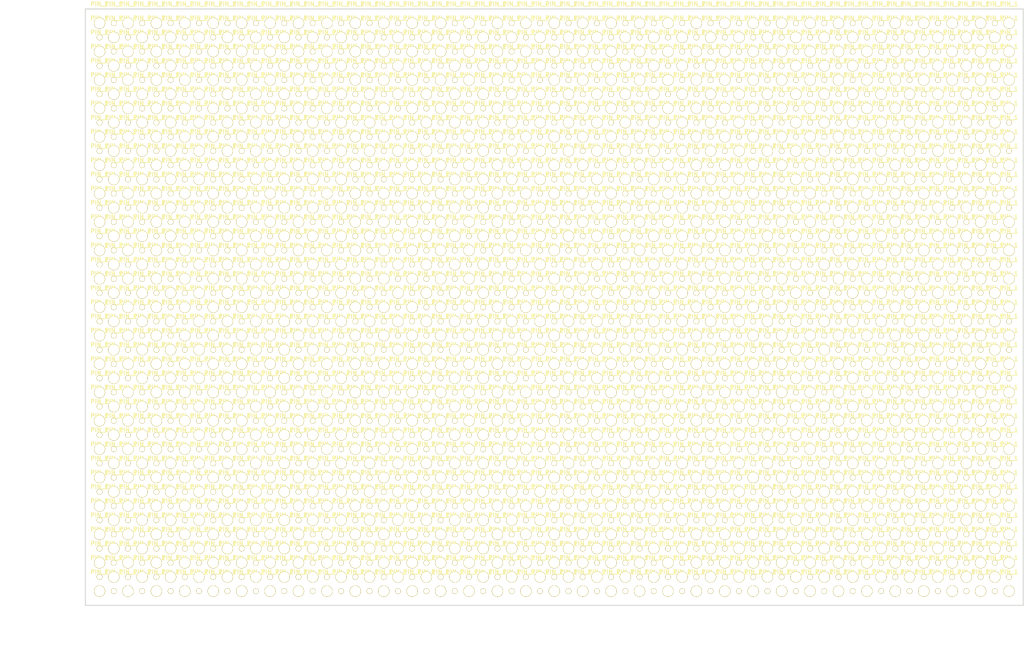
<source format=kicad_pcb>
(kicad_pcb (version 3) (host pcbnew "(2013-07-07 BZR 4022)-stable")

  (general
    (links 0)
    (no_connects 0)
    (area 37.005717 39.0388 246.455001 157.640005)
    (thickness 1.6)
    (drawings 6)
    (tracks 0)
    (zones 0)
    (modules 2665)
    (nets 1)
  )

  (page A4)
  (layers
    (15 F.Cu signal)
    (0 B.Cu signal)
    (16 B.Adhes user)
    (17 F.Adhes user)
    (18 B.Paste user)
    (19 F.Paste user)
    (20 B.SilkS user)
    (21 F.SilkS user)
    (22 B.Mask user)
    (23 F.Mask user)
    (24 Dwgs.User user)
    (25 Cmts.User user)
    (26 Eco1.User user)
    (27 Eco2.User user)
    (28 Edge.Cuts user)
  )

  (setup
    (last_trace_width 0.254)
    (trace_clearance 0.254)
    (zone_clearance 0.508)
    (zone_45_only no)
    (trace_min 0.254)
    (segment_width 0.2)
    (edge_width 0.15)
    (via_size 0.889)
    (via_drill 0.635)
    (via_min_size 0.889)
    (via_min_drill 0.508)
    (uvia_size 0.508)
    (uvia_drill 0.127)
    (uvias_allowed no)
    (uvia_min_size 0.508)
    (uvia_min_drill 0.127)
    (pcb_text_width 0.3)
    (pcb_text_size 1.5 1.5)
    (mod_edge_width 0.15)
    (mod_text_size 1.5 1.5)
    (mod_text_width 0.15)
    (pad_size 1 1)
    (pad_drill 0.8)
    (pad_to_mask_clearance 0.2)
    (aux_axis_origin 78.74 149.86)
    (visible_elements 7FFFFFAF)
    (pcbplotparams
      (layerselection 268435456)
      (usegerberextensions true)
      (excludeedgelayer false)
      (linewidth 0.150000)
      (plotframeref false)
      (viasonmask false)
      (mode 1)
      (useauxorigin true)
      (hpglpennumber 1)
      (hpglpenspeed 20)
      (hpglpendiameter 15)
      (hpglpenoverlay 2)
      (psnegative false)
      (psa4output false)
      (plotreference false)
      (plotvalue false)
      (plotothertext false)
      (plotinvisibletext false)
      (padsonsilk false)
      (subtractmaskfromsilk false)
      (outputformat 1)
      (mirror false)
      (drillshape 0)
      (scaleselection 1)
      (outputdirectory ../Plot/DRL/))
  )

  (net 0 "")

  (net_class Default "This is the default net class."
    (clearance 0.254)
    (trace_width 0.254)
    (via_dia 0.889)
    (via_drill 0.635)
    (uvia_dia 0.508)
    (uvia_drill 0.127)
    (add_net "")
  )

  (module PIN_1 (layer F.Cu) (tedit 5791BD6F) (tstamp 579B427D)
    (at 223.52 73.66)
    (descr "Connecteurs 2 pins")
    (tags "CONN DEV")
    (fp_text reference PIN_1 (at 0 -3.43) (layer F.SilkS)
      (effects (font (size 0.762 0.762) (thickness 0.1524)))
    )
    (fp_text value Val** (at 0 -1.905) (layer F.SilkS) hide
      (effects (font (size 0.762 0.762) (thickness 0.1524)))
    )
    (pad 0 thru_hole circle (at 0 0) (size 1 1) (drill 0.8)
      (layers *.Cu *.Mask F.SilkS)
    )
  )

  (module PIN_1 (layer F.Cu) (tedit 5791BE22) (tstamp 579B4279)
    (at 223.52 76.2)
    (descr "Connecteurs 2 pins")
    (tags "CONN DEV")
    (fp_text reference PIN_1 (at 0 -3.43) (layer F.SilkS)
      (effects (font (size 0.762 0.762) (thickness 0.1524)))
    )
    (fp_text value Val** (at 0 -1.905) (layer F.SilkS) hide
      (effects (font (size 0.762 0.762) (thickness 0.1524)))
    )
    (pad 0 thru_hole circle (at 0 0) (size 2 2) (drill 1.8)
      (layers *.Cu *.Mask F.SilkS)
    )
  )

  (module PIN_1 (layer F.Cu) (tedit 5791BD83) (tstamp 579B4275)
    (at 231.14 76.2)
    (descr "Connecteurs 2 pins")
    (tags "CONN DEV")
    (fp_text reference PIN_1 (at 0 -3.43) (layer F.SilkS)
      (effects (font (size 0.762 0.762) (thickness 0.1524)))
    )
    (fp_text value Val** (at 0 -1.905) (layer F.SilkS) hide
      (effects (font (size 0.762 0.762) (thickness 0.1524)))
    )
    (pad 0 thru_hole circle (at 0 0) (size 1 1) (drill 0.8)
      (layers *.Cu *.Mask F.SilkS)
    )
  )

  (module PIN_1 (layer F.Cu) (tedit 5791BD7E) (tstamp 579B4271)
    (at 226.06 76.2)
    (descr "Connecteurs 2 pins")
    (tags "CONN DEV")
    (fp_text reference PIN_1 (at 0 -3.43) (layer F.SilkS)
      (effects (font (size 0.762 0.762) (thickness 0.1524)))
    )
    (fp_text value Val** (at 0 -1.905) (layer F.SilkS) hide
      (effects (font (size 0.762 0.762) (thickness 0.1524)))
    )
    (pad 0 thru_hole circle (at 0 0) (size 1 1) (drill 0.8)
      (layers *.Cu *.Mask F.SilkS)
    )
  )

  (module PIN_1 (layer F.Cu) (tedit 5791BE1F) (tstamp 579B426D)
    (at 231.14 73.66)
    (descr "Connecteurs 2 pins")
    (tags "CONN DEV")
    (fp_text reference PIN_1 (at 0 -3.43) (layer F.SilkS)
      (effects (font (size 0.762 0.762) (thickness 0.1524)))
    )
    (fp_text value Val** (at 0 -1.905) (layer F.SilkS) hide
      (effects (font (size 0.762 0.762) (thickness 0.1524)))
    )
    (pad 0 thru_hole circle (at 0 0) (size 2 2) (drill 1.8)
      (layers *.Cu *.Mask F.SilkS)
    )
  )

  (module PIN_1 (layer F.Cu) (tedit 5791BD6F) (tstamp 579B4269)
    (at 228.6 73.66)
    (descr "Connecteurs 2 pins")
    (tags "CONN DEV")
    (fp_text reference PIN_1 (at 0 -3.43) (layer F.SilkS)
      (effects (font (size 0.762 0.762) (thickness 0.1524)))
    )
    (fp_text value Val** (at 0 -1.905) (layer F.SilkS) hide
      (effects (font (size 0.762 0.762) (thickness 0.1524)))
    )
    (pad 0 thru_hole circle (at 0 0) (size 1 1) (drill 0.8)
      (layers *.Cu *.Mask F.SilkS)
    )
  )

  (module PIN_1 (layer F.Cu) (tedit 5791BE22) (tstamp 579B4265)
    (at 228.6 76.2)
    (descr "Connecteurs 2 pins")
    (tags "CONN DEV")
    (fp_text reference PIN_1 (at 0 -3.43) (layer F.SilkS)
      (effects (font (size 0.762 0.762) (thickness 0.1524)))
    )
    (fp_text value Val** (at 0 -1.905) (layer F.SilkS) hide
      (effects (font (size 0.762 0.762) (thickness 0.1524)))
    )
    (pad 0 thru_hole circle (at 0 0) (size 2 2) (drill 1.8)
      (layers *.Cu *.Mask F.SilkS)
    )
  )

  (module PIN_1 (layer F.Cu) (tedit 5791BE1C) (tstamp 579B4261)
    (at 226.06 73.66)
    (descr "Connecteurs 2 pins")
    (tags "CONN DEV")
    (fp_text reference PIN_1 (at 0 -3.43) (layer F.SilkS)
      (effects (font (size 0.762 0.762) (thickness 0.1524)))
    )
    (fp_text value Val** (at 0 -1.905) (layer F.SilkS) hide
      (effects (font (size 0.762 0.762) (thickness 0.1524)))
    )
    (pad 0 thru_hole circle (at 0 0) (size 2 2) (drill 1.8)
      (layers *.Cu *.Mask F.SilkS)
    )
  )

  (module PIN_1 (layer F.Cu) (tedit 5791BE22) (tstamp 579B425D)
    (at 233.68 76.2)
    (descr "Connecteurs 2 pins")
    (tags "CONN DEV")
    (fp_text reference PIN_1 (at 0 -3.43) (layer F.SilkS)
      (effects (font (size 0.762 0.762) (thickness 0.1524)))
    )
    (fp_text value Val** (at 0 -1.905) (layer F.SilkS) hide
      (effects (font (size 0.762 0.762) (thickness 0.1524)))
    )
    (pad 0 thru_hole circle (at 0 0) (size 2 2) (drill 1.8)
      (layers *.Cu *.Mask F.SilkS)
    )
  )

  (module PIN_1 (layer F.Cu) (tedit 5791BD7E) (tstamp 579B4259)
    (at 233.68 73.66)
    (descr "Connecteurs 2 pins")
    (tags "CONN DEV")
    (fp_text reference PIN_1 (at 0 -3.43) (layer F.SilkS)
      (effects (font (size 0.762 0.762) (thickness 0.1524)))
    )
    (fp_text value Val** (at 0 -1.905) (layer F.SilkS) hide
      (effects (font (size 0.762 0.762) (thickness 0.1524)))
    )
    (pad 0 thru_hole circle (at 0 0) (size 1 1) (drill 0.8)
      (layers *.Cu *.Mask F.SilkS)
    )
  )

  (module PIN_1 (layer F.Cu) (tedit 5791BE2E) (tstamp 579B4255)
    (at 218.44 76.2)
    (descr "Connecteurs 2 pins")
    (tags "CONN DEV")
    (fp_text reference PIN_1 (at 0 -3.43) (layer F.SilkS)
      (effects (font (size 0.762 0.762) (thickness 0.1524)))
    )
    (fp_text value Val** (at 0 -1.905) (layer F.SilkS) hide
      (effects (font (size 0.762 0.762) (thickness 0.1524)))
    )
    (pad 0 thru_hole circle (at 0 0) (size 2 2) (drill 1.8)
      (layers *.Cu *.Mask F.SilkS)
    )
  )

  (module PIN_1 (layer F.Cu) (tedit 5791BD83) (tstamp 579B4251)
    (at 218.44 73.66)
    (descr "Connecteurs 2 pins")
    (tags "CONN DEV")
    (fp_text reference PIN_1 (at 0 -3.43) (layer F.SilkS)
      (effects (font (size 0.762 0.762) (thickness 0.1524)))
    )
    (fp_text value Val** (at 0 -1.905) (layer F.SilkS) hide
      (effects (font (size 0.762 0.762) (thickness 0.1524)))
    )
    (pad 0 thru_hole circle (at 0 0) (size 1 1) (drill 0.8)
      (layers *.Cu *.Mask F.SilkS)
    )
  )

  (module PIN_1 (layer F.Cu) (tedit 5791BD83) (tstamp 579B424D)
    (at 220.98 76.2)
    (descr "Connecteurs 2 pins")
    (tags "CONN DEV")
    (fp_text reference PIN_1 (at 0 -3.43) (layer F.SilkS)
      (effects (font (size 0.762 0.762) (thickness 0.1524)))
    )
    (fp_text value Val** (at 0 -1.905) (layer F.SilkS) hide
      (effects (font (size 0.762 0.762) (thickness 0.1524)))
    )
    (pad 0 thru_hole circle (at 0 0) (size 1 1) (drill 0.8)
      (layers *.Cu *.Mask F.SilkS)
    )
  )

  (module PIN_1 (layer F.Cu) (tedit 5791BE1F) (tstamp 579B4249)
    (at 220.98 73.66)
    (descr "Connecteurs 2 pins")
    (tags "CONN DEV")
    (fp_text reference PIN_1 (at 0 -3.43) (layer F.SilkS)
      (effects (font (size 0.762 0.762) (thickness 0.1524)))
    )
    (fp_text value Val** (at 0 -1.905) (layer F.SilkS) hide
      (effects (font (size 0.762 0.762) (thickness 0.1524)))
    )
    (pad 0 thru_hole circle (at 0 0) (size 2 2) (drill 1.8)
      (layers *.Cu *.Mask F.SilkS)
    )
  )

  (module PIN_1 (layer F.Cu) (tedit 5791BE1F) (tstamp 579B4239)
    (at 220.98 83.82)
    (descr "Connecteurs 2 pins")
    (tags "CONN DEV")
    (fp_text reference PIN_1 (at 0 -3.43) (layer F.SilkS)
      (effects (font (size 0.762 0.762) (thickness 0.1524)))
    )
    (fp_text value Val** (at 0 -1.905) (layer F.SilkS) hide
      (effects (font (size 0.762 0.762) (thickness 0.1524)))
    )
    (pad 0 thru_hole circle (at 0 0) (size 2 2) (drill 1.8)
      (layers *.Cu *.Mask F.SilkS)
    )
  )

  (module PIN_1 (layer F.Cu) (tedit 5791BD83) (tstamp 579B4235)
    (at 218.44 83.82)
    (descr "Connecteurs 2 pins")
    (tags "CONN DEV")
    (fp_text reference PIN_1 (at 0 -3.43) (layer F.SilkS)
      (effects (font (size 0.762 0.762) (thickness 0.1524)))
    )
    (fp_text value Val** (at 0 -1.905) (layer F.SilkS) hide
      (effects (font (size 0.762 0.762) (thickness 0.1524)))
    )
    (pad 0 thru_hole circle (at 0 0) (size 1 1) (drill 0.8)
      (layers *.Cu *.Mask F.SilkS)
    )
  )

  (module PIN_1 (layer F.Cu) (tedit 5791BD7E) (tstamp 579B4231)
    (at 233.68 83.82)
    (descr "Connecteurs 2 pins")
    (tags "CONN DEV")
    (fp_text reference PIN_1 (at 0 -3.43) (layer F.SilkS)
      (effects (font (size 0.762 0.762) (thickness 0.1524)))
    )
    (fp_text value Val** (at 0 -1.905) (layer F.SilkS) hide
      (effects (font (size 0.762 0.762) (thickness 0.1524)))
    )
    (pad 0 thru_hole circle (at 0 0) (size 1 1) (drill 0.8)
      (layers *.Cu *.Mask F.SilkS)
    )
  )

  (module PIN_1 (layer F.Cu) (tedit 5791BE1C) (tstamp 579B422D)
    (at 226.06 83.82)
    (descr "Connecteurs 2 pins")
    (tags "CONN DEV")
    (fp_text reference PIN_1 (at 0 -3.43) (layer F.SilkS)
      (effects (font (size 0.762 0.762) (thickness 0.1524)))
    )
    (fp_text value Val** (at 0 -1.905) (layer F.SilkS) hide
      (effects (font (size 0.762 0.762) (thickness 0.1524)))
    )
    (pad 0 thru_hole circle (at 0 0) (size 2 2) (drill 1.8)
      (layers *.Cu *.Mask F.SilkS)
    )
  )

  (module PIN_1 (layer F.Cu) (tedit 5791BD6F) (tstamp 579B4229)
    (at 228.6 83.82)
    (descr "Connecteurs 2 pins")
    (tags "CONN DEV")
    (fp_text reference PIN_1 (at 0 -3.43) (layer F.SilkS)
      (effects (font (size 0.762 0.762) (thickness 0.1524)))
    )
    (fp_text value Val** (at 0 -1.905) (layer F.SilkS) hide
      (effects (font (size 0.762 0.762) (thickness 0.1524)))
    )
    (pad 0 thru_hole circle (at 0 0) (size 1 1) (drill 0.8)
      (layers *.Cu *.Mask F.SilkS)
    )
  )

  (module PIN_1 (layer F.Cu) (tedit 5791BE1F) (tstamp 579B4225)
    (at 231.14 83.82)
    (descr "Connecteurs 2 pins")
    (tags "CONN DEV")
    (fp_text reference PIN_1 (at 0 -3.43) (layer F.SilkS)
      (effects (font (size 0.762 0.762) (thickness 0.1524)))
    )
    (fp_text value Val** (at 0 -1.905) (layer F.SilkS) hide
      (effects (font (size 0.762 0.762) (thickness 0.1524)))
    )
    (pad 0 thru_hole circle (at 0 0) (size 2 2) (drill 1.8)
      (layers *.Cu *.Mask F.SilkS)
    )
  )

  (module PIN_1 (layer F.Cu) (tedit 5791BD6F) (tstamp 579B4221)
    (at 223.52 83.82)
    (descr "Connecteurs 2 pins")
    (tags "CONN DEV")
    (fp_text reference PIN_1 (at 0 -3.43) (layer F.SilkS)
      (effects (font (size 0.762 0.762) (thickness 0.1524)))
    )
    (fp_text value Val** (at 0 -1.905) (layer F.SilkS) hide
      (effects (font (size 0.762 0.762) (thickness 0.1524)))
    )
    (pad 0 thru_hole circle (at 0 0) (size 1 1) (drill 0.8)
      (layers *.Cu *.Mask F.SilkS)
    )
  )

  (module PIN_1 (layer F.Cu) (tedit 5791BE1F) (tstamp 579B4215)
    (at 220.98 78.74)
    (descr "Connecteurs 2 pins")
    (tags "CONN DEV")
    (fp_text reference PIN_1 (at 0 -3.43) (layer F.SilkS)
      (effects (font (size 0.762 0.762) (thickness 0.1524)))
    )
    (fp_text value Val** (at 0 -1.905) (layer F.SilkS) hide
      (effects (font (size 0.762 0.762) (thickness 0.1524)))
    )
    (pad 0 thru_hole circle (at 0 0) (size 2 2) (drill 1.8)
      (layers *.Cu *.Mask F.SilkS)
    )
  )

  (module PIN_1 (layer F.Cu) (tedit 5791BD83) (tstamp 579B4211)
    (at 220.98 81.28)
    (descr "Connecteurs 2 pins")
    (tags "CONN DEV")
    (fp_text reference PIN_1 (at 0 -3.43) (layer F.SilkS)
      (effects (font (size 0.762 0.762) (thickness 0.1524)))
    )
    (fp_text value Val** (at 0 -1.905) (layer F.SilkS) hide
      (effects (font (size 0.762 0.762) (thickness 0.1524)))
    )
    (pad 0 thru_hole circle (at 0 0) (size 1 1) (drill 0.8)
      (layers *.Cu *.Mask F.SilkS)
    )
  )

  (module PIN_1 (layer F.Cu) (tedit 5791BD83) (tstamp 579B420D)
    (at 218.44 78.74)
    (descr "Connecteurs 2 pins")
    (tags "CONN DEV")
    (fp_text reference PIN_1 (at 0 -3.43) (layer F.SilkS)
      (effects (font (size 0.762 0.762) (thickness 0.1524)))
    )
    (fp_text value Val** (at 0 -1.905) (layer F.SilkS) hide
      (effects (font (size 0.762 0.762) (thickness 0.1524)))
    )
    (pad 0 thru_hole circle (at 0 0) (size 1 1) (drill 0.8)
      (layers *.Cu *.Mask F.SilkS)
    )
  )

  (module PIN_1 (layer F.Cu) (tedit 5791BE2E) (tstamp 579B4209)
    (at 218.44 81.28)
    (descr "Connecteurs 2 pins")
    (tags "CONN DEV")
    (fp_text reference PIN_1 (at 0 -3.43) (layer F.SilkS)
      (effects (font (size 0.762 0.762) (thickness 0.1524)))
    )
    (fp_text value Val** (at 0 -1.905) (layer F.SilkS) hide
      (effects (font (size 0.762 0.762) (thickness 0.1524)))
    )
    (pad 0 thru_hole circle (at 0 0) (size 2 2) (drill 1.8)
      (layers *.Cu *.Mask F.SilkS)
    )
  )

  (module PIN_1 (layer F.Cu) (tedit 5791BD7E) (tstamp 579B4205)
    (at 233.68 78.74)
    (descr "Connecteurs 2 pins")
    (tags "CONN DEV")
    (fp_text reference PIN_1 (at 0 -3.43) (layer F.SilkS)
      (effects (font (size 0.762 0.762) (thickness 0.1524)))
    )
    (fp_text value Val** (at 0 -1.905) (layer F.SilkS) hide
      (effects (font (size 0.762 0.762) (thickness 0.1524)))
    )
    (pad 0 thru_hole circle (at 0 0) (size 1 1) (drill 0.8)
      (layers *.Cu *.Mask F.SilkS)
    )
  )

  (module PIN_1 (layer F.Cu) (tedit 5791BE22) (tstamp 579B4201)
    (at 233.68 81.28)
    (descr "Connecteurs 2 pins")
    (tags "CONN DEV")
    (fp_text reference PIN_1 (at 0 -3.43) (layer F.SilkS)
      (effects (font (size 0.762 0.762) (thickness 0.1524)))
    )
    (fp_text value Val** (at 0 -1.905) (layer F.SilkS) hide
      (effects (font (size 0.762 0.762) (thickness 0.1524)))
    )
    (pad 0 thru_hole circle (at 0 0) (size 2 2) (drill 1.8)
      (layers *.Cu *.Mask F.SilkS)
    )
  )

  (module PIN_1 (layer F.Cu) (tedit 5791BE1C) (tstamp 579B41FD)
    (at 226.06 78.74)
    (descr "Connecteurs 2 pins")
    (tags "CONN DEV")
    (fp_text reference PIN_1 (at 0 -3.43) (layer F.SilkS)
      (effects (font (size 0.762 0.762) (thickness 0.1524)))
    )
    (fp_text value Val** (at 0 -1.905) (layer F.SilkS) hide
      (effects (font (size 0.762 0.762) (thickness 0.1524)))
    )
    (pad 0 thru_hole circle (at 0 0) (size 2 2) (drill 1.8)
      (layers *.Cu *.Mask F.SilkS)
    )
  )

  (module PIN_1 (layer F.Cu) (tedit 5791BE22) (tstamp 579B41F9)
    (at 228.6 81.28)
    (descr "Connecteurs 2 pins")
    (tags "CONN DEV")
    (fp_text reference PIN_1 (at 0 -3.43) (layer F.SilkS)
      (effects (font (size 0.762 0.762) (thickness 0.1524)))
    )
    (fp_text value Val** (at 0 -1.905) (layer F.SilkS) hide
      (effects (font (size 0.762 0.762) (thickness 0.1524)))
    )
    (pad 0 thru_hole circle (at 0 0) (size 2 2) (drill 1.8)
      (layers *.Cu *.Mask F.SilkS)
    )
  )

  (module PIN_1 (layer F.Cu) (tedit 5791BD6F) (tstamp 579B41F5)
    (at 228.6 78.74)
    (descr "Connecteurs 2 pins")
    (tags "CONN DEV")
    (fp_text reference PIN_1 (at 0 -3.43) (layer F.SilkS)
      (effects (font (size 0.762 0.762) (thickness 0.1524)))
    )
    (fp_text value Val** (at 0 -1.905) (layer F.SilkS) hide
      (effects (font (size 0.762 0.762) (thickness 0.1524)))
    )
    (pad 0 thru_hole circle (at 0 0) (size 1 1) (drill 0.8)
      (layers *.Cu *.Mask F.SilkS)
    )
  )

  (module PIN_1 (layer F.Cu) (tedit 5791BE1F) (tstamp 579B41F1)
    (at 231.14 78.74)
    (descr "Connecteurs 2 pins")
    (tags "CONN DEV")
    (fp_text reference PIN_1 (at 0 -3.43) (layer F.SilkS)
      (effects (font (size 0.762 0.762) (thickness 0.1524)))
    )
    (fp_text value Val** (at 0 -1.905) (layer F.SilkS) hide
      (effects (font (size 0.762 0.762) (thickness 0.1524)))
    )
    (pad 0 thru_hole circle (at 0 0) (size 2 2) (drill 1.8)
      (layers *.Cu *.Mask F.SilkS)
    )
  )

  (module PIN_1 (layer F.Cu) (tedit 5791BD7E) (tstamp 579B41ED)
    (at 226.06 81.28)
    (descr "Connecteurs 2 pins")
    (tags "CONN DEV")
    (fp_text reference PIN_1 (at 0 -3.43) (layer F.SilkS)
      (effects (font (size 0.762 0.762) (thickness 0.1524)))
    )
    (fp_text value Val** (at 0 -1.905) (layer F.SilkS) hide
      (effects (font (size 0.762 0.762) (thickness 0.1524)))
    )
    (pad 0 thru_hole circle (at 0 0) (size 1 1) (drill 0.8)
      (layers *.Cu *.Mask F.SilkS)
    )
  )

  (module PIN_1 (layer F.Cu) (tedit 5791BD83) (tstamp 579B41E9)
    (at 231.14 81.28)
    (descr "Connecteurs 2 pins")
    (tags "CONN DEV")
    (fp_text reference PIN_1 (at 0 -3.43) (layer F.SilkS)
      (effects (font (size 0.762 0.762) (thickness 0.1524)))
    )
    (fp_text value Val** (at 0 -1.905) (layer F.SilkS) hide
      (effects (font (size 0.762 0.762) (thickness 0.1524)))
    )
    (pad 0 thru_hole circle (at 0 0) (size 1 1) (drill 0.8)
      (layers *.Cu *.Mask F.SilkS)
    )
  )

  (module PIN_1 (layer F.Cu) (tedit 5791BE22) (tstamp 579B41E5)
    (at 223.52 81.28)
    (descr "Connecteurs 2 pins")
    (tags "CONN DEV")
    (fp_text reference PIN_1 (at 0 -3.43) (layer F.SilkS)
      (effects (font (size 0.762 0.762) (thickness 0.1524)))
    )
    (fp_text value Val** (at 0 -1.905) (layer F.SilkS) hide
      (effects (font (size 0.762 0.762) (thickness 0.1524)))
    )
    (pad 0 thru_hole circle (at 0 0) (size 2 2) (drill 1.8)
      (layers *.Cu *.Mask F.SilkS)
    )
  )

  (module PIN_1 (layer F.Cu) (tedit 5791BD6F) (tstamp 579B41E1)
    (at 223.52 78.74)
    (descr "Connecteurs 2 pins")
    (tags "CONN DEV")
    (fp_text reference PIN_1 (at 0 -3.43) (layer F.SilkS)
      (effects (font (size 0.762 0.762) (thickness 0.1524)))
    )
    (fp_text value Val** (at 0 -1.905) (layer F.SilkS) hide
      (effects (font (size 0.762 0.762) (thickness 0.1524)))
    )
    (pad 0 thru_hole circle (at 0 0) (size 1 1) (drill 0.8)
      (layers *.Cu *.Mask F.SilkS)
    )
  )

  (module PIN_1 (layer F.Cu) (tedit 5791BE1F) (tstamp 579B41D5)
    (at 220.98 88.9)
    (descr "Connecteurs 2 pins")
    (tags "CONN DEV")
    (fp_text reference PIN_1 (at 0 -3.43) (layer F.SilkS)
      (effects (font (size 0.762 0.762) (thickness 0.1524)))
    )
    (fp_text value Val** (at 0 -1.905) (layer F.SilkS) hide
      (effects (font (size 0.762 0.762) (thickness 0.1524)))
    )
    (pad 0 thru_hole circle (at 0 0) (size 2 2) (drill 1.8)
      (layers *.Cu *.Mask F.SilkS)
    )
  )

  (module PIN_1 (layer F.Cu) (tedit 5791BD83) (tstamp 579B41D1)
    (at 220.98 91.44)
    (descr "Connecteurs 2 pins")
    (tags "CONN DEV")
    (fp_text reference PIN_1 (at 0 -3.43) (layer F.SilkS)
      (effects (font (size 0.762 0.762) (thickness 0.1524)))
    )
    (fp_text value Val** (at 0 -1.905) (layer F.SilkS) hide
      (effects (font (size 0.762 0.762) (thickness 0.1524)))
    )
    (pad 0 thru_hole circle (at 0 0) (size 1 1) (drill 0.8)
      (layers *.Cu *.Mask F.SilkS)
    )
  )

  (module PIN_1 (layer F.Cu) (tedit 5791BD83) (tstamp 579B41CD)
    (at 218.44 88.9)
    (descr "Connecteurs 2 pins")
    (tags "CONN DEV")
    (fp_text reference PIN_1 (at 0 -3.43) (layer F.SilkS)
      (effects (font (size 0.762 0.762) (thickness 0.1524)))
    )
    (fp_text value Val** (at 0 -1.905) (layer F.SilkS) hide
      (effects (font (size 0.762 0.762) (thickness 0.1524)))
    )
    (pad 0 thru_hole circle (at 0 0) (size 1 1) (drill 0.8)
      (layers *.Cu *.Mask F.SilkS)
    )
  )

  (module PIN_1 (layer F.Cu) (tedit 5791BE2E) (tstamp 579B41C9)
    (at 218.44 91.44)
    (descr "Connecteurs 2 pins")
    (tags "CONN DEV")
    (fp_text reference PIN_1 (at 0 -3.43) (layer F.SilkS)
      (effects (font (size 0.762 0.762) (thickness 0.1524)))
    )
    (fp_text value Val** (at 0 -1.905) (layer F.SilkS) hide
      (effects (font (size 0.762 0.762) (thickness 0.1524)))
    )
    (pad 0 thru_hole circle (at 0 0) (size 2 2) (drill 1.8)
      (layers *.Cu *.Mask F.SilkS)
    )
  )

  (module PIN_1 (layer F.Cu) (tedit 5791BD7E) (tstamp 579B41C5)
    (at 233.68 88.9)
    (descr "Connecteurs 2 pins")
    (tags "CONN DEV")
    (fp_text reference PIN_1 (at 0 -3.43) (layer F.SilkS)
      (effects (font (size 0.762 0.762) (thickness 0.1524)))
    )
    (fp_text value Val** (at 0 -1.905) (layer F.SilkS) hide
      (effects (font (size 0.762 0.762) (thickness 0.1524)))
    )
    (pad 0 thru_hole circle (at 0 0) (size 1 1) (drill 0.8)
      (layers *.Cu *.Mask F.SilkS)
    )
  )

  (module PIN_1 (layer F.Cu) (tedit 5791BE22) (tstamp 579B41C1)
    (at 233.68 91.44)
    (descr "Connecteurs 2 pins")
    (tags "CONN DEV")
    (fp_text reference PIN_1 (at 0 -3.43) (layer F.SilkS)
      (effects (font (size 0.762 0.762) (thickness 0.1524)))
    )
    (fp_text value Val** (at 0 -1.905) (layer F.SilkS) hide
      (effects (font (size 0.762 0.762) (thickness 0.1524)))
    )
    (pad 0 thru_hole circle (at 0 0) (size 2 2) (drill 1.8)
      (layers *.Cu *.Mask F.SilkS)
    )
  )

  (module PIN_1 (layer F.Cu) (tedit 5791BE1C) (tstamp 579B41BD)
    (at 226.06 88.9)
    (descr "Connecteurs 2 pins")
    (tags "CONN DEV")
    (fp_text reference PIN_1 (at 0 -3.43) (layer F.SilkS)
      (effects (font (size 0.762 0.762) (thickness 0.1524)))
    )
    (fp_text value Val** (at 0 -1.905) (layer F.SilkS) hide
      (effects (font (size 0.762 0.762) (thickness 0.1524)))
    )
    (pad 0 thru_hole circle (at 0 0) (size 2 2) (drill 1.8)
      (layers *.Cu *.Mask F.SilkS)
    )
  )

  (module PIN_1 (layer F.Cu) (tedit 5791BE22) (tstamp 579B41B9)
    (at 228.6 91.44)
    (descr "Connecteurs 2 pins")
    (tags "CONN DEV")
    (fp_text reference PIN_1 (at 0 -3.43) (layer F.SilkS)
      (effects (font (size 0.762 0.762) (thickness 0.1524)))
    )
    (fp_text value Val** (at 0 -1.905) (layer F.SilkS) hide
      (effects (font (size 0.762 0.762) (thickness 0.1524)))
    )
    (pad 0 thru_hole circle (at 0 0) (size 2 2) (drill 1.8)
      (layers *.Cu *.Mask F.SilkS)
    )
  )

  (module PIN_1 (layer F.Cu) (tedit 5791BD6F) (tstamp 579B41B5)
    (at 228.6 88.9)
    (descr "Connecteurs 2 pins")
    (tags "CONN DEV")
    (fp_text reference PIN_1 (at 0 -3.43) (layer F.SilkS)
      (effects (font (size 0.762 0.762) (thickness 0.1524)))
    )
    (fp_text value Val** (at 0 -1.905) (layer F.SilkS) hide
      (effects (font (size 0.762 0.762) (thickness 0.1524)))
    )
    (pad 0 thru_hole circle (at 0 0) (size 1 1) (drill 0.8)
      (layers *.Cu *.Mask F.SilkS)
    )
  )

  (module PIN_1 (layer F.Cu) (tedit 5791BE1F) (tstamp 579B41B1)
    (at 231.14 88.9)
    (descr "Connecteurs 2 pins")
    (tags "CONN DEV")
    (fp_text reference PIN_1 (at 0 -3.43) (layer F.SilkS)
      (effects (font (size 0.762 0.762) (thickness 0.1524)))
    )
    (fp_text value Val** (at 0 -1.905) (layer F.SilkS) hide
      (effects (font (size 0.762 0.762) (thickness 0.1524)))
    )
    (pad 0 thru_hole circle (at 0 0) (size 2 2) (drill 1.8)
      (layers *.Cu *.Mask F.SilkS)
    )
  )

  (module PIN_1 (layer F.Cu) (tedit 5791BD7E) (tstamp 579B41AD)
    (at 226.06 91.44)
    (descr "Connecteurs 2 pins")
    (tags "CONN DEV")
    (fp_text reference PIN_1 (at 0 -3.43) (layer F.SilkS)
      (effects (font (size 0.762 0.762) (thickness 0.1524)))
    )
    (fp_text value Val** (at 0 -1.905) (layer F.SilkS) hide
      (effects (font (size 0.762 0.762) (thickness 0.1524)))
    )
    (pad 0 thru_hole circle (at 0 0) (size 1 1) (drill 0.8)
      (layers *.Cu *.Mask F.SilkS)
    )
  )

  (module PIN_1 (layer F.Cu) (tedit 5791BD83) (tstamp 579B41A9)
    (at 231.14 91.44)
    (descr "Connecteurs 2 pins")
    (tags "CONN DEV")
    (fp_text reference PIN_1 (at 0 -3.43) (layer F.SilkS)
      (effects (font (size 0.762 0.762) (thickness 0.1524)))
    )
    (fp_text value Val** (at 0 -1.905) (layer F.SilkS) hide
      (effects (font (size 0.762 0.762) (thickness 0.1524)))
    )
    (pad 0 thru_hole circle (at 0 0) (size 1 1) (drill 0.8)
      (layers *.Cu *.Mask F.SilkS)
    )
  )

  (module PIN_1 (layer F.Cu) (tedit 5791BE22) (tstamp 579B41A5)
    (at 223.52 91.44)
    (descr "Connecteurs 2 pins")
    (tags "CONN DEV")
    (fp_text reference PIN_1 (at 0 -3.43) (layer F.SilkS)
      (effects (font (size 0.762 0.762) (thickness 0.1524)))
    )
    (fp_text value Val** (at 0 -1.905) (layer F.SilkS) hide
      (effects (font (size 0.762 0.762) (thickness 0.1524)))
    )
    (pad 0 thru_hole circle (at 0 0) (size 2 2) (drill 1.8)
      (layers *.Cu *.Mask F.SilkS)
    )
  )

  (module PIN_1 (layer F.Cu) (tedit 5791BD6F) (tstamp 579B41A1)
    (at 223.52 88.9)
    (descr "Connecteurs 2 pins")
    (tags "CONN DEV")
    (fp_text reference PIN_1 (at 0 -3.43) (layer F.SilkS)
      (effects (font (size 0.762 0.762) (thickness 0.1524)))
    )
    (fp_text value Val** (at 0 -1.905) (layer F.SilkS) hide
      (effects (font (size 0.762 0.762) (thickness 0.1524)))
    )
    (pad 0 thru_hole circle (at 0 0) (size 1 1) (drill 0.8)
      (layers *.Cu *.Mask F.SilkS)
    )
  )

  (module PIN_1 (layer F.Cu) (tedit 5791BE22) (tstamp 579B419D)
    (at 223.52 86.36)
    (descr "Connecteurs 2 pins")
    (tags "CONN DEV")
    (fp_text reference PIN_1 (at 0 -3.43) (layer F.SilkS)
      (effects (font (size 0.762 0.762) (thickness 0.1524)))
    )
    (fp_text value Val** (at 0 -1.905) (layer F.SilkS) hide
      (effects (font (size 0.762 0.762) (thickness 0.1524)))
    )
    (pad 0 thru_hole circle (at 0 0) (size 2 2) (drill 1.8)
      (layers *.Cu *.Mask F.SilkS)
    )
  )

  (module PIN_1 (layer F.Cu) (tedit 5791BD83) (tstamp 579B4199)
    (at 231.14 86.36)
    (descr "Connecteurs 2 pins")
    (tags "CONN DEV")
    (fp_text reference PIN_1 (at 0 -3.43) (layer F.SilkS)
      (effects (font (size 0.762 0.762) (thickness 0.1524)))
    )
    (fp_text value Val** (at 0 -1.905) (layer F.SilkS) hide
      (effects (font (size 0.762 0.762) (thickness 0.1524)))
    )
    (pad 0 thru_hole circle (at 0 0) (size 1 1) (drill 0.8)
      (layers *.Cu *.Mask F.SilkS)
    )
  )

  (module PIN_1 (layer F.Cu) (tedit 5791BD7E) (tstamp 579B4195)
    (at 226.06 86.36)
    (descr "Connecteurs 2 pins")
    (tags "CONN DEV")
    (fp_text reference PIN_1 (at 0 -3.43) (layer F.SilkS)
      (effects (font (size 0.762 0.762) (thickness 0.1524)))
    )
    (fp_text value Val** (at 0 -1.905) (layer F.SilkS) hide
      (effects (font (size 0.762 0.762) (thickness 0.1524)))
    )
    (pad 0 thru_hole circle (at 0 0) (size 1 1) (drill 0.8)
      (layers *.Cu *.Mask F.SilkS)
    )
  )

  (module PIN_1 (layer F.Cu) (tedit 5791BE22) (tstamp 579B4191)
    (at 228.6 86.36)
    (descr "Connecteurs 2 pins")
    (tags "CONN DEV")
    (fp_text reference PIN_1 (at 0 -3.43) (layer F.SilkS)
      (effects (font (size 0.762 0.762) (thickness 0.1524)))
    )
    (fp_text value Val** (at 0 -1.905) (layer F.SilkS) hide
      (effects (font (size 0.762 0.762) (thickness 0.1524)))
    )
    (pad 0 thru_hole circle (at 0 0) (size 2 2) (drill 1.8)
      (layers *.Cu *.Mask F.SilkS)
    )
  )

  (module PIN_1 (layer F.Cu) (tedit 5791BE22) (tstamp 579B418D)
    (at 233.68 86.36)
    (descr "Connecteurs 2 pins")
    (tags "CONN DEV")
    (fp_text reference PIN_1 (at 0 -3.43) (layer F.SilkS)
      (effects (font (size 0.762 0.762) (thickness 0.1524)))
    )
    (fp_text value Val** (at 0 -1.905) (layer F.SilkS) hide
      (effects (font (size 0.762 0.762) (thickness 0.1524)))
    )
    (pad 0 thru_hole circle (at 0 0) (size 2 2) (drill 1.8)
      (layers *.Cu *.Mask F.SilkS)
    )
  )

  (module PIN_1 (layer F.Cu) (tedit 5791BE2E) (tstamp 579B4189)
    (at 218.44 86.36)
    (descr "Connecteurs 2 pins")
    (tags "CONN DEV")
    (fp_text reference PIN_1 (at 0 -3.43) (layer F.SilkS)
      (effects (font (size 0.762 0.762) (thickness 0.1524)))
    )
    (fp_text value Val** (at 0 -1.905) (layer F.SilkS) hide
      (effects (font (size 0.762 0.762) (thickness 0.1524)))
    )
    (pad 0 thru_hole circle (at 0 0) (size 2 2) (drill 1.8)
      (layers *.Cu *.Mask F.SilkS)
    )
  )

  (module PIN_1 (layer F.Cu) (tedit 5791BD83) (tstamp 579B4185)
    (at 220.98 86.36)
    (descr "Connecteurs 2 pins")
    (tags "CONN DEV")
    (fp_text reference PIN_1 (at 0 -3.43) (layer F.SilkS)
      (effects (font (size 0.762 0.762) (thickness 0.1524)))
    )
    (fp_text value Val** (at 0 -1.905) (layer F.SilkS) hide
      (effects (font (size 0.762 0.762) (thickness 0.1524)))
    )
    (pad 0 thru_hole circle (at 0 0) (size 1 1) (drill 0.8)
      (layers *.Cu *.Mask F.SilkS)
    )
  )

  (module PIN_1 (layer F.Cu) (tedit 5791BD6F) (tstamp 579B417D)
    (at 223.52 99.06)
    (descr "Connecteurs 2 pins")
    (tags "CONN DEV")
    (fp_text reference PIN_1 (at 0 -3.43) (layer F.SilkS)
      (effects (font (size 0.762 0.762) (thickness 0.1524)))
    )
    (fp_text value Val** (at 0 -1.905) (layer F.SilkS) hide
      (effects (font (size 0.762 0.762) (thickness 0.1524)))
    )
    (pad 0 thru_hole circle (at 0 0) (size 1 1) (drill 0.8)
      (layers *.Cu *.Mask F.SilkS)
    )
  )

  (module PIN_1 (layer F.Cu) (tedit 5791BE22) (tstamp 579B4179)
    (at 223.52 101.6)
    (descr "Connecteurs 2 pins")
    (tags "CONN DEV")
    (fp_text reference PIN_1 (at 0 -3.43) (layer F.SilkS)
      (effects (font (size 0.762 0.762) (thickness 0.1524)))
    )
    (fp_text value Val** (at 0 -1.905) (layer F.SilkS) hide
      (effects (font (size 0.762 0.762) (thickness 0.1524)))
    )
    (pad 0 thru_hole circle (at 0 0) (size 2 2) (drill 1.8)
      (layers *.Cu *.Mask F.SilkS)
    )
  )

  (module PIN_1 (layer F.Cu) (tedit 5791BD83) (tstamp 579B4175)
    (at 231.14 101.6)
    (descr "Connecteurs 2 pins")
    (tags "CONN DEV")
    (fp_text reference PIN_1 (at 0 -3.43) (layer F.SilkS)
      (effects (font (size 0.762 0.762) (thickness 0.1524)))
    )
    (fp_text value Val** (at 0 -1.905) (layer F.SilkS) hide
      (effects (font (size 0.762 0.762) (thickness 0.1524)))
    )
    (pad 0 thru_hole circle (at 0 0) (size 1 1) (drill 0.8)
      (layers *.Cu *.Mask F.SilkS)
    )
  )

  (module PIN_1 (layer F.Cu) (tedit 5791BD7E) (tstamp 579B4171)
    (at 226.06 101.6)
    (descr "Connecteurs 2 pins")
    (tags "CONN DEV")
    (fp_text reference PIN_1 (at 0 -3.43) (layer F.SilkS)
      (effects (font (size 0.762 0.762) (thickness 0.1524)))
    )
    (fp_text value Val** (at 0 -1.905) (layer F.SilkS) hide
      (effects (font (size 0.762 0.762) (thickness 0.1524)))
    )
    (pad 0 thru_hole circle (at 0 0) (size 1 1) (drill 0.8)
      (layers *.Cu *.Mask F.SilkS)
    )
  )

  (module PIN_1 (layer F.Cu) (tedit 5791BE1F) (tstamp 579B416D)
    (at 231.14 99.06)
    (descr "Connecteurs 2 pins")
    (tags "CONN DEV")
    (fp_text reference PIN_1 (at 0 -3.43) (layer F.SilkS)
      (effects (font (size 0.762 0.762) (thickness 0.1524)))
    )
    (fp_text value Val** (at 0 -1.905) (layer F.SilkS) hide
      (effects (font (size 0.762 0.762) (thickness 0.1524)))
    )
    (pad 0 thru_hole circle (at 0 0) (size 2 2) (drill 1.8)
      (layers *.Cu *.Mask F.SilkS)
    )
  )

  (module PIN_1 (layer F.Cu) (tedit 5791BD6F) (tstamp 579B4169)
    (at 228.6 99.06)
    (descr "Connecteurs 2 pins")
    (tags "CONN DEV")
    (fp_text reference PIN_1 (at 0 -3.43) (layer F.SilkS)
      (effects (font (size 0.762 0.762) (thickness 0.1524)))
    )
    (fp_text value Val** (at 0 -1.905) (layer F.SilkS) hide
      (effects (font (size 0.762 0.762) (thickness 0.1524)))
    )
    (pad 0 thru_hole circle (at 0 0) (size 1 1) (drill 0.8)
      (layers *.Cu *.Mask F.SilkS)
    )
  )

  (module PIN_1 (layer F.Cu) (tedit 5791BE22) (tstamp 579B4165)
    (at 228.6 101.6)
    (descr "Connecteurs 2 pins")
    (tags "CONN DEV")
    (fp_text reference PIN_1 (at 0 -3.43) (layer F.SilkS)
      (effects (font (size 0.762 0.762) (thickness 0.1524)))
    )
    (fp_text value Val** (at 0 -1.905) (layer F.SilkS) hide
      (effects (font (size 0.762 0.762) (thickness 0.1524)))
    )
    (pad 0 thru_hole circle (at 0 0) (size 2 2) (drill 1.8)
      (layers *.Cu *.Mask F.SilkS)
    )
  )

  (module PIN_1 (layer F.Cu) (tedit 5791BE1C) (tstamp 579B4161)
    (at 226.06 99.06)
    (descr "Connecteurs 2 pins")
    (tags "CONN DEV")
    (fp_text reference PIN_1 (at 0 -3.43) (layer F.SilkS)
      (effects (font (size 0.762 0.762) (thickness 0.1524)))
    )
    (fp_text value Val** (at 0 -1.905) (layer F.SilkS) hide
      (effects (font (size 0.762 0.762) (thickness 0.1524)))
    )
    (pad 0 thru_hole circle (at 0 0) (size 2 2) (drill 1.8)
      (layers *.Cu *.Mask F.SilkS)
    )
  )

  (module PIN_1 (layer F.Cu) (tedit 5791BE22) (tstamp 579B415D)
    (at 233.68 101.6)
    (descr "Connecteurs 2 pins")
    (tags "CONN DEV")
    (fp_text reference PIN_1 (at 0 -3.43) (layer F.SilkS)
      (effects (font (size 0.762 0.762) (thickness 0.1524)))
    )
    (fp_text value Val** (at 0 -1.905) (layer F.SilkS) hide
      (effects (font (size 0.762 0.762) (thickness 0.1524)))
    )
    (pad 0 thru_hole circle (at 0 0) (size 2 2) (drill 1.8)
      (layers *.Cu *.Mask F.SilkS)
    )
  )

  (module PIN_1 (layer F.Cu) (tedit 5791BD7E) (tstamp 579B4159)
    (at 233.68 99.06)
    (descr "Connecteurs 2 pins")
    (tags "CONN DEV")
    (fp_text reference PIN_1 (at 0 -3.43) (layer F.SilkS)
      (effects (font (size 0.762 0.762) (thickness 0.1524)))
    )
    (fp_text value Val** (at 0 -1.905) (layer F.SilkS) hide
      (effects (font (size 0.762 0.762) (thickness 0.1524)))
    )
    (pad 0 thru_hole circle (at 0 0) (size 1 1) (drill 0.8)
      (layers *.Cu *.Mask F.SilkS)
    )
  )

  (module PIN_1 (layer F.Cu) (tedit 5791BE2E) (tstamp 579B4155)
    (at 218.44 101.6)
    (descr "Connecteurs 2 pins")
    (tags "CONN DEV")
    (fp_text reference PIN_1 (at 0 -3.43) (layer F.SilkS)
      (effects (font (size 0.762 0.762) (thickness 0.1524)))
    )
    (fp_text value Val** (at 0 -1.905) (layer F.SilkS) hide
      (effects (font (size 0.762 0.762) (thickness 0.1524)))
    )
    (pad 0 thru_hole circle (at 0 0) (size 2 2) (drill 1.8)
      (layers *.Cu *.Mask F.SilkS)
    )
  )

  (module PIN_1 (layer F.Cu) (tedit 5791BD83) (tstamp 579B4151)
    (at 218.44 99.06)
    (descr "Connecteurs 2 pins")
    (tags "CONN DEV")
    (fp_text reference PIN_1 (at 0 -3.43) (layer F.SilkS)
      (effects (font (size 0.762 0.762) (thickness 0.1524)))
    )
    (fp_text value Val** (at 0 -1.905) (layer F.SilkS) hide
      (effects (font (size 0.762 0.762) (thickness 0.1524)))
    )
    (pad 0 thru_hole circle (at 0 0) (size 1 1) (drill 0.8)
      (layers *.Cu *.Mask F.SilkS)
    )
  )

  (module PIN_1 (layer F.Cu) (tedit 5791BD83) (tstamp 579B414D)
    (at 220.98 101.6)
    (descr "Connecteurs 2 pins")
    (tags "CONN DEV")
    (fp_text reference PIN_1 (at 0 -3.43) (layer F.SilkS)
      (effects (font (size 0.762 0.762) (thickness 0.1524)))
    )
    (fp_text value Val** (at 0 -1.905) (layer F.SilkS) hide
      (effects (font (size 0.762 0.762) (thickness 0.1524)))
    )
    (pad 0 thru_hole circle (at 0 0) (size 1 1) (drill 0.8)
      (layers *.Cu *.Mask F.SilkS)
    )
  )

  (module PIN_1 (layer F.Cu) (tedit 5791BE1F) (tstamp 579B4149)
    (at 220.98 99.06)
    (descr "Connecteurs 2 pins")
    (tags "CONN DEV")
    (fp_text reference PIN_1 (at 0 -3.43) (layer F.SilkS)
      (effects (font (size 0.762 0.762) (thickness 0.1524)))
    )
    (fp_text value Val** (at 0 -1.905) (layer F.SilkS) hide
      (effects (font (size 0.762 0.762) (thickness 0.1524)))
    )
    (pad 0 thru_hole circle (at 0 0) (size 2 2) (drill 1.8)
      (layers *.Cu *.Mask F.SilkS)
    )
  )

  (module PIN_1 (layer F.Cu) (tedit 5791BD6F) (tstamp 579B413D)
    (at 223.52 104.14)
    (descr "Connecteurs 2 pins")
    (tags "CONN DEV")
    (fp_text reference PIN_1 (at 0 -3.43) (layer F.SilkS)
      (effects (font (size 0.762 0.762) (thickness 0.1524)))
    )
    (fp_text value Val** (at 0 -1.905) (layer F.SilkS) hide
      (effects (font (size 0.762 0.762) (thickness 0.1524)))
    )
    (pad 0 thru_hole circle (at 0 0) (size 1 1) (drill 0.8)
      (layers *.Cu *.Mask F.SilkS)
    )
  )

  (module PIN_1 (layer F.Cu) (tedit 5791BE22) (tstamp 579B4139)
    (at 223.52 106.68)
    (descr "Connecteurs 2 pins")
    (tags "CONN DEV")
    (fp_text reference PIN_1 (at 0 -3.43) (layer F.SilkS)
      (effects (font (size 0.762 0.762) (thickness 0.1524)))
    )
    (fp_text value Val** (at 0 -1.905) (layer F.SilkS) hide
      (effects (font (size 0.762 0.762) (thickness 0.1524)))
    )
    (pad 0 thru_hole circle (at 0 0) (size 2 2) (drill 1.8)
      (layers *.Cu *.Mask F.SilkS)
    )
  )

  (module PIN_1 (layer F.Cu) (tedit 5791BD83) (tstamp 579B4135)
    (at 231.14 106.68)
    (descr "Connecteurs 2 pins")
    (tags "CONN DEV")
    (fp_text reference PIN_1 (at 0 -3.43) (layer F.SilkS)
      (effects (font (size 0.762 0.762) (thickness 0.1524)))
    )
    (fp_text value Val** (at 0 -1.905) (layer F.SilkS) hide
      (effects (font (size 0.762 0.762) (thickness 0.1524)))
    )
    (pad 0 thru_hole circle (at 0 0) (size 1 1) (drill 0.8)
      (layers *.Cu *.Mask F.SilkS)
    )
  )

  (module PIN_1 (layer F.Cu) (tedit 5791BD7E) (tstamp 579B4131)
    (at 226.06 106.68)
    (descr "Connecteurs 2 pins")
    (tags "CONN DEV")
    (fp_text reference PIN_1 (at 0 -3.43) (layer F.SilkS)
      (effects (font (size 0.762 0.762) (thickness 0.1524)))
    )
    (fp_text value Val** (at 0 -1.905) (layer F.SilkS) hide
      (effects (font (size 0.762 0.762) (thickness 0.1524)))
    )
    (pad 0 thru_hole circle (at 0 0) (size 1 1) (drill 0.8)
      (layers *.Cu *.Mask F.SilkS)
    )
  )

  (module PIN_1 (layer F.Cu) (tedit 5791BE1F) (tstamp 579B412D)
    (at 231.14 104.14)
    (descr "Connecteurs 2 pins")
    (tags "CONN DEV")
    (fp_text reference PIN_1 (at 0 -3.43) (layer F.SilkS)
      (effects (font (size 0.762 0.762) (thickness 0.1524)))
    )
    (fp_text value Val** (at 0 -1.905) (layer F.SilkS) hide
      (effects (font (size 0.762 0.762) (thickness 0.1524)))
    )
    (pad 0 thru_hole circle (at 0 0) (size 2 2) (drill 1.8)
      (layers *.Cu *.Mask F.SilkS)
    )
  )

  (module PIN_1 (layer F.Cu) (tedit 5791BD6F) (tstamp 579B4129)
    (at 228.6 104.14)
    (descr "Connecteurs 2 pins")
    (tags "CONN DEV")
    (fp_text reference PIN_1 (at 0 -3.43) (layer F.SilkS)
      (effects (font (size 0.762 0.762) (thickness 0.1524)))
    )
    (fp_text value Val** (at 0 -1.905) (layer F.SilkS) hide
      (effects (font (size 0.762 0.762) (thickness 0.1524)))
    )
    (pad 0 thru_hole circle (at 0 0) (size 1 1) (drill 0.8)
      (layers *.Cu *.Mask F.SilkS)
    )
  )

  (module PIN_1 (layer F.Cu) (tedit 5791BE22) (tstamp 579B4125)
    (at 228.6 106.68)
    (descr "Connecteurs 2 pins")
    (tags "CONN DEV")
    (fp_text reference PIN_1 (at 0 -3.43) (layer F.SilkS)
      (effects (font (size 0.762 0.762) (thickness 0.1524)))
    )
    (fp_text value Val** (at 0 -1.905) (layer F.SilkS) hide
      (effects (font (size 0.762 0.762) (thickness 0.1524)))
    )
    (pad 0 thru_hole circle (at 0 0) (size 2 2) (drill 1.8)
      (layers *.Cu *.Mask F.SilkS)
    )
  )

  (module PIN_1 (layer F.Cu) (tedit 5791BE1C) (tstamp 579B4121)
    (at 226.06 104.14)
    (descr "Connecteurs 2 pins")
    (tags "CONN DEV")
    (fp_text reference PIN_1 (at 0 -3.43) (layer F.SilkS)
      (effects (font (size 0.762 0.762) (thickness 0.1524)))
    )
    (fp_text value Val** (at 0 -1.905) (layer F.SilkS) hide
      (effects (font (size 0.762 0.762) (thickness 0.1524)))
    )
    (pad 0 thru_hole circle (at 0 0) (size 2 2) (drill 1.8)
      (layers *.Cu *.Mask F.SilkS)
    )
  )

  (module PIN_1 (layer F.Cu) (tedit 5791BE22) (tstamp 579B411D)
    (at 233.68 106.68)
    (descr "Connecteurs 2 pins")
    (tags "CONN DEV")
    (fp_text reference PIN_1 (at 0 -3.43) (layer F.SilkS)
      (effects (font (size 0.762 0.762) (thickness 0.1524)))
    )
    (fp_text value Val** (at 0 -1.905) (layer F.SilkS) hide
      (effects (font (size 0.762 0.762) (thickness 0.1524)))
    )
    (pad 0 thru_hole circle (at 0 0) (size 2 2) (drill 1.8)
      (layers *.Cu *.Mask F.SilkS)
    )
  )

  (module PIN_1 (layer F.Cu) (tedit 5791BD7E) (tstamp 579B4119)
    (at 233.68 104.14)
    (descr "Connecteurs 2 pins")
    (tags "CONN DEV")
    (fp_text reference PIN_1 (at 0 -3.43) (layer F.SilkS)
      (effects (font (size 0.762 0.762) (thickness 0.1524)))
    )
    (fp_text value Val** (at 0 -1.905) (layer F.SilkS) hide
      (effects (font (size 0.762 0.762) (thickness 0.1524)))
    )
    (pad 0 thru_hole circle (at 0 0) (size 1 1) (drill 0.8)
      (layers *.Cu *.Mask F.SilkS)
    )
  )

  (module PIN_1 (layer F.Cu) (tedit 5791BE2E) (tstamp 579B4115)
    (at 218.44 106.68)
    (descr "Connecteurs 2 pins")
    (tags "CONN DEV")
    (fp_text reference PIN_1 (at 0 -3.43) (layer F.SilkS)
      (effects (font (size 0.762 0.762) (thickness 0.1524)))
    )
    (fp_text value Val** (at 0 -1.905) (layer F.SilkS) hide
      (effects (font (size 0.762 0.762) (thickness 0.1524)))
    )
    (pad 0 thru_hole circle (at 0 0) (size 2 2) (drill 1.8)
      (layers *.Cu *.Mask F.SilkS)
    )
  )

  (module PIN_1 (layer F.Cu) (tedit 5791BD83) (tstamp 579B4111)
    (at 218.44 104.14)
    (descr "Connecteurs 2 pins")
    (tags "CONN DEV")
    (fp_text reference PIN_1 (at 0 -3.43) (layer F.SilkS)
      (effects (font (size 0.762 0.762) (thickness 0.1524)))
    )
    (fp_text value Val** (at 0 -1.905) (layer F.SilkS) hide
      (effects (font (size 0.762 0.762) (thickness 0.1524)))
    )
    (pad 0 thru_hole circle (at 0 0) (size 1 1) (drill 0.8)
      (layers *.Cu *.Mask F.SilkS)
    )
  )

  (module PIN_1 (layer F.Cu) (tedit 5791BD83) (tstamp 579B410D)
    (at 220.98 106.68)
    (descr "Connecteurs 2 pins")
    (tags "CONN DEV")
    (fp_text reference PIN_1 (at 0 -3.43) (layer F.SilkS)
      (effects (font (size 0.762 0.762) (thickness 0.1524)))
    )
    (fp_text value Val** (at 0 -1.905) (layer F.SilkS) hide
      (effects (font (size 0.762 0.762) (thickness 0.1524)))
    )
    (pad 0 thru_hole circle (at 0 0) (size 1 1) (drill 0.8)
      (layers *.Cu *.Mask F.SilkS)
    )
  )

  (module PIN_1 (layer F.Cu) (tedit 5791BE1F) (tstamp 579B4109)
    (at 220.98 104.14)
    (descr "Connecteurs 2 pins")
    (tags "CONN DEV")
    (fp_text reference PIN_1 (at 0 -3.43) (layer F.SilkS)
      (effects (font (size 0.762 0.762) (thickness 0.1524)))
    )
    (fp_text value Val** (at 0 -1.905) (layer F.SilkS) hide
      (effects (font (size 0.762 0.762) (thickness 0.1524)))
    )
    (pad 0 thru_hole circle (at 0 0) (size 2 2) (drill 1.8)
      (layers *.Cu *.Mask F.SilkS)
    )
  )

  (module PIN_1 (layer F.Cu) (tedit 5791BD6F) (tstamp 579B40FD)
    (at 223.52 109.22)
    (descr "Connecteurs 2 pins")
    (tags "CONN DEV")
    (fp_text reference PIN_1 (at 0 -3.43) (layer F.SilkS)
      (effects (font (size 0.762 0.762) (thickness 0.1524)))
    )
    (fp_text value Val** (at 0 -1.905) (layer F.SilkS) hide
      (effects (font (size 0.762 0.762) (thickness 0.1524)))
    )
    (pad 0 thru_hole circle (at 0 0) (size 1 1) (drill 0.8)
      (layers *.Cu *.Mask F.SilkS)
    )
  )

  (module PIN_1 (layer F.Cu) (tedit 5791BE22) (tstamp 579B40F9)
    (at 223.52 111.76)
    (descr "Connecteurs 2 pins")
    (tags "CONN DEV")
    (fp_text reference PIN_1 (at 0 -3.43) (layer F.SilkS)
      (effects (font (size 0.762 0.762) (thickness 0.1524)))
    )
    (fp_text value Val** (at 0 -1.905) (layer F.SilkS) hide
      (effects (font (size 0.762 0.762) (thickness 0.1524)))
    )
    (pad 0 thru_hole circle (at 0 0) (size 2 2) (drill 1.8)
      (layers *.Cu *.Mask F.SilkS)
    )
  )

  (module PIN_1 (layer F.Cu) (tedit 5791BD83) (tstamp 579B40F5)
    (at 231.14 111.76)
    (descr "Connecteurs 2 pins")
    (tags "CONN DEV")
    (fp_text reference PIN_1 (at 0 -3.43) (layer F.SilkS)
      (effects (font (size 0.762 0.762) (thickness 0.1524)))
    )
    (fp_text value Val** (at 0 -1.905) (layer F.SilkS) hide
      (effects (font (size 0.762 0.762) (thickness 0.1524)))
    )
    (pad 0 thru_hole circle (at 0 0) (size 1 1) (drill 0.8)
      (layers *.Cu *.Mask F.SilkS)
    )
  )

  (module PIN_1 (layer F.Cu) (tedit 5791BD7E) (tstamp 579B40F1)
    (at 226.06 111.76)
    (descr "Connecteurs 2 pins")
    (tags "CONN DEV")
    (fp_text reference PIN_1 (at 0 -3.43) (layer F.SilkS)
      (effects (font (size 0.762 0.762) (thickness 0.1524)))
    )
    (fp_text value Val** (at 0 -1.905) (layer F.SilkS) hide
      (effects (font (size 0.762 0.762) (thickness 0.1524)))
    )
    (pad 0 thru_hole circle (at 0 0) (size 1 1) (drill 0.8)
      (layers *.Cu *.Mask F.SilkS)
    )
  )

  (module PIN_1 (layer F.Cu) (tedit 5791BE1F) (tstamp 579B40ED)
    (at 231.14 109.22)
    (descr "Connecteurs 2 pins")
    (tags "CONN DEV")
    (fp_text reference PIN_1 (at 0 -3.43) (layer F.SilkS)
      (effects (font (size 0.762 0.762) (thickness 0.1524)))
    )
    (fp_text value Val** (at 0 -1.905) (layer F.SilkS) hide
      (effects (font (size 0.762 0.762) (thickness 0.1524)))
    )
    (pad 0 thru_hole circle (at 0 0) (size 2 2) (drill 1.8)
      (layers *.Cu *.Mask F.SilkS)
    )
  )

  (module PIN_1 (layer F.Cu) (tedit 5791BD6F) (tstamp 579B40E9)
    (at 228.6 109.22)
    (descr "Connecteurs 2 pins")
    (tags "CONN DEV")
    (fp_text reference PIN_1 (at 0 -3.43) (layer F.SilkS)
      (effects (font (size 0.762 0.762) (thickness 0.1524)))
    )
    (fp_text value Val** (at 0 -1.905) (layer F.SilkS) hide
      (effects (font (size 0.762 0.762) (thickness 0.1524)))
    )
    (pad 0 thru_hole circle (at 0 0) (size 1 1) (drill 0.8)
      (layers *.Cu *.Mask F.SilkS)
    )
  )

  (module PIN_1 (layer F.Cu) (tedit 5791BE22) (tstamp 579B40E5)
    (at 228.6 111.76)
    (descr "Connecteurs 2 pins")
    (tags "CONN DEV")
    (fp_text reference PIN_1 (at 0 -3.43) (layer F.SilkS)
      (effects (font (size 0.762 0.762) (thickness 0.1524)))
    )
    (fp_text value Val** (at 0 -1.905) (layer F.SilkS) hide
      (effects (font (size 0.762 0.762) (thickness 0.1524)))
    )
    (pad 0 thru_hole circle (at 0 0) (size 2 2) (drill 1.8)
      (layers *.Cu *.Mask F.SilkS)
    )
  )

  (module PIN_1 (layer F.Cu) (tedit 5791BE1C) (tstamp 579B40E1)
    (at 226.06 109.22)
    (descr "Connecteurs 2 pins")
    (tags "CONN DEV")
    (fp_text reference PIN_1 (at 0 -3.43) (layer F.SilkS)
      (effects (font (size 0.762 0.762) (thickness 0.1524)))
    )
    (fp_text value Val** (at 0 -1.905) (layer F.SilkS) hide
      (effects (font (size 0.762 0.762) (thickness 0.1524)))
    )
    (pad 0 thru_hole circle (at 0 0) (size 2 2) (drill 1.8)
      (layers *.Cu *.Mask F.SilkS)
    )
  )

  (module PIN_1 (layer F.Cu) (tedit 5791BE22) (tstamp 579B40DD)
    (at 233.68 111.76)
    (descr "Connecteurs 2 pins")
    (tags "CONN DEV")
    (fp_text reference PIN_1 (at 0 -3.43) (layer F.SilkS)
      (effects (font (size 0.762 0.762) (thickness 0.1524)))
    )
    (fp_text value Val** (at 0 -1.905) (layer F.SilkS) hide
      (effects (font (size 0.762 0.762) (thickness 0.1524)))
    )
    (pad 0 thru_hole circle (at 0 0) (size 2 2) (drill 1.8)
      (layers *.Cu *.Mask F.SilkS)
    )
  )

  (module PIN_1 (layer F.Cu) (tedit 5791BD7E) (tstamp 579B40D9)
    (at 233.68 109.22)
    (descr "Connecteurs 2 pins")
    (tags "CONN DEV")
    (fp_text reference PIN_1 (at 0 -3.43) (layer F.SilkS)
      (effects (font (size 0.762 0.762) (thickness 0.1524)))
    )
    (fp_text value Val** (at 0 -1.905) (layer F.SilkS) hide
      (effects (font (size 0.762 0.762) (thickness 0.1524)))
    )
    (pad 0 thru_hole circle (at 0 0) (size 1 1) (drill 0.8)
      (layers *.Cu *.Mask F.SilkS)
    )
  )

  (module PIN_1 (layer F.Cu) (tedit 5791BE2E) (tstamp 579B40D5)
    (at 218.44 111.76)
    (descr "Connecteurs 2 pins")
    (tags "CONN DEV")
    (fp_text reference PIN_1 (at 0 -3.43) (layer F.SilkS)
      (effects (font (size 0.762 0.762) (thickness 0.1524)))
    )
    (fp_text value Val** (at 0 -1.905) (layer F.SilkS) hide
      (effects (font (size 0.762 0.762) (thickness 0.1524)))
    )
    (pad 0 thru_hole circle (at 0 0) (size 2 2) (drill 1.8)
      (layers *.Cu *.Mask F.SilkS)
    )
  )

  (module PIN_1 (layer F.Cu) (tedit 5791BD83) (tstamp 579B40D1)
    (at 218.44 109.22)
    (descr "Connecteurs 2 pins")
    (tags "CONN DEV")
    (fp_text reference PIN_1 (at 0 -3.43) (layer F.SilkS)
      (effects (font (size 0.762 0.762) (thickness 0.1524)))
    )
    (fp_text value Val** (at 0 -1.905) (layer F.SilkS) hide
      (effects (font (size 0.762 0.762) (thickness 0.1524)))
    )
    (pad 0 thru_hole circle (at 0 0) (size 1 1) (drill 0.8)
      (layers *.Cu *.Mask F.SilkS)
    )
  )

  (module PIN_1 (layer F.Cu) (tedit 5791BD83) (tstamp 579B40CD)
    (at 220.98 111.76)
    (descr "Connecteurs 2 pins")
    (tags "CONN DEV")
    (fp_text reference PIN_1 (at 0 -3.43) (layer F.SilkS)
      (effects (font (size 0.762 0.762) (thickness 0.1524)))
    )
    (fp_text value Val** (at 0 -1.905) (layer F.SilkS) hide
      (effects (font (size 0.762 0.762) (thickness 0.1524)))
    )
    (pad 0 thru_hole circle (at 0 0) (size 1 1) (drill 0.8)
      (layers *.Cu *.Mask F.SilkS)
    )
  )

  (module PIN_1 (layer F.Cu) (tedit 5791BE1F) (tstamp 579B40C9)
    (at 220.98 109.22)
    (descr "Connecteurs 2 pins")
    (tags "CONN DEV")
    (fp_text reference PIN_1 (at 0 -3.43) (layer F.SilkS)
      (effects (font (size 0.762 0.762) (thickness 0.1524)))
    )
    (fp_text value Val** (at 0 -1.905) (layer F.SilkS) hide
      (effects (font (size 0.762 0.762) (thickness 0.1524)))
    )
    (pad 0 thru_hole circle (at 0 0) (size 2 2) (drill 1.8)
      (layers *.Cu *.Mask F.SilkS)
    )
  )

  (module PIN_1 (layer F.Cu) (tedit 5791BD6F) (tstamp 579B40BD)
    (at 223.52 114.3)
    (descr "Connecteurs 2 pins")
    (tags "CONN DEV")
    (fp_text reference PIN_1 (at 0 -3.43) (layer F.SilkS)
      (effects (font (size 0.762 0.762) (thickness 0.1524)))
    )
    (fp_text value Val** (at 0 -1.905) (layer F.SilkS) hide
      (effects (font (size 0.762 0.762) (thickness 0.1524)))
    )
    (pad 0 thru_hole circle (at 0 0) (size 1 1) (drill 0.8)
      (layers *.Cu *.Mask F.SilkS)
    )
  )

  (module PIN_1 (layer F.Cu) (tedit 5791BE22) (tstamp 579B40B9)
    (at 223.52 116.84)
    (descr "Connecteurs 2 pins")
    (tags "CONN DEV")
    (fp_text reference PIN_1 (at 0 -3.43) (layer F.SilkS)
      (effects (font (size 0.762 0.762) (thickness 0.1524)))
    )
    (fp_text value Val** (at 0 -1.905) (layer F.SilkS) hide
      (effects (font (size 0.762 0.762) (thickness 0.1524)))
    )
    (pad 0 thru_hole circle (at 0 0) (size 2 2) (drill 1.8)
      (layers *.Cu *.Mask F.SilkS)
    )
  )

  (module PIN_1 (layer F.Cu) (tedit 5791BD83) (tstamp 579B40B5)
    (at 231.14 116.84)
    (descr "Connecteurs 2 pins")
    (tags "CONN DEV")
    (fp_text reference PIN_1 (at 0 -3.43) (layer F.SilkS)
      (effects (font (size 0.762 0.762) (thickness 0.1524)))
    )
    (fp_text value Val** (at 0 -1.905) (layer F.SilkS) hide
      (effects (font (size 0.762 0.762) (thickness 0.1524)))
    )
    (pad 0 thru_hole circle (at 0 0) (size 1 1) (drill 0.8)
      (layers *.Cu *.Mask F.SilkS)
    )
  )

  (module PIN_1 (layer F.Cu) (tedit 5791BD7E) (tstamp 579B40B1)
    (at 226.06 116.84)
    (descr "Connecteurs 2 pins")
    (tags "CONN DEV")
    (fp_text reference PIN_1 (at 0 -3.43) (layer F.SilkS)
      (effects (font (size 0.762 0.762) (thickness 0.1524)))
    )
    (fp_text value Val** (at 0 -1.905) (layer F.SilkS) hide
      (effects (font (size 0.762 0.762) (thickness 0.1524)))
    )
    (pad 0 thru_hole circle (at 0 0) (size 1 1) (drill 0.8)
      (layers *.Cu *.Mask F.SilkS)
    )
  )

  (module PIN_1 (layer F.Cu) (tedit 5791BE1F) (tstamp 579B40AD)
    (at 231.14 114.3)
    (descr "Connecteurs 2 pins")
    (tags "CONN DEV")
    (fp_text reference PIN_1 (at 0 -3.43) (layer F.SilkS)
      (effects (font (size 0.762 0.762) (thickness 0.1524)))
    )
    (fp_text value Val** (at 0 -1.905) (layer F.SilkS) hide
      (effects (font (size 0.762 0.762) (thickness 0.1524)))
    )
    (pad 0 thru_hole circle (at 0 0) (size 2 2) (drill 1.8)
      (layers *.Cu *.Mask F.SilkS)
    )
  )

  (module PIN_1 (layer F.Cu) (tedit 5791BD6F) (tstamp 579B40A9)
    (at 228.6 114.3)
    (descr "Connecteurs 2 pins")
    (tags "CONN DEV")
    (fp_text reference PIN_1 (at 0 -3.43) (layer F.SilkS)
      (effects (font (size 0.762 0.762) (thickness 0.1524)))
    )
    (fp_text value Val** (at 0 -1.905) (layer F.SilkS) hide
      (effects (font (size 0.762 0.762) (thickness 0.1524)))
    )
    (pad 0 thru_hole circle (at 0 0) (size 1 1) (drill 0.8)
      (layers *.Cu *.Mask F.SilkS)
    )
  )

  (module PIN_1 (layer F.Cu) (tedit 5791BE22) (tstamp 579B40A5)
    (at 228.6 116.84)
    (descr "Connecteurs 2 pins")
    (tags "CONN DEV")
    (fp_text reference PIN_1 (at 0 -3.43) (layer F.SilkS)
      (effects (font (size 0.762 0.762) (thickness 0.1524)))
    )
    (fp_text value Val** (at 0 -1.905) (layer F.SilkS) hide
      (effects (font (size 0.762 0.762) (thickness 0.1524)))
    )
    (pad 0 thru_hole circle (at 0 0) (size 2 2) (drill 1.8)
      (layers *.Cu *.Mask F.SilkS)
    )
  )

  (module PIN_1 (layer F.Cu) (tedit 5791BE1C) (tstamp 579B40A1)
    (at 226.06 114.3)
    (descr "Connecteurs 2 pins")
    (tags "CONN DEV")
    (fp_text reference PIN_1 (at 0 -3.43) (layer F.SilkS)
      (effects (font (size 0.762 0.762) (thickness 0.1524)))
    )
    (fp_text value Val** (at 0 -1.905) (layer F.SilkS) hide
      (effects (font (size 0.762 0.762) (thickness 0.1524)))
    )
    (pad 0 thru_hole circle (at 0 0) (size 2 2) (drill 1.8)
      (layers *.Cu *.Mask F.SilkS)
    )
  )

  (module PIN_1 (layer F.Cu) (tedit 5791BE22) (tstamp 579B409D)
    (at 233.68 116.84)
    (descr "Connecteurs 2 pins")
    (tags "CONN DEV")
    (fp_text reference PIN_1 (at 0 -3.43) (layer F.SilkS)
      (effects (font (size 0.762 0.762) (thickness 0.1524)))
    )
    (fp_text value Val** (at 0 -1.905) (layer F.SilkS) hide
      (effects (font (size 0.762 0.762) (thickness 0.1524)))
    )
    (pad 0 thru_hole circle (at 0 0) (size 2 2) (drill 1.8)
      (layers *.Cu *.Mask F.SilkS)
    )
  )

  (module PIN_1 (layer F.Cu) (tedit 5791BD7E) (tstamp 579B4099)
    (at 233.68 114.3)
    (descr "Connecteurs 2 pins")
    (tags "CONN DEV")
    (fp_text reference PIN_1 (at 0 -3.43) (layer F.SilkS)
      (effects (font (size 0.762 0.762) (thickness 0.1524)))
    )
    (fp_text value Val** (at 0 -1.905) (layer F.SilkS) hide
      (effects (font (size 0.762 0.762) (thickness 0.1524)))
    )
    (pad 0 thru_hole circle (at 0 0) (size 1 1) (drill 0.8)
      (layers *.Cu *.Mask F.SilkS)
    )
  )

  (module PIN_1 (layer F.Cu) (tedit 5791BE2E) (tstamp 579B4095)
    (at 218.44 116.84)
    (descr "Connecteurs 2 pins")
    (tags "CONN DEV")
    (fp_text reference PIN_1 (at 0 -3.43) (layer F.SilkS)
      (effects (font (size 0.762 0.762) (thickness 0.1524)))
    )
    (fp_text value Val** (at 0 -1.905) (layer F.SilkS) hide
      (effects (font (size 0.762 0.762) (thickness 0.1524)))
    )
    (pad 0 thru_hole circle (at 0 0) (size 2 2) (drill 1.8)
      (layers *.Cu *.Mask F.SilkS)
    )
  )

  (module PIN_1 (layer F.Cu) (tedit 5791BD83) (tstamp 579B4091)
    (at 218.44 114.3)
    (descr "Connecteurs 2 pins")
    (tags "CONN DEV")
    (fp_text reference PIN_1 (at 0 -3.43) (layer F.SilkS)
      (effects (font (size 0.762 0.762) (thickness 0.1524)))
    )
    (fp_text value Val** (at 0 -1.905) (layer F.SilkS) hide
      (effects (font (size 0.762 0.762) (thickness 0.1524)))
    )
    (pad 0 thru_hole circle (at 0 0) (size 1 1) (drill 0.8)
      (layers *.Cu *.Mask F.SilkS)
    )
  )

  (module PIN_1 (layer F.Cu) (tedit 5791BD83) (tstamp 579B408D)
    (at 220.98 116.84)
    (descr "Connecteurs 2 pins")
    (tags "CONN DEV")
    (fp_text reference PIN_1 (at 0 -3.43) (layer F.SilkS)
      (effects (font (size 0.762 0.762) (thickness 0.1524)))
    )
    (fp_text value Val** (at 0 -1.905) (layer F.SilkS) hide
      (effects (font (size 0.762 0.762) (thickness 0.1524)))
    )
    (pad 0 thru_hole circle (at 0 0) (size 1 1) (drill 0.8)
      (layers *.Cu *.Mask F.SilkS)
    )
  )

  (module PIN_1 (layer F.Cu) (tedit 5791BE1F) (tstamp 579B4089)
    (at 220.98 114.3)
    (descr "Connecteurs 2 pins")
    (tags "CONN DEV")
    (fp_text reference PIN_1 (at 0 -3.43) (layer F.SilkS)
      (effects (font (size 0.762 0.762) (thickness 0.1524)))
    )
    (fp_text value Val** (at 0 -1.905) (layer F.SilkS) hide
      (effects (font (size 0.762 0.762) (thickness 0.1524)))
    )
    (pad 0 thru_hole circle (at 0 0) (size 2 2) (drill 1.8)
      (layers *.Cu *.Mask F.SilkS)
    )
  )

  (module PIN_1 (layer F.Cu) (tedit 5791BD6F) (tstamp 579B407D)
    (at 223.52 119.38)
    (descr "Connecteurs 2 pins")
    (tags "CONN DEV")
    (fp_text reference PIN_1 (at 0 -3.43) (layer F.SilkS)
      (effects (font (size 0.762 0.762) (thickness 0.1524)))
    )
    (fp_text value Val** (at 0 -1.905) (layer F.SilkS) hide
      (effects (font (size 0.762 0.762) (thickness 0.1524)))
    )
    (pad 0 thru_hole circle (at 0 0) (size 1 1) (drill 0.8)
      (layers *.Cu *.Mask F.SilkS)
    )
  )

  (module PIN_1 (layer F.Cu) (tedit 5791BE22) (tstamp 579B4079)
    (at 223.52 121.92)
    (descr "Connecteurs 2 pins")
    (tags "CONN DEV")
    (fp_text reference PIN_1 (at 0 -3.43) (layer F.SilkS)
      (effects (font (size 0.762 0.762) (thickness 0.1524)))
    )
    (fp_text value Val** (at 0 -1.905) (layer F.SilkS) hide
      (effects (font (size 0.762 0.762) (thickness 0.1524)))
    )
    (pad 0 thru_hole circle (at 0 0) (size 2 2) (drill 1.8)
      (layers *.Cu *.Mask F.SilkS)
    )
  )

  (module PIN_1 (layer F.Cu) (tedit 5791BD83) (tstamp 579B4075)
    (at 231.14 121.92)
    (descr "Connecteurs 2 pins")
    (tags "CONN DEV")
    (fp_text reference PIN_1 (at 0 -3.43) (layer F.SilkS)
      (effects (font (size 0.762 0.762) (thickness 0.1524)))
    )
    (fp_text value Val** (at 0 -1.905) (layer F.SilkS) hide
      (effects (font (size 0.762 0.762) (thickness 0.1524)))
    )
    (pad 0 thru_hole circle (at 0 0) (size 1 1) (drill 0.8)
      (layers *.Cu *.Mask F.SilkS)
    )
  )

  (module PIN_1 (layer F.Cu) (tedit 5791BD7E) (tstamp 579B4071)
    (at 226.06 121.92)
    (descr "Connecteurs 2 pins")
    (tags "CONN DEV")
    (fp_text reference PIN_1 (at 0 -3.43) (layer F.SilkS)
      (effects (font (size 0.762 0.762) (thickness 0.1524)))
    )
    (fp_text value Val** (at 0 -1.905) (layer F.SilkS) hide
      (effects (font (size 0.762 0.762) (thickness 0.1524)))
    )
    (pad 0 thru_hole circle (at 0 0) (size 1 1) (drill 0.8)
      (layers *.Cu *.Mask F.SilkS)
    )
  )

  (module PIN_1 (layer F.Cu) (tedit 5791BE1F) (tstamp 579B406D)
    (at 231.14 119.38)
    (descr "Connecteurs 2 pins")
    (tags "CONN DEV")
    (fp_text reference PIN_1 (at 0 -3.43) (layer F.SilkS)
      (effects (font (size 0.762 0.762) (thickness 0.1524)))
    )
    (fp_text value Val** (at 0 -1.905) (layer F.SilkS) hide
      (effects (font (size 0.762 0.762) (thickness 0.1524)))
    )
    (pad 0 thru_hole circle (at 0 0) (size 2 2) (drill 1.8)
      (layers *.Cu *.Mask F.SilkS)
    )
  )

  (module PIN_1 (layer F.Cu) (tedit 5791BD6F) (tstamp 579B4069)
    (at 228.6 119.38)
    (descr "Connecteurs 2 pins")
    (tags "CONN DEV")
    (fp_text reference PIN_1 (at 0 -3.43) (layer F.SilkS)
      (effects (font (size 0.762 0.762) (thickness 0.1524)))
    )
    (fp_text value Val** (at 0 -1.905) (layer F.SilkS) hide
      (effects (font (size 0.762 0.762) (thickness 0.1524)))
    )
    (pad 0 thru_hole circle (at 0 0) (size 1 1) (drill 0.8)
      (layers *.Cu *.Mask F.SilkS)
    )
  )

  (module PIN_1 (layer F.Cu) (tedit 5791BE22) (tstamp 579B4065)
    (at 228.6 121.92)
    (descr "Connecteurs 2 pins")
    (tags "CONN DEV")
    (fp_text reference PIN_1 (at 0 -3.43) (layer F.SilkS)
      (effects (font (size 0.762 0.762) (thickness 0.1524)))
    )
    (fp_text value Val** (at 0 -1.905) (layer F.SilkS) hide
      (effects (font (size 0.762 0.762) (thickness 0.1524)))
    )
    (pad 0 thru_hole circle (at 0 0) (size 2 2) (drill 1.8)
      (layers *.Cu *.Mask F.SilkS)
    )
  )

  (module PIN_1 (layer F.Cu) (tedit 5791BE1C) (tstamp 579B4061)
    (at 226.06 119.38)
    (descr "Connecteurs 2 pins")
    (tags "CONN DEV")
    (fp_text reference PIN_1 (at 0 -3.43) (layer F.SilkS)
      (effects (font (size 0.762 0.762) (thickness 0.1524)))
    )
    (fp_text value Val** (at 0 -1.905) (layer F.SilkS) hide
      (effects (font (size 0.762 0.762) (thickness 0.1524)))
    )
    (pad 0 thru_hole circle (at 0 0) (size 2 2) (drill 1.8)
      (layers *.Cu *.Mask F.SilkS)
    )
  )

  (module PIN_1 (layer F.Cu) (tedit 5791BE22) (tstamp 579B405D)
    (at 233.68 121.92)
    (descr "Connecteurs 2 pins")
    (tags "CONN DEV")
    (fp_text reference PIN_1 (at 0 -3.43) (layer F.SilkS)
      (effects (font (size 0.762 0.762) (thickness 0.1524)))
    )
    (fp_text value Val** (at 0 -1.905) (layer F.SilkS) hide
      (effects (font (size 0.762 0.762) (thickness 0.1524)))
    )
    (pad 0 thru_hole circle (at 0 0) (size 2 2) (drill 1.8)
      (layers *.Cu *.Mask F.SilkS)
    )
  )

  (module PIN_1 (layer F.Cu) (tedit 5791BD7E) (tstamp 579B4059)
    (at 233.68 119.38)
    (descr "Connecteurs 2 pins")
    (tags "CONN DEV")
    (fp_text reference PIN_1 (at 0 -3.43) (layer F.SilkS)
      (effects (font (size 0.762 0.762) (thickness 0.1524)))
    )
    (fp_text value Val** (at 0 -1.905) (layer F.SilkS) hide
      (effects (font (size 0.762 0.762) (thickness 0.1524)))
    )
    (pad 0 thru_hole circle (at 0 0) (size 1 1) (drill 0.8)
      (layers *.Cu *.Mask F.SilkS)
    )
  )

  (module PIN_1 (layer F.Cu) (tedit 5791BE2E) (tstamp 579B4055)
    (at 218.44 121.92)
    (descr "Connecteurs 2 pins")
    (tags "CONN DEV")
    (fp_text reference PIN_1 (at 0 -3.43) (layer F.SilkS)
      (effects (font (size 0.762 0.762) (thickness 0.1524)))
    )
    (fp_text value Val** (at 0 -1.905) (layer F.SilkS) hide
      (effects (font (size 0.762 0.762) (thickness 0.1524)))
    )
    (pad 0 thru_hole circle (at 0 0) (size 2 2) (drill 1.8)
      (layers *.Cu *.Mask F.SilkS)
    )
  )

  (module PIN_1 (layer F.Cu) (tedit 5791BD83) (tstamp 579B4051)
    (at 218.44 119.38)
    (descr "Connecteurs 2 pins")
    (tags "CONN DEV")
    (fp_text reference PIN_1 (at 0 -3.43) (layer F.SilkS)
      (effects (font (size 0.762 0.762) (thickness 0.1524)))
    )
    (fp_text value Val** (at 0 -1.905) (layer F.SilkS) hide
      (effects (font (size 0.762 0.762) (thickness 0.1524)))
    )
    (pad 0 thru_hole circle (at 0 0) (size 1 1) (drill 0.8)
      (layers *.Cu *.Mask F.SilkS)
    )
  )

  (module PIN_1 (layer F.Cu) (tedit 5791BD83) (tstamp 579B404D)
    (at 220.98 121.92)
    (descr "Connecteurs 2 pins")
    (tags "CONN DEV")
    (fp_text reference PIN_1 (at 0 -3.43) (layer F.SilkS)
      (effects (font (size 0.762 0.762) (thickness 0.1524)))
    )
    (fp_text value Val** (at 0 -1.905) (layer F.SilkS) hide
      (effects (font (size 0.762 0.762) (thickness 0.1524)))
    )
    (pad 0 thru_hole circle (at 0 0) (size 1 1) (drill 0.8)
      (layers *.Cu *.Mask F.SilkS)
    )
  )

  (module PIN_1 (layer F.Cu) (tedit 5791BE1F) (tstamp 579B4049)
    (at 220.98 119.38)
    (descr "Connecteurs 2 pins")
    (tags "CONN DEV")
    (fp_text reference PIN_1 (at 0 -3.43) (layer F.SilkS)
      (effects (font (size 0.762 0.762) (thickness 0.1524)))
    )
    (fp_text value Val** (at 0 -1.905) (layer F.SilkS) hide
      (effects (font (size 0.762 0.762) (thickness 0.1524)))
    )
    (pad 0 thru_hole circle (at 0 0) (size 2 2) (drill 1.8)
      (layers *.Cu *.Mask F.SilkS)
    )
  )

  (module PIN_1 (layer F.Cu) (tedit 5791BD6F) (tstamp 579B403D)
    (at 223.52 124.46)
    (descr "Connecteurs 2 pins")
    (tags "CONN DEV")
    (fp_text reference PIN_1 (at 0 -3.43) (layer F.SilkS)
      (effects (font (size 0.762 0.762) (thickness 0.1524)))
    )
    (fp_text value Val** (at 0 -1.905) (layer F.SilkS) hide
      (effects (font (size 0.762 0.762) (thickness 0.1524)))
    )
    (pad 0 thru_hole circle (at 0 0) (size 1 1) (drill 0.8)
      (layers *.Cu *.Mask F.SilkS)
    )
  )

  (module PIN_1 (layer F.Cu) (tedit 5791BE22) (tstamp 579B4039)
    (at 223.52 127)
    (descr "Connecteurs 2 pins")
    (tags "CONN DEV")
    (fp_text reference PIN_1 (at 0 -3.43) (layer F.SilkS)
      (effects (font (size 0.762 0.762) (thickness 0.1524)))
    )
    (fp_text value Val** (at 0 -1.905) (layer F.SilkS) hide
      (effects (font (size 0.762 0.762) (thickness 0.1524)))
    )
    (pad 0 thru_hole circle (at 0 0) (size 2 2) (drill 1.8)
      (layers *.Cu *.Mask F.SilkS)
    )
  )

  (module PIN_1 (layer F.Cu) (tedit 5791BD83) (tstamp 579B4035)
    (at 231.14 127)
    (descr "Connecteurs 2 pins")
    (tags "CONN DEV")
    (fp_text reference PIN_1 (at 0 -3.43) (layer F.SilkS)
      (effects (font (size 0.762 0.762) (thickness 0.1524)))
    )
    (fp_text value Val** (at 0 -1.905) (layer F.SilkS) hide
      (effects (font (size 0.762 0.762) (thickness 0.1524)))
    )
    (pad 0 thru_hole circle (at 0 0) (size 1 1) (drill 0.8)
      (layers *.Cu *.Mask F.SilkS)
    )
  )

  (module PIN_1 (layer F.Cu) (tedit 5791BD7E) (tstamp 579B4031)
    (at 226.06 127)
    (descr "Connecteurs 2 pins")
    (tags "CONN DEV")
    (fp_text reference PIN_1 (at 0 -3.43) (layer F.SilkS)
      (effects (font (size 0.762 0.762) (thickness 0.1524)))
    )
    (fp_text value Val** (at 0 -1.905) (layer F.SilkS) hide
      (effects (font (size 0.762 0.762) (thickness 0.1524)))
    )
    (pad 0 thru_hole circle (at 0 0) (size 1 1) (drill 0.8)
      (layers *.Cu *.Mask F.SilkS)
    )
  )

  (module PIN_1 (layer F.Cu) (tedit 5791BE1F) (tstamp 579B402D)
    (at 231.14 124.46)
    (descr "Connecteurs 2 pins")
    (tags "CONN DEV")
    (fp_text reference PIN_1 (at 0 -3.43) (layer F.SilkS)
      (effects (font (size 0.762 0.762) (thickness 0.1524)))
    )
    (fp_text value Val** (at 0 -1.905) (layer F.SilkS) hide
      (effects (font (size 0.762 0.762) (thickness 0.1524)))
    )
    (pad 0 thru_hole circle (at 0 0) (size 2 2) (drill 1.8)
      (layers *.Cu *.Mask F.SilkS)
    )
  )

  (module PIN_1 (layer F.Cu) (tedit 5791BD6F) (tstamp 579B4029)
    (at 228.6 124.46)
    (descr "Connecteurs 2 pins")
    (tags "CONN DEV")
    (fp_text reference PIN_1 (at 0 -3.43) (layer F.SilkS)
      (effects (font (size 0.762 0.762) (thickness 0.1524)))
    )
    (fp_text value Val** (at 0 -1.905) (layer F.SilkS) hide
      (effects (font (size 0.762 0.762) (thickness 0.1524)))
    )
    (pad 0 thru_hole circle (at 0 0) (size 1 1) (drill 0.8)
      (layers *.Cu *.Mask F.SilkS)
    )
  )

  (module PIN_1 (layer F.Cu) (tedit 5791BE22) (tstamp 579B4025)
    (at 228.6 127)
    (descr "Connecteurs 2 pins")
    (tags "CONN DEV")
    (fp_text reference PIN_1 (at 0 -3.43) (layer F.SilkS)
      (effects (font (size 0.762 0.762) (thickness 0.1524)))
    )
    (fp_text value Val** (at 0 -1.905) (layer F.SilkS) hide
      (effects (font (size 0.762 0.762) (thickness 0.1524)))
    )
    (pad 0 thru_hole circle (at 0 0) (size 2 2) (drill 1.8)
      (layers *.Cu *.Mask F.SilkS)
    )
  )

  (module PIN_1 (layer F.Cu) (tedit 5791BE1C) (tstamp 579B4021)
    (at 226.06 124.46)
    (descr "Connecteurs 2 pins")
    (tags "CONN DEV")
    (fp_text reference PIN_1 (at 0 -3.43) (layer F.SilkS)
      (effects (font (size 0.762 0.762) (thickness 0.1524)))
    )
    (fp_text value Val** (at 0 -1.905) (layer F.SilkS) hide
      (effects (font (size 0.762 0.762) (thickness 0.1524)))
    )
    (pad 0 thru_hole circle (at 0 0) (size 2 2) (drill 1.8)
      (layers *.Cu *.Mask F.SilkS)
    )
  )

  (module PIN_1 (layer F.Cu) (tedit 5791BE22) (tstamp 579B401D)
    (at 233.68 127)
    (descr "Connecteurs 2 pins")
    (tags "CONN DEV")
    (fp_text reference PIN_1 (at 0 -3.43) (layer F.SilkS)
      (effects (font (size 0.762 0.762) (thickness 0.1524)))
    )
    (fp_text value Val** (at 0 -1.905) (layer F.SilkS) hide
      (effects (font (size 0.762 0.762) (thickness 0.1524)))
    )
    (pad 0 thru_hole circle (at 0 0) (size 2 2) (drill 1.8)
      (layers *.Cu *.Mask F.SilkS)
    )
  )

  (module PIN_1 (layer F.Cu) (tedit 5791BD7E) (tstamp 579B4019)
    (at 233.68 124.46)
    (descr "Connecteurs 2 pins")
    (tags "CONN DEV")
    (fp_text reference PIN_1 (at 0 -3.43) (layer F.SilkS)
      (effects (font (size 0.762 0.762) (thickness 0.1524)))
    )
    (fp_text value Val** (at 0 -1.905) (layer F.SilkS) hide
      (effects (font (size 0.762 0.762) (thickness 0.1524)))
    )
    (pad 0 thru_hole circle (at 0 0) (size 1 1) (drill 0.8)
      (layers *.Cu *.Mask F.SilkS)
    )
  )

  (module PIN_1 (layer F.Cu) (tedit 5791BE2E) (tstamp 579B4015)
    (at 218.44 127)
    (descr "Connecteurs 2 pins")
    (tags "CONN DEV")
    (fp_text reference PIN_1 (at 0 -3.43) (layer F.SilkS)
      (effects (font (size 0.762 0.762) (thickness 0.1524)))
    )
    (fp_text value Val** (at 0 -1.905) (layer F.SilkS) hide
      (effects (font (size 0.762 0.762) (thickness 0.1524)))
    )
    (pad 0 thru_hole circle (at 0 0) (size 2 2) (drill 1.8)
      (layers *.Cu *.Mask F.SilkS)
    )
  )

  (module PIN_1 (layer F.Cu) (tedit 5791BD83) (tstamp 579B4011)
    (at 218.44 124.46)
    (descr "Connecteurs 2 pins")
    (tags "CONN DEV")
    (fp_text reference PIN_1 (at 0 -3.43) (layer F.SilkS)
      (effects (font (size 0.762 0.762) (thickness 0.1524)))
    )
    (fp_text value Val** (at 0 -1.905) (layer F.SilkS) hide
      (effects (font (size 0.762 0.762) (thickness 0.1524)))
    )
    (pad 0 thru_hole circle (at 0 0) (size 1 1) (drill 0.8)
      (layers *.Cu *.Mask F.SilkS)
    )
  )

  (module PIN_1 (layer F.Cu) (tedit 5791BD83) (tstamp 579B400D)
    (at 220.98 127)
    (descr "Connecteurs 2 pins")
    (tags "CONN DEV")
    (fp_text reference PIN_1 (at 0 -3.43) (layer F.SilkS)
      (effects (font (size 0.762 0.762) (thickness 0.1524)))
    )
    (fp_text value Val** (at 0 -1.905) (layer F.SilkS) hide
      (effects (font (size 0.762 0.762) (thickness 0.1524)))
    )
    (pad 0 thru_hole circle (at 0 0) (size 1 1) (drill 0.8)
      (layers *.Cu *.Mask F.SilkS)
    )
  )

  (module PIN_1 (layer F.Cu) (tedit 5791BE1F) (tstamp 579B4009)
    (at 220.98 124.46)
    (descr "Connecteurs 2 pins")
    (tags "CONN DEV")
    (fp_text reference PIN_1 (at 0 -3.43) (layer F.SilkS)
      (effects (font (size 0.762 0.762) (thickness 0.1524)))
    )
    (fp_text value Val** (at 0 -1.905) (layer F.SilkS) hide
      (effects (font (size 0.762 0.762) (thickness 0.1524)))
    )
    (pad 0 thru_hole circle (at 0 0) (size 2 2) (drill 1.8)
      (layers *.Cu *.Mask F.SilkS)
    )
  )

  (module PIN_1 (layer F.Cu) (tedit 5791BD6F) (tstamp 579B3FFD)
    (at 223.52 129.54)
    (descr "Connecteurs 2 pins")
    (tags "CONN DEV")
    (fp_text reference PIN_1 (at 0 -3.43) (layer F.SilkS)
      (effects (font (size 0.762 0.762) (thickness 0.1524)))
    )
    (fp_text value Val** (at 0 -1.905) (layer F.SilkS) hide
      (effects (font (size 0.762 0.762) (thickness 0.1524)))
    )
    (pad 0 thru_hole circle (at 0 0) (size 1 1) (drill 0.8)
      (layers *.Cu *.Mask F.SilkS)
    )
  )

  (module PIN_1 (layer F.Cu) (tedit 5791BE22) (tstamp 579B3FF9)
    (at 223.52 132.08)
    (descr "Connecteurs 2 pins")
    (tags "CONN DEV")
    (fp_text reference PIN_1 (at 0 -3.43) (layer F.SilkS)
      (effects (font (size 0.762 0.762) (thickness 0.1524)))
    )
    (fp_text value Val** (at 0 -1.905) (layer F.SilkS) hide
      (effects (font (size 0.762 0.762) (thickness 0.1524)))
    )
    (pad 0 thru_hole circle (at 0 0) (size 2 2) (drill 1.8)
      (layers *.Cu *.Mask F.SilkS)
    )
  )

  (module PIN_1 (layer F.Cu) (tedit 5791BD83) (tstamp 579B3FF5)
    (at 231.14 132.08)
    (descr "Connecteurs 2 pins")
    (tags "CONN DEV")
    (fp_text reference PIN_1 (at 0 -3.43) (layer F.SilkS)
      (effects (font (size 0.762 0.762) (thickness 0.1524)))
    )
    (fp_text value Val** (at 0 -1.905) (layer F.SilkS) hide
      (effects (font (size 0.762 0.762) (thickness 0.1524)))
    )
    (pad 0 thru_hole circle (at 0 0) (size 1 1) (drill 0.8)
      (layers *.Cu *.Mask F.SilkS)
    )
  )

  (module PIN_1 (layer F.Cu) (tedit 5791BD7E) (tstamp 579B3FF1)
    (at 226.06 132.08)
    (descr "Connecteurs 2 pins")
    (tags "CONN DEV")
    (fp_text reference PIN_1 (at 0 -3.43) (layer F.SilkS)
      (effects (font (size 0.762 0.762) (thickness 0.1524)))
    )
    (fp_text value Val** (at 0 -1.905) (layer F.SilkS) hide
      (effects (font (size 0.762 0.762) (thickness 0.1524)))
    )
    (pad 0 thru_hole circle (at 0 0) (size 1 1) (drill 0.8)
      (layers *.Cu *.Mask F.SilkS)
    )
  )

  (module PIN_1 (layer F.Cu) (tedit 5791BE1F) (tstamp 579B3FED)
    (at 231.14 129.54)
    (descr "Connecteurs 2 pins")
    (tags "CONN DEV")
    (fp_text reference PIN_1 (at 0 -3.43) (layer F.SilkS)
      (effects (font (size 0.762 0.762) (thickness 0.1524)))
    )
    (fp_text value Val** (at 0 -1.905) (layer F.SilkS) hide
      (effects (font (size 0.762 0.762) (thickness 0.1524)))
    )
    (pad 0 thru_hole circle (at 0 0) (size 2 2) (drill 1.8)
      (layers *.Cu *.Mask F.SilkS)
    )
  )

  (module PIN_1 (layer F.Cu) (tedit 5791BD6F) (tstamp 579B3FE9)
    (at 228.6 129.54)
    (descr "Connecteurs 2 pins")
    (tags "CONN DEV")
    (fp_text reference PIN_1 (at 0 -3.43) (layer F.SilkS)
      (effects (font (size 0.762 0.762) (thickness 0.1524)))
    )
    (fp_text value Val** (at 0 -1.905) (layer F.SilkS) hide
      (effects (font (size 0.762 0.762) (thickness 0.1524)))
    )
    (pad 0 thru_hole circle (at 0 0) (size 1 1) (drill 0.8)
      (layers *.Cu *.Mask F.SilkS)
    )
  )

  (module PIN_1 (layer F.Cu) (tedit 5791BE22) (tstamp 579B3FE5)
    (at 228.6 132.08)
    (descr "Connecteurs 2 pins")
    (tags "CONN DEV")
    (fp_text reference PIN_1 (at 0 -3.43) (layer F.SilkS)
      (effects (font (size 0.762 0.762) (thickness 0.1524)))
    )
    (fp_text value Val** (at 0 -1.905) (layer F.SilkS) hide
      (effects (font (size 0.762 0.762) (thickness 0.1524)))
    )
    (pad 0 thru_hole circle (at 0 0) (size 2 2) (drill 1.8)
      (layers *.Cu *.Mask F.SilkS)
    )
  )

  (module PIN_1 (layer F.Cu) (tedit 5791BE1C) (tstamp 579B3FE1)
    (at 226.06 129.54)
    (descr "Connecteurs 2 pins")
    (tags "CONN DEV")
    (fp_text reference PIN_1 (at 0 -3.43) (layer F.SilkS)
      (effects (font (size 0.762 0.762) (thickness 0.1524)))
    )
    (fp_text value Val** (at 0 -1.905) (layer F.SilkS) hide
      (effects (font (size 0.762 0.762) (thickness 0.1524)))
    )
    (pad 0 thru_hole circle (at 0 0) (size 2 2) (drill 1.8)
      (layers *.Cu *.Mask F.SilkS)
    )
  )

  (module PIN_1 (layer F.Cu) (tedit 5791BE22) (tstamp 579B3FDD)
    (at 233.68 132.08)
    (descr "Connecteurs 2 pins")
    (tags "CONN DEV")
    (fp_text reference PIN_1 (at 0 -3.43) (layer F.SilkS)
      (effects (font (size 0.762 0.762) (thickness 0.1524)))
    )
    (fp_text value Val** (at 0 -1.905) (layer F.SilkS) hide
      (effects (font (size 0.762 0.762) (thickness 0.1524)))
    )
    (pad 0 thru_hole circle (at 0 0) (size 2 2) (drill 1.8)
      (layers *.Cu *.Mask F.SilkS)
    )
  )

  (module PIN_1 (layer F.Cu) (tedit 5791BD7E) (tstamp 579B3FD9)
    (at 233.68 129.54)
    (descr "Connecteurs 2 pins")
    (tags "CONN DEV")
    (fp_text reference PIN_1 (at 0 -3.43) (layer F.SilkS)
      (effects (font (size 0.762 0.762) (thickness 0.1524)))
    )
    (fp_text value Val** (at 0 -1.905) (layer F.SilkS) hide
      (effects (font (size 0.762 0.762) (thickness 0.1524)))
    )
    (pad 0 thru_hole circle (at 0 0) (size 1 1) (drill 0.8)
      (layers *.Cu *.Mask F.SilkS)
    )
  )

  (module PIN_1 (layer F.Cu) (tedit 5791BE2E) (tstamp 579B3FD5)
    (at 218.44 132.08)
    (descr "Connecteurs 2 pins")
    (tags "CONN DEV")
    (fp_text reference PIN_1 (at 0 -3.43) (layer F.SilkS)
      (effects (font (size 0.762 0.762) (thickness 0.1524)))
    )
    (fp_text value Val** (at 0 -1.905) (layer F.SilkS) hide
      (effects (font (size 0.762 0.762) (thickness 0.1524)))
    )
    (pad 0 thru_hole circle (at 0 0) (size 2 2) (drill 1.8)
      (layers *.Cu *.Mask F.SilkS)
    )
  )

  (module PIN_1 (layer F.Cu) (tedit 5791BD83) (tstamp 579B3FD1)
    (at 218.44 129.54)
    (descr "Connecteurs 2 pins")
    (tags "CONN DEV")
    (fp_text reference PIN_1 (at 0 -3.43) (layer F.SilkS)
      (effects (font (size 0.762 0.762) (thickness 0.1524)))
    )
    (fp_text value Val** (at 0 -1.905) (layer F.SilkS) hide
      (effects (font (size 0.762 0.762) (thickness 0.1524)))
    )
    (pad 0 thru_hole circle (at 0 0) (size 1 1) (drill 0.8)
      (layers *.Cu *.Mask F.SilkS)
    )
  )

  (module PIN_1 (layer F.Cu) (tedit 5791BD83) (tstamp 579B3FCD)
    (at 220.98 132.08)
    (descr "Connecteurs 2 pins")
    (tags "CONN DEV")
    (fp_text reference PIN_1 (at 0 -3.43) (layer F.SilkS)
      (effects (font (size 0.762 0.762) (thickness 0.1524)))
    )
    (fp_text value Val** (at 0 -1.905) (layer F.SilkS) hide
      (effects (font (size 0.762 0.762) (thickness 0.1524)))
    )
    (pad 0 thru_hole circle (at 0 0) (size 1 1) (drill 0.8)
      (layers *.Cu *.Mask F.SilkS)
    )
  )

  (module PIN_1 (layer F.Cu) (tedit 5791BE1F) (tstamp 579B3FC9)
    (at 220.98 129.54)
    (descr "Connecteurs 2 pins")
    (tags "CONN DEV")
    (fp_text reference PIN_1 (at 0 -3.43) (layer F.SilkS)
      (effects (font (size 0.762 0.762) (thickness 0.1524)))
    )
    (fp_text value Val** (at 0 -1.905) (layer F.SilkS) hide
      (effects (font (size 0.762 0.762) (thickness 0.1524)))
    )
    (pad 0 thru_hole circle (at 0 0) (size 2 2) (drill 1.8)
      (layers *.Cu *.Mask F.SilkS)
    )
  )

  (module PIN_1 (layer F.Cu) (tedit 5791BD6F) (tstamp 579B3FBD)
    (at 223.52 134.62)
    (descr "Connecteurs 2 pins")
    (tags "CONN DEV")
    (fp_text reference PIN_1 (at 0 -3.43) (layer F.SilkS)
      (effects (font (size 0.762 0.762) (thickness 0.1524)))
    )
    (fp_text value Val** (at 0 -1.905) (layer F.SilkS) hide
      (effects (font (size 0.762 0.762) (thickness 0.1524)))
    )
    (pad 0 thru_hole circle (at 0 0) (size 1 1) (drill 0.8)
      (layers *.Cu *.Mask F.SilkS)
    )
  )

  (module PIN_1 (layer F.Cu) (tedit 5791BE22) (tstamp 579B3FB9)
    (at 223.52 137.16)
    (descr "Connecteurs 2 pins")
    (tags "CONN DEV")
    (fp_text reference PIN_1 (at 0 -3.43) (layer F.SilkS)
      (effects (font (size 0.762 0.762) (thickness 0.1524)))
    )
    (fp_text value Val** (at 0 -1.905) (layer F.SilkS) hide
      (effects (font (size 0.762 0.762) (thickness 0.1524)))
    )
    (pad 0 thru_hole circle (at 0 0) (size 2 2) (drill 1.8)
      (layers *.Cu *.Mask F.SilkS)
    )
  )

  (module PIN_1 (layer F.Cu) (tedit 5791BD83) (tstamp 579B3FB5)
    (at 231.14 137.16)
    (descr "Connecteurs 2 pins")
    (tags "CONN DEV")
    (fp_text reference PIN_1 (at 0 -3.43) (layer F.SilkS)
      (effects (font (size 0.762 0.762) (thickness 0.1524)))
    )
    (fp_text value Val** (at 0 -1.905) (layer F.SilkS) hide
      (effects (font (size 0.762 0.762) (thickness 0.1524)))
    )
    (pad 0 thru_hole circle (at 0 0) (size 1 1) (drill 0.8)
      (layers *.Cu *.Mask F.SilkS)
    )
  )

  (module PIN_1 (layer F.Cu) (tedit 5791BD7E) (tstamp 579B3FB1)
    (at 226.06 137.16)
    (descr "Connecteurs 2 pins")
    (tags "CONN DEV")
    (fp_text reference PIN_1 (at 0 -3.43) (layer F.SilkS)
      (effects (font (size 0.762 0.762) (thickness 0.1524)))
    )
    (fp_text value Val** (at 0 -1.905) (layer F.SilkS) hide
      (effects (font (size 0.762 0.762) (thickness 0.1524)))
    )
    (pad 0 thru_hole circle (at 0 0) (size 1 1) (drill 0.8)
      (layers *.Cu *.Mask F.SilkS)
    )
  )

  (module PIN_1 (layer F.Cu) (tedit 5791BE1F) (tstamp 579B3FAD)
    (at 231.14 134.62)
    (descr "Connecteurs 2 pins")
    (tags "CONN DEV")
    (fp_text reference PIN_1 (at 0 -3.43) (layer F.SilkS)
      (effects (font (size 0.762 0.762) (thickness 0.1524)))
    )
    (fp_text value Val** (at 0 -1.905) (layer F.SilkS) hide
      (effects (font (size 0.762 0.762) (thickness 0.1524)))
    )
    (pad 0 thru_hole circle (at 0 0) (size 2 2) (drill 1.8)
      (layers *.Cu *.Mask F.SilkS)
    )
  )

  (module PIN_1 (layer F.Cu) (tedit 5791BD6F) (tstamp 579B3FA9)
    (at 228.6 134.62)
    (descr "Connecteurs 2 pins")
    (tags "CONN DEV")
    (fp_text reference PIN_1 (at 0 -3.43) (layer F.SilkS)
      (effects (font (size 0.762 0.762) (thickness 0.1524)))
    )
    (fp_text value Val** (at 0 -1.905) (layer F.SilkS) hide
      (effects (font (size 0.762 0.762) (thickness 0.1524)))
    )
    (pad 0 thru_hole circle (at 0 0) (size 1 1) (drill 0.8)
      (layers *.Cu *.Mask F.SilkS)
    )
  )

  (module PIN_1 (layer F.Cu) (tedit 5791BE22) (tstamp 579B3FA5)
    (at 228.6 137.16)
    (descr "Connecteurs 2 pins")
    (tags "CONN DEV")
    (fp_text reference PIN_1 (at 0 -3.43) (layer F.SilkS)
      (effects (font (size 0.762 0.762) (thickness 0.1524)))
    )
    (fp_text value Val** (at 0 -1.905) (layer F.SilkS) hide
      (effects (font (size 0.762 0.762) (thickness 0.1524)))
    )
    (pad 0 thru_hole circle (at 0 0) (size 2 2) (drill 1.8)
      (layers *.Cu *.Mask F.SilkS)
    )
  )

  (module PIN_1 (layer F.Cu) (tedit 5791BE1C) (tstamp 579B3FA1)
    (at 226.06 134.62)
    (descr "Connecteurs 2 pins")
    (tags "CONN DEV")
    (fp_text reference PIN_1 (at 0 -3.43) (layer F.SilkS)
      (effects (font (size 0.762 0.762) (thickness 0.1524)))
    )
    (fp_text value Val** (at 0 -1.905) (layer F.SilkS) hide
      (effects (font (size 0.762 0.762) (thickness 0.1524)))
    )
    (pad 0 thru_hole circle (at 0 0) (size 2 2) (drill 1.8)
      (layers *.Cu *.Mask F.SilkS)
    )
  )

  (module PIN_1 (layer F.Cu) (tedit 5791BE22) (tstamp 579B3F9D)
    (at 233.68 137.16)
    (descr "Connecteurs 2 pins")
    (tags "CONN DEV")
    (fp_text reference PIN_1 (at 0 -3.43) (layer F.SilkS)
      (effects (font (size 0.762 0.762) (thickness 0.1524)))
    )
    (fp_text value Val** (at 0 -1.905) (layer F.SilkS) hide
      (effects (font (size 0.762 0.762) (thickness 0.1524)))
    )
    (pad 0 thru_hole circle (at 0 0) (size 2 2) (drill 1.8)
      (layers *.Cu *.Mask F.SilkS)
    )
  )

  (module PIN_1 (layer F.Cu) (tedit 5791BD7E) (tstamp 579B3F99)
    (at 233.68 134.62)
    (descr "Connecteurs 2 pins")
    (tags "CONN DEV")
    (fp_text reference PIN_1 (at 0 -3.43) (layer F.SilkS)
      (effects (font (size 0.762 0.762) (thickness 0.1524)))
    )
    (fp_text value Val** (at 0 -1.905) (layer F.SilkS) hide
      (effects (font (size 0.762 0.762) (thickness 0.1524)))
    )
    (pad 0 thru_hole circle (at 0 0) (size 1 1) (drill 0.8)
      (layers *.Cu *.Mask F.SilkS)
    )
  )

  (module PIN_1 (layer F.Cu) (tedit 5791BE2E) (tstamp 579B3F95)
    (at 218.44 137.16)
    (descr "Connecteurs 2 pins")
    (tags "CONN DEV")
    (fp_text reference PIN_1 (at 0 -3.43) (layer F.SilkS)
      (effects (font (size 0.762 0.762) (thickness 0.1524)))
    )
    (fp_text value Val** (at 0 -1.905) (layer F.SilkS) hide
      (effects (font (size 0.762 0.762) (thickness 0.1524)))
    )
    (pad 0 thru_hole circle (at 0 0) (size 2 2) (drill 1.8)
      (layers *.Cu *.Mask F.SilkS)
    )
  )

  (module PIN_1 (layer F.Cu) (tedit 5791BD83) (tstamp 579B3F91)
    (at 218.44 134.62)
    (descr "Connecteurs 2 pins")
    (tags "CONN DEV")
    (fp_text reference PIN_1 (at 0 -3.43) (layer F.SilkS)
      (effects (font (size 0.762 0.762) (thickness 0.1524)))
    )
    (fp_text value Val** (at 0 -1.905) (layer F.SilkS) hide
      (effects (font (size 0.762 0.762) (thickness 0.1524)))
    )
    (pad 0 thru_hole circle (at 0 0) (size 1 1) (drill 0.8)
      (layers *.Cu *.Mask F.SilkS)
    )
  )

  (module PIN_1 (layer F.Cu) (tedit 5791BD83) (tstamp 579B3F8D)
    (at 220.98 137.16)
    (descr "Connecteurs 2 pins")
    (tags "CONN DEV")
    (fp_text reference PIN_1 (at 0 -3.43) (layer F.SilkS)
      (effects (font (size 0.762 0.762) (thickness 0.1524)))
    )
    (fp_text value Val** (at 0 -1.905) (layer F.SilkS) hide
      (effects (font (size 0.762 0.762) (thickness 0.1524)))
    )
    (pad 0 thru_hole circle (at 0 0) (size 1 1) (drill 0.8)
      (layers *.Cu *.Mask F.SilkS)
    )
  )

  (module PIN_1 (layer F.Cu) (tedit 5791BE1F) (tstamp 579B3F89)
    (at 220.98 134.62)
    (descr "Connecteurs 2 pins")
    (tags "CONN DEV")
    (fp_text reference PIN_1 (at 0 -3.43) (layer F.SilkS)
      (effects (font (size 0.762 0.762) (thickness 0.1524)))
    )
    (fp_text value Val** (at 0 -1.905) (layer F.SilkS) hide
      (effects (font (size 0.762 0.762) (thickness 0.1524)))
    )
    (pad 0 thru_hole circle (at 0 0) (size 2 2) (drill 1.8)
      (layers *.Cu *.Mask F.SilkS)
    )
  )

  (module PIN_1 (layer F.Cu) (tedit 5791BD6F) (tstamp 579B3F7D)
    (at 223.52 139.7)
    (descr "Connecteurs 2 pins")
    (tags "CONN DEV")
    (fp_text reference PIN_1 (at 0 -3.43) (layer F.SilkS)
      (effects (font (size 0.762 0.762) (thickness 0.1524)))
    )
    (fp_text value Val** (at 0 -1.905) (layer F.SilkS) hide
      (effects (font (size 0.762 0.762) (thickness 0.1524)))
    )
    (pad 0 thru_hole circle (at 0 0) (size 1 1) (drill 0.8)
      (layers *.Cu *.Mask F.SilkS)
    )
  )

  (module PIN_1 (layer F.Cu) (tedit 5791BE22) (tstamp 579B3F79)
    (at 223.52 142.24)
    (descr "Connecteurs 2 pins")
    (tags "CONN DEV")
    (fp_text reference PIN_1 (at 0 -3.43) (layer F.SilkS)
      (effects (font (size 0.762 0.762) (thickness 0.1524)))
    )
    (fp_text value Val** (at 0 -1.905) (layer F.SilkS) hide
      (effects (font (size 0.762 0.762) (thickness 0.1524)))
    )
    (pad 0 thru_hole circle (at 0 0) (size 2 2) (drill 1.8)
      (layers *.Cu *.Mask F.SilkS)
    )
  )

  (module PIN_1 (layer F.Cu) (tedit 5791BD83) (tstamp 579B3F75)
    (at 231.14 142.24)
    (descr "Connecteurs 2 pins")
    (tags "CONN DEV")
    (fp_text reference PIN_1 (at 0 -3.43) (layer F.SilkS)
      (effects (font (size 0.762 0.762) (thickness 0.1524)))
    )
    (fp_text value Val** (at 0 -1.905) (layer F.SilkS) hide
      (effects (font (size 0.762 0.762) (thickness 0.1524)))
    )
    (pad 0 thru_hole circle (at 0 0) (size 1 1) (drill 0.8)
      (layers *.Cu *.Mask F.SilkS)
    )
  )

  (module PIN_1 (layer F.Cu) (tedit 5791BD7E) (tstamp 579B3F71)
    (at 226.06 142.24)
    (descr "Connecteurs 2 pins")
    (tags "CONN DEV")
    (fp_text reference PIN_1 (at 0 -3.43) (layer F.SilkS)
      (effects (font (size 0.762 0.762) (thickness 0.1524)))
    )
    (fp_text value Val** (at 0 -1.905) (layer F.SilkS) hide
      (effects (font (size 0.762 0.762) (thickness 0.1524)))
    )
    (pad 0 thru_hole circle (at 0 0) (size 1 1) (drill 0.8)
      (layers *.Cu *.Mask F.SilkS)
    )
  )

  (module PIN_1 (layer F.Cu) (tedit 5791BE1F) (tstamp 579B3F6D)
    (at 231.14 139.7)
    (descr "Connecteurs 2 pins")
    (tags "CONN DEV")
    (fp_text reference PIN_1 (at 0 -3.43) (layer F.SilkS)
      (effects (font (size 0.762 0.762) (thickness 0.1524)))
    )
    (fp_text value Val** (at 0 -1.905) (layer F.SilkS) hide
      (effects (font (size 0.762 0.762) (thickness 0.1524)))
    )
    (pad 0 thru_hole circle (at 0 0) (size 2 2) (drill 1.8)
      (layers *.Cu *.Mask F.SilkS)
    )
  )

  (module PIN_1 (layer F.Cu) (tedit 5791BD6F) (tstamp 579B3F69)
    (at 228.6 139.7)
    (descr "Connecteurs 2 pins")
    (tags "CONN DEV")
    (fp_text reference PIN_1 (at 0 -3.43) (layer F.SilkS)
      (effects (font (size 0.762 0.762) (thickness 0.1524)))
    )
    (fp_text value Val** (at 0 -1.905) (layer F.SilkS) hide
      (effects (font (size 0.762 0.762) (thickness 0.1524)))
    )
    (pad 0 thru_hole circle (at 0 0) (size 1 1) (drill 0.8)
      (layers *.Cu *.Mask F.SilkS)
    )
  )

  (module PIN_1 (layer F.Cu) (tedit 5791BE22) (tstamp 579B3F65)
    (at 228.6 142.24)
    (descr "Connecteurs 2 pins")
    (tags "CONN DEV")
    (fp_text reference PIN_1 (at 0 -3.43) (layer F.SilkS)
      (effects (font (size 0.762 0.762) (thickness 0.1524)))
    )
    (fp_text value Val** (at 0 -1.905) (layer F.SilkS) hide
      (effects (font (size 0.762 0.762) (thickness 0.1524)))
    )
    (pad 0 thru_hole circle (at 0 0) (size 2 2) (drill 1.8)
      (layers *.Cu *.Mask F.SilkS)
    )
  )

  (module PIN_1 (layer F.Cu) (tedit 5791BE1C) (tstamp 579B3F61)
    (at 226.06 139.7)
    (descr "Connecteurs 2 pins")
    (tags "CONN DEV")
    (fp_text reference PIN_1 (at 0 -3.43) (layer F.SilkS)
      (effects (font (size 0.762 0.762) (thickness 0.1524)))
    )
    (fp_text value Val** (at 0 -1.905) (layer F.SilkS) hide
      (effects (font (size 0.762 0.762) (thickness 0.1524)))
    )
    (pad 0 thru_hole circle (at 0 0) (size 2 2) (drill 1.8)
      (layers *.Cu *.Mask F.SilkS)
    )
  )

  (module PIN_1 (layer F.Cu) (tedit 5791BE22) (tstamp 579B3F5D)
    (at 233.68 142.24)
    (descr "Connecteurs 2 pins")
    (tags "CONN DEV")
    (fp_text reference PIN_1 (at 0 -3.43) (layer F.SilkS)
      (effects (font (size 0.762 0.762) (thickness 0.1524)))
    )
    (fp_text value Val** (at 0 -1.905) (layer F.SilkS) hide
      (effects (font (size 0.762 0.762) (thickness 0.1524)))
    )
    (pad 0 thru_hole circle (at 0 0) (size 2 2) (drill 1.8)
      (layers *.Cu *.Mask F.SilkS)
    )
  )

  (module PIN_1 (layer F.Cu) (tedit 5791BD7E) (tstamp 579B3F59)
    (at 233.68 139.7)
    (descr "Connecteurs 2 pins")
    (tags "CONN DEV")
    (fp_text reference PIN_1 (at 0 -3.43) (layer F.SilkS)
      (effects (font (size 0.762 0.762) (thickness 0.1524)))
    )
    (fp_text value Val** (at 0 -1.905) (layer F.SilkS) hide
      (effects (font (size 0.762 0.762) (thickness 0.1524)))
    )
    (pad 0 thru_hole circle (at 0 0) (size 1 1) (drill 0.8)
      (layers *.Cu *.Mask F.SilkS)
    )
  )

  (module PIN_1 (layer F.Cu) (tedit 5791BE2E) (tstamp 579B3F55)
    (at 218.44 142.24)
    (descr "Connecteurs 2 pins")
    (tags "CONN DEV")
    (fp_text reference PIN_1 (at 0 -3.43) (layer F.SilkS)
      (effects (font (size 0.762 0.762) (thickness 0.1524)))
    )
    (fp_text value Val** (at 0 -1.905) (layer F.SilkS) hide
      (effects (font (size 0.762 0.762) (thickness 0.1524)))
    )
    (pad 0 thru_hole circle (at 0 0) (size 2 2) (drill 1.8)
      (layers *.Cu *.Mask F.SilkS)
    )
  )

  (module PIN_1 (layer F.Cu) (tedit 5791BD83) (tstamp 579B3F51)
    (at 218.44 139.7)
    (descr "Connecteurs 2 pins")
    (tags "CONN DEV")
    (fp_text reference PIN_1 (at 0 -3.43) (layer F.SilkS)
      (effects (font (size 0.762 0.762) (thickness 0.1524)))
    )
    (fp_text value Val** (at 0 -1.905) (layer F.SilkS) hide
      (effects (font (size 0.762 0.762) (thickness 0.1524)))
    )
    (pad 0 thru_hole circle (at 0 0) (size 1 1) (drill 0.8)
      (layers *.Cu *.Mask F.SilkS)
    )
  )

  (module PIN_1 (layer F.Cu) (tedit 5791BD83) (tstamp 579B3F4D)
    (at 220.98 142.24)
    (descr "Connecteurs 2 pins")
    (tags "CONN DEV")
    (fp_text reference PIN_1 (at 0 -3.43) (layer F.SilkS)
      (effects (font (size 0.762 0.762) (thickness 0.1524)))
    )
    (fp_text value Val** (at 0 -1.905) (layer F.SilkS) hide
      (effects (font (size 0.762 0.762) (thickness 0.1524)))
    )
    (pad 0 thru_hole circle (at 0 0) (size 1 1) (drill 0.8)
      (layers *.Cu *.Mask F.SilkS)
    )
  )

  (module PIN_1 (layer F.Cu) (tedit 5791BE1F) (tstamp 579B3F49)
    (at 220.98 139.7)
    (descr "Connecteurs 2 pins")
    (tags "CONN DEV")
    (fp_text reference PIN_1 (at 0 -3.43) (layer F.SilkS)
      (effects (font (size 0.762 0.762) (thickness 0.1524)))
    )
    (fp_text value Val** (at 0 -1.905) (layer F.SilkS) hide
      (effects (font (size 0.762 0.762) (thickness 0.1524)))
    )
    (pad 0 thru_hole circle (at 0 0) (size 2 2) (drill 1.8)
      (layers *.Cu *.Mask F.SilkS)
    )
  )

  (module PIN_1 (layer F.Cu) (tedit 5791BE1F) (tstamp 579B3F35)
    (at 220.98 93.98)
    (descr "Connecteurs 2 pins")
    (tags "CONN DEV")
    (fp_text reference PIN_1 (at 0 -3.43) (layer F.SilkS)
      (effects (font (size 0.762 0.762) (thickness 0.1524)))
    )
    (fp_text value Val** (at 0 -1.905) (layer F.SilkS) hide
      (effects (font (size 0.762 0.762) (thickness 0.1524)))
    )
    (pad 0 thru_hole circle (at 0 0) (size 2 2) (drill 1.8)
      (layers *.Cu *.Mask F.SilkS)
    )
  )

  (module PIN_1 (layer F.Cu) (tedit 5791BD83) (tstamp 579B3F31)
    (at 220.98 96.52)
    (descr "Connecteurs 2 pins")
    (tags "CONN DEV")
    (fp_text reference PIN_1 (at 0 -3.43) (layer F.SilkS)
      (effects (font (size 0.762 0.762) (thickness 0.1524)))
    )
    (fp_text value Val** (at 0 -1.905) (layer F.SilkS) hide
      (effects (font (size 0.762 0.762) (thickness 0.1524)))
    )
    (pad 0 thru_hole circle (at 0 0) (size 1 1) (drill 0.8)
      (layers *.Cu *.Mask F.SilkS)
    )
  )

  (module PIN_1 (layer F.Cu) (tedit 5791BD83) (tstamp 579B3F2D)
    (at 218.44 93.98)
    (descr "Connecteurs 2 pins")
    (tags "CONN DEV")
    (fp_text reference PIN_1 (at 0 -3.43) (layer F.SilkS)
      (effects (font (size 0.762 0.762) (thickness 0.1524)))
    )
    (fp_text value Val** (at 0 -1.905) (layer F.SilkS) hide
      (effects (font (size 0.762 0.762) (thickness 0.1524)))
    )
    (pad 0 thru_hole circle (at 0 0) (size 1 1) (drill 0.8)
      (layers *.Cu *.Mask F.SilkS)
    )
  )

  (module PIN_1 (layer F.Cu) (tedit 5791BE2E) (tstamp 579B3F29)
    (at 218.44 96.52)
    (descr "Connecteurs 2 pins")
    (tags "CONN DEV")
    (fp_text reference PIN_1 (at 0 -3.43) (layer F.SilkS)
      (effects (font (size 0.762 0.762) (thickness 0.1524)))
    )
    (fp_text value Val** (at 0 -1.905) (layer F.SilkS) hide
      (effects (font (size 0.762 0.762) (thickness 0.1524)))
    )
    (pad 0 thru_hole circle (at 0 0) (size 2 2) (drill 1.8)
      (layers *.Cu *.Mask F.SilkS)
    )
  )

  (module PIN_1 (layer F.Cu) (tedit 5791BD7E) (tstamp 579B3F25)
    (at 233.68 93.98)
    (descr "Connecteurs 2 pins")
    (tags "CONN DEV")
    (fp_text reference PIN_1 (at 0 -3.43) (layer F.SilkS)
      (effects (font (size 0.762 0.762) (thickness 0.1524)))
    )
    (fp_text value Val** (at 0 -1.905) (layer F.SilkS) hide
      (effects (font (size 0.762 0.762) (thickness 0.1524)))
    )
    (pad 0 thru_hole circle (at 0 0) (size 1 1) (drill 0.8)
      (layers *.Cu *.Mask F.SilkS)
    )
  )

  (module PIN_1 (layer F.Cu) (tedit 5791BE22) (tstamp 579B3F21)
    (at 233.68 96.52)
    (descr "Connecteurs 2 pins")
    (tags "CONN DEV")
    (fp_text reference PIN_1 (at 0 -3.43) (layer F.SilkS)
      (effects (font (size 0.762 0.762) (thickness 0.1524)))
    )
    (fp_text value Val** (at 0 -1.905) (layer F.SilkS) hide
      (effects (font (size 0.762 0.762) (thickness 0.1524)))
    )
    (pad 0 thru_hole circle (at 0 0) (size 2 2) (drill 1.8)
      (layers *.Cu *.Mask F.SilkS)
    )
  )

  (module PIN_1 (layer F.Cu) (tedit 5791BE1C) (tstamp 579B3F1D)
    (at 226.06 93.98)
    (descr "Connecteurs 2 pins")
    (tags "CONN DEV")
    (fp_text reference PIN_1 (at 0 -3.43) (layer F.SilkS)
      (effects (font (size 0.762 0.762) (thickness 0.1524)))
    )
    (fp_text value Val** (at 0 -1.905) (layer F.SilkS) hide
      (effects (font (size 0.762 0.762) (thickness 0.1524)))
    )
    (pad 0 thru_hole circle (at 0 0) (size 2 2) (drill 1.8)
      (layers *.Cu *.Mask F.SilkS)
    )
  )

  (module PIN_1 (layer F.Cu) (tedit 5791BE22) (tstamp 579B3F19)
    (at 228.6 96.52)
    (descr "Connecteurs 2 pins")
    (tags "CONN DEV")
    (fp_text reference PIN_1 (at 0 -3.43) (layer F.SilkS)
      (effects (font (size 0.762 0.762) (thickness 0.1524)))
    )
    (fp_text value Val** (at 0 -1.905) (layer F.SilkS) hide
      (effects (font (size 0.762 0.762) (thickness 0.1524)))
    )
    (pad 0 thru_hole circle (at 0 0) (size 2 2) (drill 1.8)
      (layers *.Cu *.Mask F.SilkS)
    )
  )

  (module PIN_1 (layer F.Cu) (tedit 5791BD6F) (tstamp 579B3F15)
    (at 228.6 93.98)
    (descr "Connecteurs 2 pins")
    (tags "CONN DEV")
    (fp_text reference PIN_1 (at 0 -3.43) (layer F.SilkS)
      (effects (font (size 0.762 0.762) (thickness 0.1524)))
    )
    (fp_text value Val** (at 0 -1.905) (layer F.SilkS) hide
      (effects (font (size 0.762 0.762) (thickness 0.1524)))
    )
    (pad 0 thru_hole circle (at 0 0) (size 1 1) (drill 0.8)
      (layers *.Cu *.Mask F.SilkS)
    )
  )

  (module PIN_1 (layer F.Cu) (tedit 5791BE1F) (tstamp 579B3F11)
    (at 231.14 93.98)
    (descr "Connecteurs 2 pins")
    (tags "CONN DEV")
    (fp_text reference PIN_1 (at 0 -3.43) (layer F.SilkS)
      (effects (font (size 0.762 0.762) (thickness 0.1524)))
    )
    (fp_text value Val** (at 0 -1.905) (layer F.SilkS) hide
      (effects (font (size 0.762 0.762) (thickness 0.1524)))
    )
    (pad 0 thru_hole circle (at 0 0) (size 2 2) (drill 1.8)
      (layers *.Cu *.Mask F.SilkS)
    )
  )

  (module PIN_1 (layer F.Cu) (tedit 5791BD7E) (tstamp 579B3F0D)
    (at 226.06 96.52)
    (descr "Connecteurs 2 pins")
    (tags "CONN DEV")
    (fp_text reference PIN_1 (at 0 -3.43) (layer F.SilkS)
      (effects (font (size 0.762 0.762) (thickness 0.1524)))
    )
    (fp_text value Val** (at 0 -1.905) (layer F.SilkS) hide
      (effects (font (size 0.762 0.762) (thickness 0.1524)))
    )
    (pad 0 thru_hole circle (at 0 0) (size 1 1) (drill 0.8)
      (layers *.Cu *.Mask F.SilkS)
    )
  )

  (module PIN_1 (layer F.Cu) (tedit 5791BD83) (tstamp 579B3F09)
    (at 231.14 96.52)
    (descr "Connecteurs 2 pins")
    (tags "CONN DEV")
    (fp_text reference PIN_1 (at 0 -3.43) (layer F.SilkS)
      (effects (font (size 0.762 0.762) (thickness 0.1524)))
    )
    (fp_text value Val** (at 0 -1.905) (layer F.SilkS) hide
      (effects (font (size 0.762 0.762) (thickness 0.1524)))
    )
    (pad 0 thru_hole circle (at 0 0) (size 1 1) (drill 0.8)
      (layers *.Cu *.Mask F.SilkS)
    )
  )

  (module PIN_1 (layer F.Cu) (tedit 5791BE22) (tstamp 579B3F05)
    (at 223.52 96.52)
    (descr "Connecteurs 2 pins")
    (tags "CONN DEV")
    (fp_text reference PIN_1 (at 0 -3.43) (layer F.SilkS)
      (effects (font (size 0.762 0.762) (thickness 0.1524)))
    )
    (fp_text value Val** (at 0 -1.905) (layer F.SilkS) hide
      (effects (font (size 0.762 0.762) (thickness 0.1524)))
    )
    (pad 0 thru_hole circle (at 0 0) (size 2 2) (drill 1.8)
      (layers *.Cu *.Mask F.SilkS)
    )
  )

  (module PIN_1 (layer F.Cu) (tedit 5791BD6F) (tstamp 579B3F01)
    (at 223.52 93.98)
    (descr "Connecteurs 2 pins")
    (tags "CONN DEV")
    (fp_text reference PIN_1 (at 0 -3.43) (layer F.SilkS)
      (effects (font (size 0.762 0.762) (thickness 0.1524)))
    )
    (fp_text value Val** (at 0 -1.905) (layer F.SilkS) hide
      (effects (font (size 0.762 0.762) (thickness 0.1524)))
    )
    (pad 0 thru_hole circle (at 0 0) (size 1 1) (drill 0.8)
      (layers *.Cu *.Mask F.SilkS)
    )
  )

  (module PIN_1 (layer F.Cu) (tedit 5791BD87) (tstamp 579B3EFD)
    (at 223.52 149.86)
    (descr "Connecteurs 2 pins")
    (tags "CONN DEV")
    (fp_text reference PIN_1 (at 0 -3.43) (layer F.SilkS)
      (effects (font (size 0.762 0.762) (thickness 0.1524)))
    )
    (fp_text value Val** (at 0 -1.905) (layer F.SilkS) hide
      (effects (font (size 0.762 0.762) (thickness 0.1524)))
    )
    (pad 0 thru_hole circle (at 0 0) (size 1 1) (drill 0.8)
      (layers *.Cu *.Mask F.SilkS)
    )
  )

  (module PIN_1 (layer F.Cu) (tedit 5791BD6F) (tstamp 579B3EF9)
    (at 223.52 144.78)
    (descr "Connecteurs 2 pins")
    (tags "CONN DEV")
    (fp_text reference PIN_1 (at 0 -3.43) (layer F.SilkS)
      (effects (font (size 0.762 0.762) (thickness 0.1524)))
    )
    (fp_text value Val** (at 0 -1.905) (layer F.SilkS) hide
      (effects (font (size 0.762 0.762) (thickness 0.1524)))
    )
    (pad 0 thru_hole circle (at 0 0) (size 1 1) (drill 0.8)
      (layers *.Cu *.Mask F.SilkS)
    )
  )

  (module PIN_1 (layer F.Cu) (tedit 5791BE22) (tstamp 579B3EF5)
    (at 223.52 147.32)
    (descr "Connecteurs 2 pins")
    (tags "CONN DEV")
    (fp_text reference PIN_1 (at 0 -3.43) (layer F.SilkS)
      (effects (font (size 0.762 0.762) (thickness 0.1524)))
    )
    (fp_text value Val** (at 0 -1.905) (layer F.SilkS) hide
      (effects (font (size 0.762 0.762) (thickness 0.1524)))
    )
    (pad 0 thru_hole circle (at 0 0) (size 2 2) (drill 1.8)
      (layers *.Cu *.Mask F.SilkS)
    )
  )

  (module PIN_1 (layer F.Cu) (tedit 5791BD83) (tstamp 579B3EF1)
    (at 231.14 147.32)
    (descr "Connecteurs 2 pins")
    (tags "CONN DEV")
    (fp_text reference PIN_1 (at 0 -3.43) (layer F.SilkS)
      (effects (font (size 0.762 0.762) (thickness 0.1524)))
    )
    (fp_text value Val** (at 0 -1.905) (layer F.SilkS) hide
      (effects (font (size 0.762 0.762) (thickness 0.1524)))
    )
    (pad 0 thru_hole circle (at 0 0) (size 1 1) (drill 0.8)
      (layers *.Cu *.Mask F.SilkS)
    )
  )

  (module PIN_1 (layer F.Cu) (tedit 5791BD7E) (tstamp 579B3EED)
    (at 226.06 147.32)
    (descr "Connecteurs 2 pins")
    (tags "CONN DEV")
    (fp_text reference PIN_1 (at 0 -3.43) (layer F.SilkS)
      (effects (font (size 0.762 0.762) (thickness 0.1524)))
    )
    (fp_text value Val** (at 0 -1.905) (layer F.SilkS) hide
      (effects (font (size 0.762 0.762) (thickness 0.1524)))
    )
    (pad 0 thru_hole circle (at 0 0) (size 1 1) (drill 0.8)
      (layers *.Cu *.Mask F.SilkS)
    )
  )

  (module PIN_1 (layer F.Cu) (tedit 5791BE1F) (tstamp 579B3EE9)
    (at 231.14 144.78)
    (descr "Connecteurs 2 pins")
    (tags "CONN DEV")
    (fp_text reference PIN_1 (at 0 -3.43) (layer F.SilkS)
      (effects (font (size 0.762 0.762) (thickness 0.1524)))
    )
    (fp_text value Val** (at 0 -1.905) (layer F.SilkS) hide
      (effects (font (size 0.762 0.762) (thickness 0.1524)))
    )
    (pad 0 thru_hole circle (at 0 0) (size 2 2) (drill 1.8)
      (layers *.Cu *.Mask F.SilkS)
    )
  )

  (module PIN_1 (layer F.Cu) (tedit 5791BD6F) (tstamp 579B3EE5)
    (at 228.6 144.78)
    (descr "Connecteurs 2 pins")
    (tags "CONN DEV")
    (fp_text reference PIN_1 (at 0 -3.43) (layer F.SilkS)
      (effects (font (size 0.762 0.762) (thickness 0.1524)))
    )
    (fp_text value Val** (at 0 -1.905) (layer F.SilkS) hide
      (effects (font (size 0.762 0.762) (thickness 0.1524)))
    )
    (pad 0 thru_hole circle (at 0 0) (size 1 1) (drill 0.8)
      (layers *.Cu *.Mask F.SilkS)
    )
  )

  (module PIN_1 (layer F.Cu) (tedit 5791BE22) (tstamp 579B3EE1)
    (at 228.6 147.32)
    (descr "Connecteurs 2 pins")
    (tags "CONN DEV")
    (fp_text reference PIN_1 (at 0 -3.43) (layer F.SilkS)
      (effects (font (size 0.762 0.762) (thickness 0.1524)))
    )
    (fp_text value Val** (at 0 -1.905) (layer F.SilkS) hide
      (effects (font (size 0.762 0.762) (thickness 0.1524)))
    )
    (pad 0 thru_hole circle (at 0 0) (size 2 2) (drill 1.8)
      (layers *.Cu *.Mask F.SilkS)
    )
  )

  (module PIN_1 (layer F.Cu) (tedit 5791BE1C) (tstamp 579B3EDD)
    (at 226.06 144.78)
    (descr "Connecteurs 2 pins")
    (tags "CONN DEV")
    (fp_text reference PIN_1 (at 0 -3.43) (layer F.SilkS)
      (effects (font (size 0.762 0.762) (thickness 0.1524)))
    )
    (fp_text value Val** (at 0 -1.905) (layer F.SilkS) hide
      (effects (font (size 0.762 0.762) (thickness 0.1524)))
    )
    (pad 0 thru_hole circle (at 0 0) (size 2 2) (drill 1.8)
      (layers *.Cu *.Mask F.SilkS)
    )
  )

  (module PIN_1 (layer F.Cu) (tedit 5791BE2E) (tstamp 579B3ED9)
    (at 231.14 149.86)
    (descr "Connecteurs 2 pins")
    (tags "CONN DEV")
    (fp_text reference PIN_1 (at 0 -3.43) (layer F.SilkS)
      (effects (font (size 0.762 0.762) (thickness 0.1524)))
    )
    (fp_text value Val** (at 0 -1.905) (layer F.SilkS) hide
      (effects (font (size 0.762 0.762) (thickness 0.1524)))
    )
    (pad 0 thru_hole circle (at 0 0) (size 2 2) (drill 1.8)
      (layers *.Cu *.Mask F.SilkS)
    )
  )

  (module PIN_1 (layer F.Cu) (tedit 5791BD87) (tstamp 579B3ED5)
    (at 228.6 149.86)
    (descr "Connecteurs 2 pins")
    (tags "CONN DEV")
    (fp_text reference PIN_1 (at 0 -3.43) (layer F.SilkS)
      (effects (font (size 0.762 0.762) (thickness 0.1524)))
    )
    (fp_text value Val** (at 0 -1.905) (layer F.SilkS) hide
      (effects (font (size 0.762 0.762) (thickness 0.1524)))
    )
    (pad 0 thru_hole circle (at 0 0) (size 1 1) (drill 0.8)
      (layers *.Cu *.Mask F.SilkS)
    )
  )

  (module PIN_1 (layer F.Cu) (tedit 5791BE18) (tstamp 579B3ED1)
    (at 226.06 149.86)
    (descr "Connecteurs 2 pins")
    (tags "CONN DEV")
    (fp_text reference PIN_1 (at 0 -3.43) (layer F.SilkS)
      (effects (font (size 0.762 0.762) (thickness 0.1524)))
    )
    (fp_text value Val** (at 0 -1.905) (layer F.SilkS) hide
      (effects (font (size 0.762 0.762) (thickness 0.1524)))
    )
    (pad 0 thru_hole circle (at 0 0) (size 2 2) (drill 1.8)
      (layers *.Cu *.Mask F.SilkS)
    )
  )

  (module PIN_1 (layer F.Cu) (tedit 5791BD87) (tstamp 579B3ECD)
    (at 233.68 149.86)
    (descr "Connecteurs 2 pins")
    (tags "CONN DEV")
    (fp_text reference PIN_1 (at 0 -3.43) (layer F.SilkS)
      (effects (font (size 0.762 0.762) (thickness 0.1524)))
    )
    (fp_text value Val** (at 0 -1.905) (layer F.SilkS) hide
      (effects (font (size 0.762 0.762) (thickness 0.1524)))
    )
    (pad 0 thru_hole circle (at 0 0) (size 1 1) (drill 0.8)
      (layers *.Cu *.Mask F.SilkS)
    )
  )

  (module PIN_1 (layer F.Cu) (tedit 5791BE22) (tstamp 579B3EC9)
    (at 233.68 147.32)
    (descr "Connecteurs 2 pins")
    (tags "CONN DEV")
    (fp_text reference PIN_1 (at 0 -3.43) (layer F.SilkS)
      (effects (font (size 0.762 0.762) (thickness 0.1524)))
    )
    (fp_text value Val** (at 0 -1.905) (layer F.SilkS) hide
      (effects (font (size 0.762 0.762) (thickness 0.1524)))
    )
    (pad 0 thru_hole circle (at 0 0) (size 2 2) (drill 1.8)
      (layers *.Cu *.Mask F.SilkS)
    )
  )

  (module PIN_1 (layer F.Cu) (tedit 5791BD7E) (tstamp 579B3EC5)
    (at 233.68 144.78)
    (descr "Connecteurs 2 pins")
    (tags "CONN DEV")
    (fp_text reference PIN_1 (at 0 -3.43) (layer F.SilkS)
      (effects (font (size 0.762 0.762) (thickness 0.1524)))
    )
    (fp_text value Val** (at 0 -1.905) (layer F.SilkS) hide
      (effects (font (size 0.762 0.762) (thickness 0.1524)))
    )
    (pad 0 thru_hole circle (at 0 0) (size 1 1) (drill 0.8)
      (layers *.Cu *.Mask F.SilkS)
    )
  )

  (module PIN_1 (layer F.Cu) (tedit 5791BD83) (tstamp 579B3EC1)
    (at 218.44 149.86)
    (descr "Connecteurs 2 pins")
    (tags "CONN DEV")
    (fp_text reference PIN_1 (at 0 -3.43) (layer F.SilkS)
      (effects (font (size 0.762 0.762) (thickness 0.1524)))
    )
    (fp_text value Val** (at 0 -1.905) (layer F.SilkS) hide
      (effects (font (size 0.762 0.762) (thickness 0.1524)))
    )
    (pad 0 thru_hole circle (at 0 0) (size 1 1) (drill 0.8)
      (layers *.Cu *.Mask F.SilkS)
    )
  )

  (module PIN_1 (layer F.Cu) (tedit 5791BE2E) (tstamp 579B3EBD)
    (at 218.44 147.32)
    (descr "Connecteurs 2 pins")
    (tags "CONN DEV")
    (fp_text reference PIN_1 (at 0 -3.43) (layer F.SilkS)
      (effects (font (size 0.762 0.762) (thickness 0.1524)))
    )
    (fp_text value Val** (at 0 -1.905) (layer F.SilkS) hide
      (effects (font (size 0.762 0.762) (thickness 0.1524)))
    )
    (pad 0 thru_hole circle (at 0 0) (size 2 2) (drill 1.8)
      (layers *.Cu *.Mask F.SilkS)
    )
  )

  (module PIN_1 (layer F.Cu) (tedit 5791BD83) (tstamp 579B3EB9)
    (at 218.44 144.78)
    (descr "Connecteurs 2 pins")
    (tags "CONN DEV")
    (fp_text reference PIN_1 (at 0 -3.43) (layer F.SilkS)
      (effects (font (size 0.762 0.762) (thickness 0.1524)))
    )
    (fp_text value Val** (at 0 -1.905) (layer F.SilkS) hide
      (effects (font (size 0.762 0.762) (thickness 0.1524)))
    )
    (pad 0 thru_hole circle (at 0 0) (size 1 1) (drill 0.8)
      (layers *.Cu *.Mask F.SilkS)
    )
  )

  (module PIN_1 (layer F.Cu) (tedit 5791BD83) (tstamp 579B3EB5)
    (at 220.98 147.32)
    (descr "Connecteurs 2 pins")
    (tags "CONN DEV")
    (fp_text reference PIN_1 (at 0 -3.43) (layer F.SilkS)
      (effects (font (size 0.762 0.762) (thickness 0.1524)))
    )
    (fp_text value Val** (at 0 -1.905) (layer F.SilkS) hide
      (effects (font (size 0.762 0.762) (thickness 0.1524)))
    )
    (pad 0 thru_hole circle (at 0 0) (size 1 1) (drill 0.8)
      (layers *.Cu *.Mask F.SilkS)
    )
  )

  (module PIN_1 (layer F.Cu) (tedit 5791BE1F) (tstamp 579B3EB1)
    (at 220.98 144.78)
    (descr "Connecteurs 2 pins")
    (tags "CONN DEV")
    (fp_text reference PIN_1 (at 0 -3.43) (layer F.SilkS)
      (effects (font (size 0.762 0.762) (thickness 0.1524)))
    )
    (fp_text value Val** (at 0 -1.905) (layer F.SilkS) hide
      (effects (font (size 0.762 0.762) (thickness 0.1524)))
    )
    (pad 0 thru_hole circle (at 0 0) (size 2 2) (drill 1.8)
      (layers *.Cu *.Mask F.SilkS)
    )
  )

  (module PIN_1 (layer F.Cu) (tedit 5791BE2E) (tstamp 579B3EA5)
    (at 220.98 149.86)
    (descr "Connecteurs 2 pins")
    (tags "CONN DEV")
    (fp_text reference PIN_1 (at 0 -3.43) (layer F.SilkS)
      (effects (font (size 0.762 0.762) (thickness 0.1524)))
    )
    (fp_text value Val** (at 0 -1.905) (layer F.SilkS) hide
      (effects (font (size 0.762 0.762) (thickness 0.1524)))
    )
    (pad 0 thru_hole circle (at 0 0) (size 2 2) (drill 1.8)
      (layers *.Cu *.Mask F.SilkS)
    )
  )

  (module PIN_1 (layer F.Cu) (tedit 5791BD6F) (tstamp 579B3E9D)
    (at 223.52 68.58)
    (descr "Connecteurs 2 pins")
    (tags "CONN DEV")
    (fp_text reference PIN_1 (at 0 -3.43) (layer F.SilkS)
      (effects (font (size 0.762 0.762) (thickness 0.1524)))
    )
    (fp_text value Val** (at 0 -1.905) (layer F.SilkS) hide
      (effects (font (size 0.762 0.762) (thickness 0.1524)))
    )
    (pad 0 thru_hole circle (at 0 0) (size 1 1) (drill 0.8)
      (layers *.Cu *.Mask F.SilkS)
    )
  )

  (module PIN_1 (layer F.Cu) (tedit 5791BE22) (tstamp 579B3E99)
    (at 223.52 71.12)
    (descr "Connecteurs 2 pins")
    (tags "CONN DEV")
    (fp_text reference PIN_1 (at 0 -3.43) (layer F.SilkS)
      (effects (font (size 0.762 0.762) (thickness 0.1524)))
    )
    (fp_text value Val** (at 0 -1.905) (layer F.SilkS) hide
      (effects (font (size 0.762 0.762) (thickness 0.1524)))
    )
    (pad 0 thru_hole circle (at 0 0) (size 2 2) (drill 1.8)
      (layers *.Cu *.Mask F.SilkS)
    )
  )

  (module PIN_1 (layer F.Cu) (tedit 5791BD83) (tstamp 579B3E95)
    (at 231.14 71.12)
    (descr "Connecteurs 2 pins")
    (tags "CONN DEV")
    (fp_text reference PIN_1 (at 0 -3.43) (layer F.SilkS)
      (effects (font (size 0.762 0.762) (thickness 0.1524)))
    )
    (fp_text value Val** (at 0 -1.905) (layer F.SilkS) hide
      (effects (font (size 0.762 0.762) (thickness 0.1524)))
    )
    (pad 0 thru_hole circle (at 0 0) (size 1 1) (drill 0.8)
      (layers *.Cu *.Mask F.SilkS)
    )
  )

  (module PIN_1 (layer F.Cu) (tedit 5791BD7E) (tstamp 579B3E91)
    (at 226.06 71.12)
    (descr "Connecteurs 2 pins")
    (tags "CONN DEV")
    (fp_text reference PIN_1 (at 0 -3.43) (layer F.SilkS)
      (effects (font (size 0.762 0.762) (thickness 0.1524)))
    )
    (fp_text value Val** (at 0 -1.905) (layer F.SilkS) hide
      (effects (font (size 0.762 0.762) (thickness 0.1524)))
    )
    (pad 0 thru_hole circle (at 0 0) (size 1 1) (drill 0.8)
      (layers *.Cu *.Mask F.SilkS)
    )
  )

  (module PIN_1 (layer F.Cu) (tedit 5791BE1F) (tstamp 579B3E8D)
    (at 231.14 68.58)
    (descr "Connecteurs 2 pins")
    (tags "CONN DEV")
    (fp_text reference PIN_1 (at 0 -3.43) (layer F.SilkS)
      (effects (font (size 0.762 0.762) (thickness 0.1524)))
    )
    (fp_text value Val** (at 0 -1.905) (layer F.SilkS) hide
      (effects (font (size 0.762 0.762) (thickness 0.1524)))
    )
    (pad 0 thru_hole circle (at 0 0) (size 2 2) (drill 1.8)
      (layers *.Cu *.Mask F.SilkS)
    )
  )

  (module PIN_1 (layer F.Cu) (tedit 5791BD6F) (tstamp 579B3E89)
    (at 228.6 68.58)
    (descr "Connecteurs 2 pins")
    (tags "CONN DEV")
    (fp_text reference PIN_1 (at 0 -3.43) (layer F.SilkS)
      (effects (font (size 0.762 0.762) (thickness 0.1524)))
    )
    (fp_text value Val** (at 0 -1.905) (layer F.SilkS) hide
      (effects (font (size 0.762 0.762) (thickness 0.1524)))
    )
    (pad 0 thru_hole circle (at 0 0) (size 1 1) (drill 0.8)
      (layers *.Cu *.Mask F.SilkS)
    )
  )

  (module PIN_1 (layer F.Cu) (tedit 5791BE22) (tstamp 579B3E85)
    (at 228.6 71.12)
    (descr "Connecteurs 2 pins")
    (tags "CONN DEV")
    (fp_text reference PIN_1 (at 0 -3.43) (layer F.SilkS)
      (effects (font (size 0.762 0.762) (thickness 0.1524)))
    )
    (fp_text value Val** (at 0 -1.905) (layer F.SilkS) hide
      (effects (font (size 0.762 0.762) (thickness 0.1524)))
    )
    (pad 0 thru_hole circle (at 0 0) (size 2 2) (drill 1.8)
      (layers *.Cu *.Mask F.SilkS)
    )
  )

  (module PIN_1 (layer F.Cu) (tedit 5791BE1C) (tstamp 579B3E81)
    (at 226.06 68.58)
    (descr "Connecteurs 2 pins")
    (tags "CONN DEV")
    (fp_text reference PIN_1 (at 0 -3.43) (layer F.SilkS)
      (effects (font (size 0.762 0.762) (thickness 0.1524)))
    )
    (fp_text value Val** (at 0 -1.905) (layer F.SilkS) hide
      (effects (font (size 0.762 0.762) (thickness 0.1524)))
    )
    (pad 0 thru_hole circle (at 0 0) (size 2 2) (drill 1.8)
      (layers *.Cu *.Mask F.SilkS)
    )
  )

  (module PIN_1 (layer F.Cu) (tedit 5791BE22) (tstamp 579B3E7D)
    (at 233.68 71.12)
    (descr "Connecteurs 2 pins")
    (tags "CONN DEV")
    (fp_text reference PIN_1 (at 0 -3.43) (layer F.SilkS)
      (effects (font (size 0.762 0.762) (thickness 0.1524)))
    )
    (fp_text value Val** (at 0 -1.905) (layer F.SilkS) hide
      (effects (font (size 0.762 0.762) (thickness 0.1524)))
    )
    (pad 0 thru_hole circle (at 0 0) (size 2 2) (drill 1.8)
      (layers *.Cu *.Mask F.SilkS)
    )
  )

  (module PIN_1 (layer F.Cu) (tedit 5791BD7E) (tstamp 579B3E79)
    (at 233.68 68.58)
    (descr "Connecteurs 2 pins")
    (tags "CONN DEV")
    (fp_text reference PIN_1 (at 0 -3.43) (layer F.SilkS)
      (effects (font (size 0.762 0.762) (thickness 0.1524)))
    )
    (fp_text value Val** (at 0 -1.905) (layer F.SilkS) hide
      (effects (font (size 0.762 0.762) (thickness 0.1524)))
    )
    (pad 0 thru_hole circle (at 0 0) (size 1 1) (drill 0.8)
      (layers *.Cu *.Mask F.SilkS)
    )
  )

  (module PIN_1 (layer F.Cu) (tedit 5791BE2E) (tstamp 579B3E75)
    (at 218.44 71.12)
    (descr "Connecteurs 2 pins")
    (tags "CONN DEV")
    (fp_text reference PIN_1 (at 0 -3.43) (layer F.SilkS)
      (effects (font (size 0.762 0.762) (thickness 0.1524)))
    )
    (fp_text value Val** (at 0 -1.905) (layer F.SilkS) hide
      (effects (font (size 0.762 0.762) (thickness 0.1524)))
    )
    (pad 0 thru_hole circle (at 0 0) (size 2 2) (drill 1.8)
      (layers *.Cu *.Mask F.SilkS)
    )
  )

  (module PIN_1 (layer F.Cu) (tedit 5791BD83) (tstamp 579B3E71)
    (at 218.44 68.58)
    (descr "Connecteurs 2 pins")
    (tags "CONN DEV")
    (fp_text reference PIN_1 (at 0 -3.43) (layer F.SilkS)
      (effects (font (size 0.762 0.762) (thickness 0.1524)))
    )
    (fp_text value Val** (at 0 -1.905) (layer F.SilkS) hide
      (effects (font (size 0.762 0.762) (thickness 0.1524)))
    )
    (pad 0 thru_hole circle (at 0 0) (size 1 1) (drill 0.8)
      (layers *.Cu *.Mask F.SilkS)
    )
  )

  (module PIN_1 (layer F.Cu) (tedit 5791BD83) (tstamp 579B3E6D)
    (at 220.98 71.12)
    (descr "Connecteurs 2 pins")
    (tags "CONN DEV")
    (fp_text reference PIN_1 (at 0 -3.43) (layer F.SilkS)
      (effects (font (size 0.762 0.762) (thickness 0.1524)))
    )
    (fp_text value Val** (at 0 -1.905) (layer F.SilkS) hide
      (effects (font (size 0.762 0.762) (thickness 0.1524)))
    )
    (pad 0 thru_hole circle (at 0 0) (size 1 1) (drill 0.8)
      (layers *.Cu *.Mask F.SilkS)
    )
  )

  (module PIN_1 (layer F.Cu) (tedit 5791BE1F) (tstamp 579B3E69)
    (at 220.98 68.58)
    (descr "Connecteurs 2 pins")
    (tags "CONN DEV")
    (fp_text reference PIN_1 (at 0 -3.43) (layer F.SilkS)
      (effects (font (size 0.762 0.762) (thickness 0.1524)))
    )
    (fp_text value Val** (at 0 -1.905) (layer F.SilkS) hide
      (effects (font (size 0.762 0.762) (thickness 0.1524)))
    )
    (pad 0 thru_hole circle (at 0 0) (size 2 2) (drill 1.8)
      (layers *.Cu *.Mask F.SilkS)
    )
  )

  (module PIN_1 (layer F.Cu) (tedit 5791BE1F) (tstamp 579B3E55)
    (at 220.98 53.34)
    (descr "Connecteurs 2 pins")
    (tags "CONN DEV")
    (fp_text reference PIN_1 (at 0 -3.43) (layer F.SilkS)
      (effects (font (size 0.762 0.762) (thickness 0.1524)))
    )
    (fp_text value Val** (at 0 -1.905) (layer F.SilkS) hide
      (effects (font (size 0.762 0.762) (thickness 0.1524)))
    )
    (pad 0 thru_hole circle (at 0 0) (size 2 2) (drill 1.8)
      (layers *.Cu *.Mask F.SilkS)
    )
  )

  (module PIN_1 (layer F.Cu) (tedit 5791BD83) (tstamp 579B3E51)
    (at 220.98 55.88)
    (descr "Connecteurs 2 pins")
    (tags "CONN DEV")
    (fp_text reference PIN_1 (at 0 -3.43) (layer F.SilkS)
      (effects (font (size 0.762 0.762) (thickness 0.1524)))
    )
    (fp_text value Val** (at 0 -1.905) (layer F.SilkS) hide
      (effects (font (size 0.762 0.762) (thickness 0.1524)))
    )
    (pad 0 thru_hole circle (at 0 0) (size 1 1) (drill 0.8)
      (layers *.Cu *.Mask F.SilkS)
    )
  )

  (module PIN_1 (layer F.Cu) (tedit 5791BD83) (tstamp 579B3E4D)
    (at 218.44 53.34)
    (descr "Connecteurs 2 pins")
    (tags "CONN DEV")
    (fp_text reference PIN_1 (at 0 -3.43) (layer F.SilkS)
      (effects (font (size 0.762 0.762) (thickness 0.1524)))
    )
    (fp_text value Val** (at 0 -1.905) (layer F.SilkS) hide
      (effects (font (size 0.762 0.762) (thickness 0.1524)))
    )
    (pad 0 thru_hole circle (at 0 0) (size 1 1) (drill 0.8)
      (layers *.Cu *.Mask F.SilkS)
    )
  )

  (module PIN_1 (layer F.Cu) (tedit 5791BE2E) (tstamp 579B3E49)
    (at 218.44 55.88)
    (descr "Connecteurs 2 pins")
    (tags "CONN DEV")
    (fp_text reference PIN_1 (at 0 -3.43) (layer F.SilkS)
      (effects (font (size 0.762 0.762) (thickness 0.1524)))
    )
    (fp_text value Val** (at 0 -1.905) (layer F.SilkS) hide
      (effects (font (size 0.762 0.762) (thickness 0.1524)))
    )
    (pad 0 thru_hole circle (at 0 0) (size 2 2) (drill 1.8)
      (layers *.Cu *.Mask F.SilkS)
    )
  )

  (module PIN_1 (layer F.Cu) (tedit 5791BD7E) (tstamp 579B3E45)
    (at 233.68 53.34)
    (descr "Connecteurs 2 pins")
    (tags "CONN DEV")
    (fp_text reference PIN_1 (at 0 -3.43) (layer F.SilkS)
      (effects (font (size 0.762 0.762) (thickness 0.1524)))
    )
    (fp_text value Val** (at 0 -1.905) (layer F.SilkS) hide
      (effects (font (size 0.762 0.762) (thickness 0.1524)))
    )
    (pad 0 thru_hole circle (at 0 0) (size 1 1) (drill 0.8)
      (layers *.Cu *.Mask F.SilkS)
    )
  )

  (module PIN_1 (layer F.Cu) (tedit 5791BE22) (tstamp 579B3E41)
    (at 233.68 55.88)
    (descr "Connecteurs 2 pins")
    (tags "CONN DEV")
    (fp_text reference PIN_1 (at 0 -3.43) (layer F.SilkS)
      (effects (font (size 0.762 0.762) (thickness 0.1524)))
    )
    (fp_text value Val** (at 0 -1.905) (layer F.SilkS) hide
      (effects (font (size 0.762 0.762) (thickness 0.1524)))
    )
    (pad 0 thru_hole circle (at 0 0) (size 2 2) (drill 1.8)
      (layers *.Cu *.Mask F.SilkS)
    )
  )

  (module PIN_1 (layer F.Cu) (tedit 5791BE1C) (tstamp 579B3E3D)
    (at 226.06 53.34)
    (descr "Connecteurs 2 pins")
    (tags "CONN DEV")
    (fp_text reference PIN_1 (at 0 -3.43) (layer F.SilkS)
      (effects (font (size 0.762 0.762) (thickness 0.1524)))
    )
    (fp_text value Val** (at 0 -1.905) (layer F.SilkS) hide
      (effects (font (size 0.762 0.762) (thickness 0.1524)))
    )
    (pad 0 thru_hole circle (at 0 0) (size 2 2) (drill 1.8)
      (layers *.Cu *.Mask F.SilkS)
    )
  )

  (module PIN_1 (layer F.Cu) (tedit 5791BE22) (tstamp 579B3E39)
    (at 228.6 55.88)
    (descr "Connecteurs 2 pins")
    (tags "CONN DEV")
    (fp_text reference PIN_1 (at 0 -3.43) (layer F.SilkS)
      (effects (font (size 0.762 0.762) (thickness 0.1524)))
    )
    (fp_text value Val** (at 0 -1.905) (layer F.SilkS) hide
      (effects (font (size 0.762 0.762) (thickness 0.1524)))
    )
    (pad 0 thru_hole circle (at 0 0) (size 2 2) (drill 1.8)
      (layers *.Cu *.Mask F.SilkS)
    )
  )

  (module PIN_1 (layer F.Cu) (tedit 5791BD6F) (tstamp 579B3E35)
    (at 228.6 53.34)
    (descr "Connecteurs 2 pins")
    (tags "CONN DEV")
    (fp_text reference PIN_1 (at 0 -3.43) (layer F.SilkS)
      (effects (font (size 0.762 0.762) (thickness 0.1524)))
    )
    (fp_text value Val** (at 0 -1.905) (layer F.SilkS) hide
      (effects (font (size 0.762 0.762) (thickness 0.1524)))
    )
    (pad 0 thru_hole circle (at 0 0) (size 1 1) (drill 0.8)
      (layers *.Cu *.Mask F.SilkS)
    )
  )

  (module PIN_1 (layer F.Cu) (tedit 5791BE1F) (tstamp 579B3E31)
    (at 231.14 53.34)
    (descr "Connecteurs 2 pins")
    (tags "CONN DEV")
    (fp_text reference PIN_1 (at 0 -3.43) (layer F.SilkS)
      (effects (font (size 0.762 0.762) (thickness 0.1524)))
    )
    (fp_text value Val** (at 0 -1.905) (layer F.SilkS) hide
      (effects (font (size 0.762 0.762) (thickness 0.1524)))
    )
    (pad 0 thru_hole circle (at 0 0) (size 2 2) (drill 1.8)
      (layers *.Cu *.Mask F.SilkS)
    )
  )

  (module PIN_1 (layer F.Cu) (tedit 5791BD7E) (tstamp 579B3E2D)
    (at 226.06 55.88)
    (descr "Connecteurs 2 pins")
    (tags "CONN DEV")
    (fp_text reference PIN_1 (at 0 -3.43) (layer F.SilkS)
      (effects (font (size 0.762 0.762) (thickness 0.1524)))
    )
    (fp_text value Val** (at 0 -1.905) (layer F.SilkS) hide
      (effects (font (size 0.762 0.762) (thickness 0.1524)))
    )
    (pad 0 thru_hole circle (at 0 0) (size 1 1) (drill 0.8)
      (layers *.Cu *.Mask F.SilkS)
    )
  )

  (module PIN_1 (layer F.Cu) (tedit 5791BD83) (tstamp 579B3E29)
    (at 231.14 55.88)
    (descr "Connecteurs 2 pins")
    (tags "CONN DEV")
    (fp_text reference PIN_1 (at 0 -3.43) (layer F.SilkS)
      (effects (font (size 0.762 0.762) (thickness 0.1524)))
    )
    (fp_text value Val** (at 0 -1.905) (layer F.SilkS) hide
      (effects (font (size 0.762 0.762) (thickness 0.1524)))
    )
    (pad 0 thru_hole circle (at 0 0) (size 1 1) (drill 0.8)
      (layers *.Cu *.Mask F.SilkS)
    )
  )

  (module PIN_1 (layer F.Cu) (tedit 5791BE22) (tstamp 579B3E25)
    (at 223.52 55.88)
    (descr "Connecteurs 2 pins")
    (tags "CONN DEV")
    (fp_text reference PIN_1 (at 0 -3.43) (layer F.SilkS)
      (effects (font (size 0.762 0.762) (thickness 0.1524)))
    )
    (fp_text value Val** (at 0 -1.905) (layer F.SilkS) hide
      (effects (font (size 0.762 0.762) (thickness 0.1524)))
    )
    (pad 0 thru_hole circle (at 0 0) (size 2 2) (drill 1.8)
      (layers *.Cu *.Mask F.SilkS)
    )
  )

  (module PIN_1 (layer F.Cu) (tedit 5791BD6F) (tstamp 579B3E21)
    (at 223.52 53.34)
    (descr "Connecteurs 2 pins")
    (tags "CONN DEV")
    (fp_text reference PIN_1 (at 0 -3.43) (layer F.SilkS)
      (effects (font (size 0.762 0.762) (thickness 0.1524)))
    )
    (fp_text value Val** (at 0 -1.905) (layer F.SilkS) hide
      (effects (font (size 0.762 0.762) (thickness 0.1524)))
    )
    (pad 0 thru_hole circle (at 0 0) (size 1 1) (drill 0.8)
      (layers *.Cu *.Mask F.SilkS)
    )
  )

  (module PIN_1 (layer F.Cu) (tedit 5791BE22) (tstamp 579B3E1D)
    (at 223.52 50.8)
    (descr "Connecteurs 2 pins")
    (tags "CONN DEV")
    (fp_text reference PIN_1 (at 0 -3.43) (layer F.SilkS)
      (effects (font (size 0.762 0.762) (thickness 0.1524)))
    )
    (fp_text value Val** (at 0 -1.905) (layer F.SilkS) hide
      (effects (font (size 0.762 0.762) (thickness 0.1524)))
    )
    (pad 0 thru_hole circle (at 0 0) (size 2 2) (drill 1.8)
      (layers *.Cu *.Mask F.SilkS)
    )
  )

  (module PIN_1 (layer F.Cu) (tedit 5791BD83) (tstamp 579B3E19)
    (at 231.14 50.8)
    (descr "Connecteurs 2 pins")
    (tags "CONN DEV")
    (fp_text reference PIN_1 (at 0 -3.43) (layer F.SilkS)
      (effects (font (size 0.762 0.762) (thickness 0.1524)))
    )
    (fp_text value Val** (at 0 -1.905) (layer F.SilkS) hide
      (effects (font (size 0.762 0.762) (thickness 0.1524)))
    )
    (pad 0 thru_hole circle (at 0 0) (size 1 1) (drill 0.8)
      (layers *.Cu *.Mask F.SilkS)
    )
  )

  (module PIN_1 (layer F.Cu) (tedit 5791BD7E) (tstamp 579B3E15)
    (at 226.06 50.8)
    (descr "Connecteurs 2 pins")
    (tags "CONN DEV")
    (fp_text reference PIN_1 (at 0 -3.43) (layer F.SilkS)
      (effects (font (size 0.762 0.762) (thickness 0.1524)))
    )
    (fp_text value Val** (at 0 -1.905) (layer F.SilkS) hide
      (effects (font (size 0.762 0.762) (thickness 0.1524)))
    )
    (pad 0 thru_hole circle (at 0 0) (size 1 1) (drill 0.8)
      (layers *.Cu *.Mask F.SilkS)
    )
  )

  (module PIN_1 (layer F.Cu) (tedit 5791BE22) (tstamp 579B3E11)
    (at 228.6 50.8)
    (descr "Connecteurs 2 pins")
    (tags "CONN DEV")
    (fp_text reference PIN_1 (at 0 -3.43) (layer F.SilkS)
      (effects (font (size 0.762 0.762) (thickness 0.1524)))
    )
    (fp_text value Val** (at 0 -1.905) (layer F.SilkS) hide
      (effects (font (size 0.762 0.762) (thickness 0.1524)))
    )
    (pad 0 thru_hole circle (at 0 0) (size 2 2) (drill 1.8)
      (layers *.Cu *.Mask F.SilkS)
    )
  )

  (module PIN_1 (layer F.Cu) (tedit 5791BE22) (tstamp 579B3E0D)
    (at 233.68 50.8)
    (descr "Connecteurs 2 pins")
    (tags "CONN DEV")
    (fp_text reference PIN_1 (at 0 -3.43) (layer F.SilkS)
      (effects (font (size 0.762 0.762) (thickness 0.1524)))
    )
    (fp_text value Val** (at 0 -1.905) (layer F.SilkS) hide
      (effects (font (size 0.762 0.762) (thickness 0.1524)))
    )
    (pad 0 thru_hole circle (at 0 0) (size 2 2) (drill 1.8)
      (layers *.Cu *.Mask F.SilkS)
    )
  )

  (module PIN_1 (layer F.Cu) (tedit 5791BE2E) (tstamp 579B3E09)
    (at 218.44 50.8)
    (descr "Connecteurs 2 pins")
    (tags "CONN DEV")
    (fp_text reference PIN_1 (at 0 -3.43) (layer F.SilkS)
      (effects (font (size 0.762 0.762) (thickness 0.1524)))
    )
    (fp_text value Val** (at 0 -1.905) (layer F.SilkS) hide
      (effects (font (size 0.762 0.762) (thickness 0.1524)))
    )
    (pad 0 thru_hole circle (at 0 0) (size 2 2) (drill 1.8)
      (layers *.Cu *.Mask F.SilkS)
    )
  )

  (module PIN_1 (layer F.Cu) (tedit 5791BD83) (tstamp 579B3E05)
    (at 220.98 50.8)
    (descr "Connecteurs 2 pins")
    (tags "CONN DEV")
    (fp_text reference PIN_1 (at 0 -3.43) (layer F.SilkS)
      (effects (font (size 0.762 0.762) (thickness 0.1524)))
    )
    (fp_text value Val** (at 0 -1.905) (layer F.SilkS) hide
      (effects (font (size 0.762 0.762) (thickness 0.1524)))
    )
    (pad 0 thru_hole circle (at 0 0) (size 1 1) (drill 0.8)
      (layers *.Cu *.Mask F.SilkS)
    )
  )

  (module PIN_1 (layer F.Cu) (tedit 5791BE1F) (tstamp 579B3DF9)
    (at 220.98 58.42)
    (descr "Connecteurs 2 pins")
    (tags "CONN DEV")
    (fp_text reference PIN_1 (at 0 -3.43) (layer F.SilkS)
      (effects (font (size 0.762 0.762) (thickness 0.1524)))
    )
    (fp_text value Val** (at 0 -1.905) (layer F.SilkS) hide
      (effects (font (size 0.762 0.762) (thickness 0.1524)))
    )
    (pad 0 thru_hole circle (at 0 0) (size 2 2) (drill 1.8)
      (layers *.Cu *.Mask F.SilkS)
    )
  )

  (module PIN_1 (layer F.Cu) (tedit 5791BD83) (tstamp 579B3DF5)
    (at 218.44 58.42)
    (descr "Connecteurs 2 pins")
    (tags "CONN DEV")
    (fp_text reference PIN_1 (at 0 -3.43) (layer F.SilkS)
      (effects (font (size 0.762 0.762) (thickness 0.1524)))
    )
    (fp_text value Val** (at 0 -1.905) (layer F.SilkS) hide
      (effects (font (size 0.762 0.762) (thickness 0.1524)))
    )
    (pad 0 thru_hole circle (at 0 0) (size 1 1) (drill 0.8)
      (layers *.Cu *.Mask F.SilkS)
    )
  )

  (module PIN_1 (layer F.Cu) (tedit 5791BD7E) (tstamp 579B3DF1)
    (at 233.68 58.42)
    (descr "Connecteurs 2 pins")
    (tags "CONN DEV")
    (fp_text reference PIN_1 (at 0 -3.43) (layer F.SilkS)
      (effects (font (size 0.762 0.762) (thickness 0.1524)))
    )
    (fp_text value Val** (at 0 -1.905) (layer F.SilkS) hide
      (effects (font (size 0.762 0.762) (thickness 0.1524)))
    )
    (pad 0 thru_hole circle (at 0 0) (size 1 1) (drill 0.8)
      (layers *.Cu *.Mask F.SilkS)
    )
  )

  (module PIN_1 (layer F.Cu) (tedit 5791BE1C) (tstamp 579B3DED)
    (at 226.06 58.42)
    (descr "Connecteurs 2 pins")
    (tags "CONN DEV")
    (fp_text reference PIN_1 (at 0 -3.43) (layer F.SilkS)
      (effects (font (size 0.762 0.762) (thickness 0.1524)))
    )
    (fp_text value Val** (at 0 -1.905) (layer F.SilkS) hide
      (effects (font (size 0.762 0.762) (thickness 0.1524)))
    )
    (pad 0 thru_hole circle (at 0 0) (size 2 2) (drill 1.8)
      (layers *.Cu *.Mask F.SilkS)
    )
  )

  (module PIN_1 (layer F.Cu) (tedit 5791BD6F) (tstamp 579B3DE9)
    (at 228.6 58.42)
    (descr "Connecteurs 2 pins")
    (tags "CONN DEV")
    (fp_text reference PIN_1 (at 0 -3.43) (layer F.SilkS)
      (effects (font (size 0.762 0.762) (thickness 0.1524)))
    )
    (fp_text value Val** (at 0 -1.905) (layer F.SilkS) hide
      (effects (font (size 0.762 0.762) (thickness 0.1524)))
    )
    (pad 0 thru_hole circle (at 0 0) (size 1 1) (drill 0.8)
      (layers *.Cu *.Mask F.SilkS)
    )
  )

  (module PIN_1 (layer F.Cu) (tedit 5791BE1F) (tstamp 579B3DE5)
    (at 231.14 58.42)
    (descr "Connecteurs 2 pins")
    (tags "CONN DEV")
    (fp_text reference PIN_1 (at 0 -3.43) (layer F.SilkS)
      (effects (font (size 0.762 0.762) (thickness 0.1524)))
    )
    (fp_text value Val** (at 0 -1.905) (layer F.SilkS) hide
      (effects (font (size 0.762 0.762) (thickness 0.1524)))
    )
    (pad 0 thru_hole circle (at 0 0) (size 2 2) (drill 1.8)
      (layers *.Cu *.Mask F.SilkS)
    )
  )

  (module PIN_1 (layer F.Cu) (tedit 5791BD6F) (tstamp 579B3DE1)
    (at 223.52 58.42)
    (descr "Connecteurs 2 pins")
    (tags "CONN DEV")
    (fp_text reference PIN_1 (at 0 -3.43) (layer F.SilkS)
      (effects (font (size 0.762 0.762) (thickness 0.1524)))
    )
    (fp_text value Val** (at 0 -1.905) (layer F.SilkS) hide
      (effects (font (size 0.762 0.762) (thickness 0.1524)))
    )
    (pad 0 thru_hole circle (at 0 0) (size 1 1) (drill 0.8)
      (layers *.Cu *.Mask F.SilkS)
    )
  )

  (module PIN_1 (layer F.Cu) (tedit 5791BD6F) (tstamp 579B3DDD)
    (at 223.52 48.26)
    (descr "Connecteurs 2 pins")
    (tags "CONN DEV")
    (fp_text reference PIN_1 (at 0 -3.43) (layer F.SilkS)
      (effects (font (size 0.762 0.762) (thickness 0.1524)))
    )
    (fp_text value Val** (at 0 -1.905) (layer F.SilkS) hide
      (effects (font (size 0.762 0.762) (thickness 0.1524)))
    )
    (pad 0 thru_hole circle (at 0 0) (size 1 1) (drill 0.8)
      (layers *.Cu *.Mask F.SilkS)
    )
  )

  (module PIN_1 (layer F.Cu) (tedit 5791BE1F) (tstamp 579B3DD9)
    (at 231.14 48.26)
    (descr "Connecteurs 2 pins")
    (tags "CONN DEV")
    (fp_text reference PIN_1 (at 0 -3.43) (layer F.SilkS)
      (effects (font (size 0.762 0.762) (thickness 0.1524)))
    )
    (fp_text value Val** (at 0 -1.905) (layer F.SilkS) hide
      (effects (font (size 0.762 0.762) (thickness 0.1524)))
    )
    (pad 0 thru_hole circle (at 0 0) (size 2 2) (drill 1.8)
      (layers *.Cu *.Mask F.SilkS)
    )
  )

  (module PIN_1 (layer F.Cu) (tedit 5791BD6F) (tstamp 579B3DD5)
    (at 228.6 48.26)
    (descr "Connecteurs 2 pins")
    (tags "CONN DEV")
    (fp_text reference PIN_1 (at 0 -3.43) (layer F.SilkS)
      (effects (font (size 0.762 0.762) (thickness 0.1524)))
    )
    (fp_text value Val** (at 0 -1.905) (layer F.SilkS) hide
      (effects (font (size 0.762 0.762) (thickness 0.1524)))
    )
    (pad 0 thru_hole circle (at 0 0) (size 1 1) (drill 0.8)
      (layers *.Cu *.Mask F.SilkS)
    )
  )

  (module PIN_1 (layer F.Cu) (tedit 5791BE1C) (tstamp 579B3DD1)
    (at 226.06 48.26)
    (descr "Connecteurs 2 pins")
    (tags "CONN DEV")
    (fp_text reference PIN_1 (at 0 -3.43) (layer F.SilkS)
      (effects (font (size 0.762 0.762) (thickness 0.1524)))
    )
    (fp_text value Val** (at 0 -1.905) (layer F.SilkS) hide
      (effects (font (size 0.762 0.762) (thickness 0.1524)))
    )
    (pad 0 thru_hole circle (at 0 0) (size 2 2) (drill 1.8)
      (layers *.Cu *.Mask F.SilkS)
    )
  )

  (module PIN_1 (layer F.Cu) (tedit 5791BD7E) (tstamp 579B3DCD)
    (at 233.68 48.26)
    (descr "Connecteurs 2 pins")
    (tags "CONN DEV")
    (fp_text reference PIN_1 (at 0 -3.43) (layer F.SilkS)
      (effects (font (size 0.762 0.762) (thickness 0.1524)))
    )
    (fp_text value Val** (at 0 -1.905) (layer F.SilkS) hide
      (effects (font (size 0.762 0.762) (thickness 0.1524)))
    )
    (pad 0 thru_hole circle (at 0 0) (size 1 1) (drill 0.8)
      (layers *.Cu *.Mask F.SilkS)
    )
  )

  (module PIN_1 (layer F.Cu) (tedit 5791BD83) (tstamp 579B3DC9)
    (at 218.44 48.26)
    (descr "Connecteurs 2 pins")
    (tags "CONN DEV")
    (fp_text reference PIN_1 (at 0 -3.43) (layer F.SilkS)
      (effects (font (size 0.762 0.762) (thickness 0.1524)))
    )
    (fp_text value Val** (at 0 -1.905) (layer F.SilkS) hide
      (effects (font (size 0.762 0.762) (thickness 0.1524)))
    )
    (pad 0 thru_hole circle (at 0 0) (size 1 1) (drill 0.8)
      (layers *.Cu *.Mask F.SilkS)
    )
  )

  (module PIN_1 (layer F.Cu) (tedit 5791BE1F) (tstamp 579B3DC5)
    (at 220.98 48.26)
    (descr "Connecteurs 2 pins")
    (tags "CONN DEV")
    (fp_text reference PIN_1 (at 0 -3.43) (layer F.SilkS)
      (effects (font (size 0.762 0.762) (thickness 0.1524)))
    )
    (fp_text value Val** (at 0 -1.905) (layer F.SilkS) hide
      (effects (font (size 0.762 0.762) (thickness 0.1524)))
    )
    (pad 0 thru_hole circle (at 0 0) (size 2 2) (drill 1.8)
      (layers *.Cu *.Mask F.SilkS)
    )
  )

  (module PIN_1 (layer F.Cu) (tedit 5791BE22) (tstamp 579B3DBD)
    (at 223.52 60.96)
    (descr "Connecteurs 2 pins")
    (tags "CONN DEV")
    (fp_text reference PIN_1 (at 0 -3.43) (layer F.SilkS)
      (effects (font (size 0.762 0.762) (thickness 0.1524)))
    )
    (fp_text value Val** (at 0 -1.905) (layer F.SilkS) hide
      (effects (font (size 0.762 0.762) (thickness 0.1524)))
    )
    (pad 0 thru_hole circle (at 0 0) (size 2 2) (drill 1.8)
      (layers *.Cu *.Mask F.SilkS)
    )
  )

  (module PIN_1 (layer F.Cu) (tedit 5791BD83) (tstamp 579B3DB9)
    (at 231.14 60.96)
    (descr "Connecteurs 2 pins")
    (tags "CONN DEV")
    (fp_text reference PIN_1 (at 0 -3.43) (layer F.SilkS)
      (effects (font (size 0.762 0.762) (thickness 0.1524)))
    )
    (fp_text value Val** (at 0 -1.905) (layer F.SilkS) hide
      (effects (font (size 0.762 0.762) (thickness 0.1524)))
    )
    (pad 0 thru_hole circle (at 0 0) (size 1 1) (drill 0.8)
      (layers *.Cu *.Mask F.SilkS)
    )
  )

  (module PIN_1 (layer F.Cu) (tedit 5791BD7E) (tstamp 579B3DB5)
    (at 226.06 60.96)
    (descr "Connecteurs 2 pins")
    (tags "CONN DEV")
    (fp_text reference PIN_1 (at 0 -3.43) (layer F.SilkS)
      (effects (font (size 0.762 0.762) (thickness 0.1524)))
    )
    (fp_text value Val** (at 0 -1.905) (layer F.SilkS) hide
      (effects (font (size 0.762 0.762) (thickness 0.1524)))
    )
    (pad 0 thru_hole circle (at 0 0) (size 1 1) (drill 0.8)
      (layers *.Cu *.Mask F.SilkS)
    )
  )

  (module PIN_1 (layer F.Cu) (tedit 5791BE22) (tstamp 579B3DB1)
    (at 228.6 60.96)
    (descr "Connecteurs 2 pins")
    (tags "CONN DEV")
    (fp_text reference PIN_1 (at 0 -3.43) (layer F.SilkS)
      (effects (font (size 0.762 0.762) (thickness 0.1524)))
    )
    (fp_text value Val** (at 0 -1.905) (layer F.SilkS) hide
      (effects (font (size 0.762 0.762) (thickness 0.1524)))
    )
    (pad 0 thru_hole circle (at 0 0) (size 2 2) (drill 1.8)
      (layers *.Cu *.Mask F.SilkS)
    )
  )

  (module PIN_1 (layer F.Cu) (tedit 5791BE22) (tstamp 579B3DAD)
    (at 233.68 60.96)
    (descr "Connecteurs 2 pins")
    (tags "CONN DEV")
    (fp_text reference PIN_1 (at 0 -3.43) (layer F.SilkS)
      (effects (font (size 0.762 0.762) (thickness 0.1524)))
    )
    (fp_text value Val** (at 0 -1.905) (layer F.SilkS) hide
      (effects (font (size 0.762 0.762) (thickness 0.1524)))
    )
    (pad 0 thru_hole circle (at 0 0) (size 2 2) (drill 1.8)
      (layers *.Cu *.Mask F.SilkS)
    )
  )

  (module PIN_1 (layer F.Cu) (tedit 5791BE2E) (tstamp 579B3DA9)
    (at 218.44 60.96)
    (descr "Connecteurs 2 pins")
    (tags "CONN DEV")
    (fp_text reference PIN_1 (at 0 -3.43) (layer F.SilkS)
      (effects (font (size 0.762 0.762) (thickness 0.1524)))
    )
    (fp_text value Val** (at 0 -1.905) (layer F.SilkS) hide
      (effects (font (size 0.762 0.762) (thickness 0.1524)))
    )
    (pad 0 thru_hole circle (at 0 0) (size 2 2) (drill 1.8)
      (layers *.Cu *.Mask F.SilkS)
    )
  )

  (module PIN_1 (layer F.Cu) (tedit 5791BD83) (tstamp 579B3DA5)
    (at 220.98 60.96)
    (descr "Connecteurs 2 pins")
    (tags "CONN DEV")
    (fp_text reference PIN_1 (at 0 -3.43) (layer F.SilkS)
      (effects (font (size 0.762 0.762) (thickness 0.1524)))
    )
    (fp_text value Val** (at 0 -1.905) (layer F.SilkS) hide
      (effects (font (size 0.762 0.762) (thickness 0.1524)))
    )
    (pad 0 thru_hole circle (at 0 0) (size 1 1) (drill 0.8)
      (layers *.Cu *.Mask F.SilkS)
    )
  )

  (module PIN_1 (layer F.Cu) (tedit 5791BE1F) (tstamp 579B3D99)
    (at 220.98 63.5)
    (descr "Connecteurs 2 pins")
    (tags "CONN DEV")
    (fp_text reference PIN_1 (at 0 -3.43) (layer F.SilkS)
      (effects (font (size 0.762 0.762) (thickness 0.1524)))
    )
    (fp_text value Val** (at 0 -1.905) (layer F.SilkS) hide
      (effects (font (size 0.762 0.762) (thickness 0.1524)))
    )
    (pad 0 thru_hole circle (at 0 0) (size 2 2) (drill 1.8)
      (layers *.Cu *.Mask F.SilkS)
    )
  )

  (module PIN_1 (layer F.Cu) (tedit 5791BD83) (tstamp 579B3D95)
    (at 218.44 63.5)
    (descr "Connecteurs 2 pins")
    (tags "CONN DEV")
    (fp_text reference PIN_1 (at 0 -3.43) (layer F.SilkS)
      (effects (font (size 0.762 0.762) (thickness 0.1524)))
    )
    (fp_text value Val** (at 0 -1.905) (layer F.SilkS) hide
      (effects (font (size 0.762 0.762) (thickness 0.1524)))
    )
    (pad 0 thru_hole circle (at 0 0) (size 1 1) (drill 0.8)
      (layers *.Cu *.Mask F.SilkS)
    )
  )

  (module PIN_1 (layer F.Cu) (tedit 5791BD7E) (tstamp 579B3D91)
    (at 233.68 63.5)
    (descr "Connecteurs 2 pins")
    (tags "CONN DEV")
    (fp_text reference PIN_1 (at 0 -3.43) (layer F.SilkS)
      (effects (font (size 0.762 0.762) (thickness 0.1524)))
    )
    (fp_text value Val** (at 0 -1.905) (layer F.SilkS) hide
      (effects (font (size 0.762 0.762) (thickness 0.1524)))
    )
    (pad 0 thru_hole circle (at 0 0) (size 1 1) (drill 0.8)
      (layers *.Cu *.Mask F.SilkS)
    )
  )

  (module PIN_1 (layer F.Cu) (tedit 5791BE1C) (tstamp 579B3D8D)
    (at 226.06 63.5)
    (descr "Connecteurs 2 pins")
    (tags "CONN DEV")
    (fp_text reference PIN_1 (at 0 -3.43) (layer F.SilkS)
      (effects (font (size 0.762 0.762) (thickness 0.1524)))
    )
    (fp_text value Val** (at 0 -1.905) (layer F.SilkS) hide
      (effects (font (size 0.762 0.762) (thickness 0.1524)))
    )
    (pad 0 thru_hole circle (at 0 0) (size 2 2) (drill 1.8)
      (layers *.Cu *.Mask F.SilkS)
    )
  )

  (module PIN_1 (layer F.Cu) (tedit 5791BD6F) (tstamp 579B3D89)
    (at 228.6 63.5)
    (descr "Connecteurs 2 pins")
    (tags "CONN DEV")
    (fp_text reference PIN_1 (at 0 -3.43) (layer F.SilkS)
      (effects (font (size 0.762 0.762) (thickness 0.1524)))
    )
    (fp_text value Val** (at 0 -1.905) (layer F.SilkS) hide
      (effects (font (size 0.762 0.762) (thickness 0.1524)))
    )
    (pad 0 thru_hole circle (at 0 0) (size 1 1) (drill 0.8)
      (layers *.Cu *.Mask F.SilkS)
    )
  )

  (module PIN_1 (layer F.Cu) (tedit 5791BE1F) (tstamp 579B3D85)
    (at 231.14 63.5)
    (descr "Connecteurs 2 pins")
    (tags "CONN DEV")
    (fp_text reference PIN_1 (at 0 -3.43) (layer F.SilkS)
      (effects (font (size 0.762 0.762) (thickness 0.1524)))
    )
    (fp_text value Val** (at 0 -1.905) (layer F.SilkS) hide
      (effects (font (size 0.762 0.762) (thickness 0.1524)))
    )
    (pad 0 thru_hole circle (at 0 0) (size 2 2) (drill 1.8)
      (layers *.Cu *.Mask F.SilkS)
    )
  )

  (module PIN_1 (layer F.Cu) (tedit 5791BD6F) (tstamp 579B3D81)
    (at 223.52 63.5)
    (descr "Connecteurs 2 pins")
    (tags "CONN DEV")
    (fp_text reference PIN_1 (at 0 -3.43) (layer F.SilkS)
      (effects (font (size 0.762 0.762) (thickness 0.1524)))
    )
    (fp_text value Val** (at 0 -1.905) (layer F.SilkS) hide
      (effects (font (size 0.762 0.762) (thickness 0.1524)))
    )
    (pad 0 thru_hole circle (at 0 0) (size 1 1) (drill 0.8)
      (layers *.Cu *.Mask F.SilkS)
    )
  )

  (module PIN_1 (layer F.Cu) (tedit 5791BD83) (tstamp 579B3D79)
    (at 220.98 66.04)
    (descr "Connecteurs 2 pins")
    (tags "CONN DEV")
    (fp_text reference PIN_1 (at 0 -3.43) (layer F.SilkS)
      (effects (font (size 0.762 0.762) (thickness 0.1524)))
    )
    (fp_text value Val** (at 0 -1.905) (layer F.SilkS) hide
      (effects (font (size 0.762 0.762) (thickness 0.1524)))
    )
    (pad 0 thru_hole circle (at 0 0) (size 1 1) (drill 0.8)
      (layers *.Cu *.Mask F.SilkS)
    )
  )

  (module PIN_1 (layer F.Cu) (tedit 5791BE2E) (tstamp 579B3D75)
    (at 218.44 66.04)
    (descr "Connecteurs 2 pins")
    (tags "CONN DEV")
    (fp_text reference PIN_1 (at 0 -3.43) (layer F.SilkS)
      (effects (font (size 0.762 0.762) (thickness 0.1524)))
    )
    (fp_text value Val** (at 0 -1.905) (layer F.SilkS) hide
      (effects (font (size 0.762 0.762) (thickness 0.1524)))
    )
    (pad 0 thru_hole circle (at 0 0) (size 2 2) (drill 1.8)
      (layers *.Cu *.Mask F.SilkS)
    )
  )

  (module PIN_1 (layer F.Cu) (tedit 5791BE22) (tstamp 579B3D71)
    (at 233.68 66.04)
    (descr "Connecteurs 2 pins")
    (tags "CONN DEV")
    (fp_text reference PIN_1 (at 0 -3.43) (layer F.SilkS)
      (effects (font (size 0.762 0.762) (thickness 0.1524)))
    )
    (fp_text value Val** (at 0 -1.905) (layer F.SilkS) hide
      (effects (font (size 0.762 0.762) (thickness 0.1524)))
    )
    (pad 0 thru_hole circle (at 0 0) (size 2 2) (drill 1.8)
      (layers *.Cu *.Mask F.SilkS)
    )
  )

  (module PIN_1 (layer F.Cu) (tedit 5791BE22) (tstamp 579B3D6D)
    (at 228.6 66.04)
    (descr "Connecteurs 2 pins")
    (tags "CONN DEV")
    (fp_text reference PIN_1 (at 0 -3.43) (layer F.SilkS)
      (effects (font (size 0.762 0.762) (thickness 0.1524)))
    )
    (fp_text value Val** (at 0 -1.905) (layer F.SilkS) hide
      (effects (font (size 0.762 0.762) (thickness 0.1524)))
    )
    (pad 0 thru_hole circle (at 0 0) (size 2 2) (drill 1.8)
      (layers *.Cu *.Mask F.SilkS)
    )
  )

  (module PIN_1 (layer F.Cu) (tedit 5791BD7E) (tstamp 579B3D69)
    (at 226.06 66.04)
    (descr "Connecteurs 2 pins")
    (tags "CONN DEV")
    (fp_text reference PIN_1 (at 0 -3.43) (layer F.SilkS)
      (effects (font (size 0.762 0.762) (thickness 0.1524)))
    )
    (fp_text value Val** (at 0 -1.905) (layer F.SilkS) hide
      (effects (font (size 0.762 0.762) (thickness 0.1524)))
    )
    (pad 0 thru_hole circle (at 0 0) (size 1 1) (drill 0.8)
      (layers *.Cu *.Mask F.SilkS)
    )
  )

  (module PIN_1 (layer F.Cu) (tedit 5791BD83) (tstamp 579B3D65)
    (at 231.14 66.04)
    (descr "Connecteurs 2 pins")
    (tags "CONN DEV")
    (fp_text reference PIN_1 (at 0 -3.43) (layer F.SilkS)
      (effects (font (size 0.762 0.762) (thickness 0.1524)))
    )
    (fp_text value Val** (at 0 -1.905) (layer F.SilkS) hide
      (effects (font (size 0.762 0.762) (thickness 0.1524)))
    )
    (pad 0 thru_hole circle (at 0 0) (size 1 1) (drill 0.8)
      (layers *.Cu *.Mask F.SilkS)
    )
  )

  (module PIN_1 (layer F.Cu) (tedit 5791BE22) (tstamp 579B3D61)
    (at 223.52 66.04)
    (descr "Connecteurs 2 pins")
    (tags "CONN DEV")
    (fp_text reference PIN_1 (at 0 -3.43) (layer F.SilkS)
      (effects (font (size 0.762 0.762) (thickness 0.1524)))
    )
    (fp_text value Val** (at 0 -1.905) (layer F.SilkS) hide
      (effects (font (size 0.762 0.762) (thickness 0.1524)))
    )
    (pad 0 thru_hole circle (at 0 0) (size 2 2) (drill 1.8)
      (layers *.Cu *.Mask F.SilkS)
    )
  )

  (module PIN_1 (layer F.Cu) (tedit 5791BE1C) (tstamp 579B3D0D)
    (at 236.22 73.66)
    (descr "Connecteurs 2 pins")
    (tags "CONN DEV")
    (fp_text reference PIN_1 (at 0 -3.43) (layer F.SilkS)
      (effects (font (size 0.762 0.762) (thickness 0.1524)))
    )
    (fp_text value Val** (at 0 -1.905) (layer F.SilkS) hide
      (effects (font (size 0.762 0.762) (thickness 0.1524)))
    )
    (pad 0 thru_hole circle (at 0 0) (size 2 2) (drill 1.8)
      (layers *.Cu *.Mask F.SilkS)
    )
  )

  (module PIN_1 (layer F.Cu) (tedit 5791BE22) (tstamp 579B3D09)
    (at 238.76 76.2)
    (descr "Connecteurs 2 pins")
    (tags "CONN DEV")
    (fp_text reference PIN_1 (at 0 -3.43) (layer F.SilkS)
      (effects (font (size 0.762 0.762) (thickness 0.1524)))
    )
    (fp_text value Val** (at 0 -1.905) (layer F.SilkS) hide
      (effects (font (size 0.762 0.762) (thickness 0.1524)))
    )
    (pad 0 thru_hole circle (at 0 0) (size 2 2) (drill 1.8)
      (layers *.Cu *.Mask F.SilkS)
    )
  )

  (module PIN_1 (layer F.Cu) (tedit 5791BD6F) (tstamp 579B3D05)
    (at 238.76 73.66)
    (descr "Connecteurs 2 pins")
    (tags "CONN DEV")
    (fp_text reference PIN_1 (at 0 -3.43) (layer F.SilkS)
      (effects (font (size 0.762 0.762) (thickness 0.1524)))
    )
    (fp_text value Val** (at 0 -1.905) (layer F.SilkS) hide
      (effects (font (size 0.762 0.762) (thickness 0.1524)))
    )
    (pad 0 thru_hole circle (at 0 0) (size 1 1) (drill 0.8)
      (layers *.Cu *.Mask F.SilkS)
    )
  )

  (module PIN_1 (layer F.Cu) (tedit 5791BE1F) (tstamp 579B3D01)
    (at 241.3 73.66)
    (descr "Connecteurs 2 pins")
    (tags "CONN DEV")
    (fp_text reference PIN_1 (at 0 -3.43) (layer F.SilkS)
      (effects (font (size 0.762 0.762) (thickness 0.1524)))
    )
    (fp_text value Val** (at 0 -1.905) (layer F.SilkS) hide
      (effects (font (size 0.762 0.762) (thickness 0.1524)))
    )
    (pad 0 thru_hole circle (at 0 0) (size 2 2) (drill 1.8)
      (layers *.Cu *.Mask F.SilkS)
    )
  )

  (module PIN_1 (layer F.Cu) (tedit 5791BD7E) (tstamp 579B3CFD)
    (at 236.22 76.2)
    (descr "Connecteurs 2 pins")
    (tags "CONN DEV")
    (fp_text reference PIN_1 (at 0 -3.43) (layer F.SilkS)
      (effects (font (size 0.762 0.762) (thickness 0.1524)))
    )
    (fp_text value Val** (at 0 -1.905) (layer F.SilkS) hide
      (effects (font (size 0.762 0.762) (thickness 0.1524)))
    )
    (pad 0 thru_hole circle (at 0 0) (size 1 1) (drill 0.8)
      (layers *.Cu *.Mask F.SilkS)
    )
  )

  (module PIN_1 (layer F.Cu) (tedit 5791BD83) (tstamp 579B3CF9)
    (at 241.3 76.2)
    (descr "Connecteurs 2 pins")
    (tags "CONN DEV")
    (fp_text reference PIN_1 (at 0 -3.43) (layer F.SilkS)
      (effects (font (size 0.762 0.762) (thickness 0.1524)))
    )
    (fp_text value Val** (at 0 -1.905) (layer F.SilkS) hide
      (effects (font (size 0.762 0.762) (thickness 0.1524)))
    )
    (pad 0 thru_hole circle (at 0 0) (size 1 1) (drill 0.8)
      (layers *.Cu *.Mask F.SilkS)
    )
  )

  (module PIN_1 (layer F.Cu) (tedit 5791BE1F) (tstamp 579B3CF5)
    (at 241.3 83.82)
    (descr "Connecteurs 2 pins")
    (tags "CONN DEV")
    (fp_text reference PIN_1 (at 0 -3.43) (layer F.SilkS)
      (effects (font (size 0.762 0.762) (thickness 0.1524)))
    )
    (fp_text value Val** (at 0 -1.905) (layer F.SilkS) hide
      (effects (font (size 0.762 0.762) (thickness 0.1524)))
    )
    (pad 0 thru_hole circle (at 0 0) (size 2 2) (drill 1.8)
      (layers *.Cu *.Mask F.SilkS)
    )
  )

  (module PIN_1 (layer F.Cu) (tedit 5791BD6F) (tstamp 579B3CF1)
    (at 238.76 83.82)
    (descr "Connecteurs 2 pins")
    (tags "CONN DEV")
    (fp_text reference PIN_1 (at 0 -3.43) (layer F.SilkS)
      (effects (font (size 0.762 0.762) (thickness 0.1524)))
    )
    (fp_text value Val** (at 0 -1.905) (layer F.SilkS) hide
      (effects (font (size 0.762 0.762) (thickness 0.1524)))
    )
    (pad 0 thru_hole circle (at 0 0) (size 1 1) (drill 0.8)
      (layers *.Cu *.Mask F.SilkS)
    )
  )

  (module PIN_1 (layer F.Cu) (tedit 5791BE1C) (tstamp 579B3CED)
    (at 236.22 83.82)
    (descr "Connecteurs 2 pins")
    (tags "CONN DEV")
    (fp_text reference PIN_1 (at 0 -3.43) (layer F.SilkS)
      (effects (font (size 0.762 0.762) (thickness 0.1524)))
    )
    (fp_text value Val** (at 0 -1.905) (layer F.SilkS) hide
      (effects (font (size 0.762 0.762) (thickness 0.1524)))
    )
    (pad 0 thru_hole circle (at 0 0) (size 2 2) (drill 1.8)
      (layers *.Cu *.Mask F.SilkS)
    )
  )

  (module PIN_1 (layer F.Cu) (tedit 5791BD83) (tstamp 579B3CC1)
    (at 241.3 81.28)
    (descr "Connecteurs 2 pins")
    (tags "CONN DEV")
    (fp_text reference PIN_1 (at 0 -3.43) (layer F.SilkS)
      (effects (font (size 0.762 0.762) (thickness 0.1524)))
    )
    (fp_text value Val** (at 0 -1.905) (layer F.SilkS) hide
      (effects (font (size 0.762 0.762) (thickness 0.1524)))
    )
    (pad 0 thru_hole circle (at 0 0) (size 1 1) (drill 0.8)
      (layers *.Cu *.Mask F.SilkS)
    )
  )

  (module PIN_1 (layer F.Cu) (tedit 5791BD7E) (tstamp 579B3CBD)
    (at 236.22 81.28)
    (descr "Connecteurs 2 pins")
    (tags "CONN DEV")
    (fp_text reference PIN_1 (at 0 -3.43) (layer F.SilkS)
      (effects (font (size 0.762 0.762) (thickness 0.1524)))
    )
    (fp_text value Val** (at 0 -1.905) (layer F.SilkS) hide
      (effects (font (size 0.762 0.762) (thickness 0.1524)))
    )
    (pad 0 thru_hole circle (at 0 0) (size 1 1) (drill 0.8)
      (layers *.Cu *.Mask F.SilkS)
    )
  )

  (module PIN_1 (layer F.Cu) (tedit 5791BE1F) (tstamp 579B3CB9)
    (at 241.3 78.74)
    (descr "Connecteurs 2 pins")
    (tags "CONN DEV")
    (fp_text reference PIN_1 (at 0 -3.43) (layer F.SilkS)
      (effects (font (size 0.762 0.762) (thickness 0.1524)))
    )
    (fp_text value Val** (at 0 -1.905) (layer F.SilkS) hide
      (effects (font (size 0.762 0.762) (thickness 0.1524)))
    )
    (pad 0 thru_hole circle (at 0 0) (size 2 2) (drill 1.8)
      (layers *.Cu *.Mask F.SilkS)
    )
  )

  (module PIN_1 (layer F.Cu) (tedit 5791BD6F) (tstamp 579B3CB5)
    (at 238.76 78.74)
    (descr "Connecteurs 2 pins")
    (tags "CONN DEV")
    (fp_text reference PIN_1 (at 0 -3.43) (layer F.SilkS)
      (effects (font (size 0.762 0.762) (thickness 0.1524)))
    )
    (fp_text value Val** (at 0 -1.905) (layer F.SilkS) hide
      (effects (font (size 0.762 0.762) (thickness 0.1524)))
    )
    (pad 0 thru_hole circle (at 0 0) (size 1 1) (drill 0.8)
      (layers *.Cu *.Mask F.SilkS)
    )
  )

  (module PIN_1 (layer F.Cu) (tedit 5791BE22) (tstamp 579B3CB1)
    (at 238.76 81.28)
    (descr "Connecteurs 2 pins")
    (tags "CONN DEV")
    (fp_text reference PIN_1 (at 0 -3.43) (layer F.SilkS)
      (effects (font (size 0.762 0.762) (thickness 0.1524)))
    )
    (fp_text value Val** (at 0 -1.905) (layer F.SilkS) hide
      (effects (font (size 0.762 0.762) (thickness 0.1524)))
    )
    (pad 0 thru_hole circle (at 0 0) (size 2 2) (drill 1.8)
      (layers *.Cu *.Mask F.SilkS)
    )
  )

  (module PIN_1 (layer F.Cu) (tedit 5791BE1C) (tstamp 579B3CAD)
    (at 236.22 78.74)
    (descr "Connecteurs 2 pins")
    (tags "CONN DEV")
    (fp_text reference PIN_1 (at 0 -3.43) (layer F.SilkS)
      (effects (font (size 0.762 0.762) (thickness 0.1524)))
    )
    (fp_text value Val** (at 0 -1.905) (layer F.SilkS) hide
      (effects (font (size 0.762 0.762) (thickness 0.1524)))
    )
    (pad 0 thru_hole circle (at 0 0) (size 2 2) (drill 1.8)
      (layers *.Cu *.Mask F.SilkS)
    )
  )

  (module PIN_1 (layer F.Cu) (tedit 5791BD83) (tstamp 579B3C3D)
    (at 241.3 91.44)
    (descr "Connecteurs 2 pins")
    (tags "CONN DEV")
    (fp_text reference PIN_1 (at 0 -3.43) (layer F.SilkS)
      (effects (font (size 0.762 0.762) (thickness 0.1524)))
    )
    (fp_text value Val** (at 0 -1.905) (layer F.SilkS) hide
      (effects (font (size 0.762 0.762) (thickness 0.1524)))
    )
    (pad 0 thru_hole circle (at 0 0) (size 1 1) (drill 0.8)
      (layers *.Cu *.Mask F.SilkS)
    )
  )

  (module PIN_1 (layer F.Cu) (tedit 5791BD7E) (tstamp 579B3C39)
    (at 236.22 91.44)
    (descr "Connecteurs 2 pins")
    (tags "CONN DEV")
    (fp_text reference PIN_1 (at 0 -3.43) (layer F.SilkS)
      (effects (font (size 0.762 0.762) (thickness 0.1524)))
    )
    (fp_text value Val** (at 0 -1.905) (layer F.SilkS) hide
      (effects (font (size 0.762 0.762) (thickness 0.1524)))
    )
    (pad 0 thru_hole circle (at 0 0) (size 1 1) (drill 0.8)
      (layers *.Cu *.Mask F.SilkS)
    )
  )

  (module PIN_1 (layer F.Cu) (tedit 5791BE1F) (tstamp 579B3C35)
    (at 241.3 88.9)
    (descr "Connecteurs 2 pins")
    (tags "CONN DEV")
    (fp_text reference PIN_1 (at 0 -3.43) (layer F.SilkS)
      (effects (font (size 0.762 0.762) (thickness 0.1524)))
    )
    (fp_text value Val** (at 0 -1.905) (layer F.SilkS) hide
      (effects (font (size 0.762 0.762) (thickness 0.1524)))
    )
    (pad 0 thru_hole circle (at 0 0) (size 2 2) (drill 1.8)
      (layers *.Cu *.Mask F.SilkS)
    )
  )

  (module PIN_1 (layer F.Cu) (tedit 5791BD6F) (tstamp 579B3C31)
    (at 238.76 88.9)
    (descr "Connecteurs 2 pins")
    (tags "CONN DEV")
    (fp_text reference PIN_1 (at 0 -3.43) (layer F.SilkS)
      (effects (font (size 0.762 0.762) (thickness 0.1524)))
    )
    (fp_text value Val** (at 0 -1.905) (layer F.SilkS) hide
      (effects (font (size 0.762 0.762) (thickness 0.1524)))
    )
    (pad 0 thru_hole circle (at 0 0) (size 1 1) (drill 0.8)
      (layers *.Cu *.Mask F.SilkS)
    )
  )

  (module PIN_1 (layer F.Cu) (tedit 5791BE22) (tstamp 579B3C2D)
    (at 238.76 91.44)
    (descr "Connecteurs 2 pins")
    (tags "CONN DEV")
    (fp_text reference PIN_1 (at 0 -3.43) (layer F.SilkS)
      (effects (font (size 0.762 0.762) (thickness 0.1524)))
    )
    (fp_text value Val** (at 0 -1.905) (layer F.SilkS) hide
      (effects (font (size 0.762 0.762) (thickness 0.1524)))
    )
    (pad 0 thru_hole circle (at 0 0) (size 2 2) (drill 1.8)
      (layers *.Cu *.Mask F.SilkS)
    )
  )

  (module PIN_1 (layer F.Cu) (tedit 5791BE1C) (tstamp 579B3C29)
    (at 236.22 88.9)
    (descr "Connecteurs 2 pins")
    (tags "CONN DEV")
    (fp_text reference PIN_1 (at 0 -3.43) (layer F.SilkS)
      (effects (font (size 0.762 0.762) (thickness 0.1524)))
    )
    (fp_text value Val** (at 0 -1.905) (layer F.SilkS) hide
      (effects (font (size 0.762 0.762) (thickness 0.1524)))
    )
    (pad 0 thru_hole circle (at 0 0) (size 2 2) (drill 1.8)
      (layers *.Cu *.Mask F.SilkS)
    )
  )

  (module PIN_1 (layer F.Cu) (tedit 5791BE22) (tstamp 579B3BAD)
    (at 238.76 86.36)
    (descr "Connecteurs 2 pins")
    (tags "CONN DEV")
    (fp_text reference PIN_1 (at 0 -3.43) (layer F.SilkS)
      (effects (font (size 0.762 0.762) (thickness 0.1524)))
    )
    (fp_text value Val** (at 0 -1.905) (layer F.SilkS) hide
      (effects (font (size 0.762 0.762) (thickness 0.1524)))
    )
    (pad 0 thru_hole circle (at 0 0) (size 2 2) (drill 1.8)
      (layers *.Cu *.Mask F.SilkS)
    )
  )

  (module PIN_1 (layer F.Cu) (tedit 5791BD7E) (tstamp 579B3BA9)
    (at 236.22 86.36)
    (descr "Connecteurs 2 pins")
    (tags "CONN DEV")
    (fp_text reference PIN_1 (at 0 -3.43) (layer F.SilkS)
      (effects (font (size 0.762 0.762) (thickness 0.1524)))
    )
    (fp_text value Val** (at 0 -1.905) (layer F.SilkS) hide
      (effects (font (size 0.762 0.762) (thickness 0.1524)))
    )
    (pad 0 thru_hole circle (at 0 0) (size 1 1) (drill 0.8)
      (layers *.Cu *.Mask F.SilkS)
    )
  )

  (module PIN_1 (layer F.Cu) (tedit 5791BD83) (tstamp 579B3BA5)
    (at 241.3 86.36)
    (descr "Connecteurs 2 pins")
    (tags "CONN DEV")
    (fp_text reference PIN_1 (at 0 -3.43) (layer F.SilkS)
      (effects (font (size 0.762 0.762) (thickness 0.1524)))
    )
    (fp_text value Val** (at 0 -1.905) (layer F.SilkS) hide
      (effects (font (size 0.762 0.762) (thickness 0.1524)))
    )
    (pad 0 thru_hole circle (at 0 0) (size 1 1) (drill 0.8)
      (layers *.Cu *.Mask F.SilkS)
    )
  )

  (module PIN_1 (layer F.Cu) (tedit 5791BE1C) (tstamp 579B3AF1)
    (at 236.22 99.06)
    (descr "Connecteurs 2 pins")
    (tags "CONN DEV")
    (fp_text reference PIN_1 (at 0 -3.43) (layer F.SilkS)
      (effects (font (size 0.762 0.762) (thickness 0.1524)))
    )
    (fp_text value Val** (at 0 -1.905) (layer F.SilkS) hide
      (effects (font (size 0.762 0.762) (thickness 0.1524)))
    )
    (pad 0 thru_hole circle (at 0 0) (size 2 2) (drill 1.8)
      (layers *.Cu *.Mask F.SilkS)
    )
  )

  (module PIN_1 (layer F.Cu) (tedit 5791BE22) (tstamp 579B3AED)
    (at 238.76 101.6)
    (descr "Connecteurs 2 pins")
    (tags "CONN DEV")
    (fp_text reference PIN_1 (at 0 -3.43) (layer F.SilkS)
      (effects (font (size 0.762 0.762) (thickness 0.1524)))
    )
    (fp_text value Val** (at 0 -1.905) (layer F.SilkS) hide
      (effects (font (size 0.762 0.762) (thickness 0.1524)))
    )
    (pad 0 thru_hole circle (at 0 0) (size 2 2) (drill 1.8)
      (layers *.Cu *.Mask F.SilkS)
    )
  )

  (module PIN_1 (layer F.Cu) (tedit 5791BD6F) (tstamp 579B3AE9)
    (at 238.76 99.06)
    (descr "Connecteurs 2 pins")
    (tags "CONN DEV")
    (fp_text reference PIN_1 (at 0 -3.43) (layer F.SilkS)
      (effects (font (size 0.762 0.762) (thickness 0.1524)))
    )
    (fp_text value Val** (at 0 -1.905) (layer F.SilkS) hide
      (effects (font (size 0.762 0.762) (thickness 0.1524)))
    )
    (pad 0 thru_hole circle (at 0 0) (size 1 1) (drill 0.8)
      (layers *.Cu *.Mask F.SilkS)
    )
  )

  (module PIN_1 (layer F.Cu) (tedit 5791BE1F) (tstamp 579B3AE5)
    (at 241.3 99.06)
    (descr "Connecteurs 2 pins")
    (tags "CONN DEV")
    (fp_text reference PIN_1 (at 0 -3.43) (layer F.SilkS)
      (effects (font (size 0.762 0.762) (thickness 0.1524)))
    )
    (fp_text value Val** (at 0 -1.905) (layer F.SilkS) hide
      (effects (font (size 0.762 0.762) (thickness 0.1524)))
    )
    (pad 0 thru_hole circle (at 0 0) (size 2 2) (drill 1.8)
      (layers *.Cu *.Mask F.SilkS)
    )
  )

  (module PIN_1 (layer F.Cu) (tedit 5791BD7E) (tstamp 579B3AE1)
    (at 236.22 101.6)
    (descr "Connecteurs 2 pins")
    (tags "CONN DEV")
    (fp_text reference PIN_1 (at 0 -3.43) (layer F.SilkS)
      (effects (font (size 0.762 0.762) (thickness 0.1524)))
    )
    (fp_text value Val** (at 0 -1.905) (layer F.SilkS) hide
      (effects (font (size 0.762 0.762) (thickness 0.1524)))
    )
    (pad 0 thru_hole circle (at 0 0) (size 1 1) (drill 0.8)
      (layers *.Cu *.Mask F.SilkS)
    )
  )

  (module PIN_1 (layer F.Cu) (tedit 5791BD83) (tstamp 579B3ADD)
    (at 241.3 101.6)
    (descr "Connecteurs 2 pins")
    (tags "CONN DEV")
    (fp_text reference PIN_1 (at 0 -3.43) (layer F.SilkS)
      (effects (font (size 0.762 0.762) (thickness 0.1524)))
    )
    (fp_text value Val** (at 0 -1.905) (layer F.SilkS) hide
      (effects (font (size 0.762 0.762) (thickness 0.1524)))
    )
    (pad 0 thru_hole circle (at 0 0) (size 1 1) (drill 0.8)
      (layers *.Cu *.Mask F.SilkS)
    )
  )

  (module PIN_1 (layer F.Cu) (tedit 5791BE1C) (tstamp 579B3A89)
    (at 236.22 104.14)
    (descr "Connecteurs 2 pins")
    (tags "CONN DEV")
    (fp_text reference PIN_1 (at 0 -3.43) (layer F.SilkS)
      (effects (font (size 0.762 0.762) (thickness 0.1524)))
    )
    (fp_text value Val** (at 0 -1.905) (layer F.SilkS) hide
      (effects (font (size 0.762 0.762) (thickness 0.1524)))
    )
    (pad 0 thru_hole circle (at 0 0) (size 2 2) (drill 1.8)
      (layers *.Cu *.Mask F.SilkS)
    )
  )

  (module PIN_1 (layer F.Cu) (tedit 5791BE22) (tstamp 579B3A85)
    (at 238.76 106.68)
    (descr "Connecteurs 2 pins")
    (tags "CONN DEV")
    (fp_text reference PIN_1 (at 0 -3.43) (layer F.SilkS)
      (effects (font (size 0.762 0.762) (thickness 0.1524)))
    )
    (fp_text value Val** (at 0 -1.905) (layer F.SilkS) hide
      (effects (font (size 0.762 0.762) (thickness 0.1524)))
    )
    (pad 0 thru_hole circle (at 0 0) (size 2 2) (drill 1.8)
      (layers *.Cu *.Mask F.SilkS)
    )
  )

  (module PIN_1 (layer F.Cu) (tedit 5791BD6F) (tstamp 579B3A81)
    (at 238.76 104.14)
    (descr "Connecteurs 2 pins")
    (tags "CONN DEV")
    (fp_text reference PIN_1 (at 0 -3.43) (layer F.SilkS)
      (effects (font (size 0.762 0.762) (thickness 0.1524)))
    )
    (fp_text value Val** (at 0 -1.905) (layer F.SilkS) hide
      (effects (font (size 0.762 0.762) (thickness 0.1524)))
    )
    (pad 0 thru_hole circle (at 0 0) (size 1 1) (drill 0.8)
      (layers *.Cu *.Mask F.SilkS)
    )
  )

  (module PIN_1 (layer F.Cu) (tedit 5791BE1F) (tstamp 579B3A7D)
    (at 241.3 104.14)
    (descr "Connecteurs 2 pins")
    (tags "CONN DEV")
    (fp_text reference PIN_1 (at 0 -3.43) (layer F.SilkS)
      (effects (font (size 0.762 0.762) (thickness 0.1524)))
    )
    (fp_text value Val** (at 0 -1.905) (layer F.SilkS) hide
      (effects (font (size 0.762 0.762) (thickness 0.1524)))
    )
    (pad 0 thru_hole circle (at 0 0) (size 2 2) (drill 1.8)
      (layers *.Cu *.Mask F.SilkS)
    )
  )

  (module PIN_1 (layer F.Cu) (tedit 5791BD7E) (tstamp 579B3A79)
    (at 236.22 106.68)
    (descr "Connecteurs 2 pins")
    (tags "CONN DEV")
    (fp_text reference PIN_1 (at 0 -3.43) (layer F.SilkS)
      (effects (font (size 0.762 0.762) (thickness 0.1524)))
    )
    (fp_text value Val** (at 0 -1.905) (layer F.SilkS) hide
      (effects (font (size 0.762 0.762) (thickness 0.1524)))
    )
    (pad 0 thru_hole circle (at 0 0) (size 1 1) (drill 0.8)
      (layers *.Cu *.Mask F.SilkS)
    )
  )

  (module PIN_1 (layer F.Cu) (tedit 5791BD83) (tstamp 579B3A75)
    (at 241.3 106.68)
    (descr "Connecteurs 2 pins")
    (tags "CONN DEV")
    (fp_text reference PIN_1 (at 0 -3.43) (layer F.SilkS)
      (effects (font (size 0.762 0.762) (thickness 0.1524)))
    )
    (fp_text value Val** (at 0 -1.905) (layer F.SilkS) hide
      (effects (font (size 0.762 0.762) (thickness 0.1524)))
    )
    (pad 0 thru_hole circle (at 0 0) (size 1 1) (drill 0.8)
      (layers *.Cu *.Mask F.SilkS)
    )
  )

  (module PIN_1 (layer F.Cu) (tedit 5791BE1C) (tstamp 579B3A21)
    (at 236.22 109.22)
    (descr "Connecteurs 2 pins")
    (tags "CONN DEV")
    (fp_text reference PIN_1 (at 0 -3.43) (layer F.SilkS)
      (effects (font (size 0.762 0.762) (thickness 0.1524)))
    )
    (fp_text value Val** (at 0 -1.905) (layer F.SilkS) hide
      (effects (font (size 0.762 0.762) (thickness 0.1524)))
    )
    (pad 0 thru_hole circle (at 0 0) (size 2 2) (drill 1.8)
      (layers *.Cu *.Mask F.SilkS)
    )
  )

  (module PIN_1 (layer F.Cu) (tedit 5791BE22) (tstamp 579B3A1D)
    (at 238.76 111.76)
    (descr "Connecteurs 2 pins")
    (tags "CONN DEV")
    (fp_text reference PIN_1 (at 0 -3.43) (layer F.SilkS)
      (effects (font (size 0.762 0.762) (thickness 0.1524)))
    )
    (fp_text value Val** (at 0 -1.905) (layer F.SilkS) hide
      (effects (font (size 0.762 0.762) (thickness 0.1524)))
    )
    (pad 0 thru_hole circle (at 0 0) (size 2 2) (drill 1.8)
      (layers *.Cu *.Mask F.SilkS)
    )
  )

  (module PIN_1 (layer F.Cu) (tedit 5791BD6F) (tstamp 579B3A19)
    (at 238.76 109.22)
    (descr "Connecteurs 2 pins")
    (tags "CONN DEV")
    (fp_text reference PIN_1 (at 0 -3.43) (layer F.SilkS)
      (effects (font (size 0.762 0.762) (thickness 0.1524)))
    )
    (fp_text value Val** (at 0 -1.905) (layer F.SilkS) hide
      (effects (font (size 0.762 0.762) (thickness 0.1524)))
    )
    (pad 0 thru_hole circle (at 0 0) (size 1 1) (drill 0.8)
      (layers *.Cu *.Mask F.SilkS)
    )
  )

  (module PIN_1 (layer F.Cu) (tedit 5791BE1F) (tstamp 579B3A15)
    (at 241.3 109.22)
    (descr "Connecteurs 2 pins")
    (tags "CONN DEV")
    (fp_text reference PIN_1 (at 0 -3.43) (layer F.SilkS)
      (effects (font (size 0.762 0.762) (thickness 0.1524)))
    )
    (fp_text value Val** (at 0 -1.905) (layer F.SilkS) hide
      (effects (font (size 0.762 0.762) (thickness 0.1524)))
    )
    (pad 0 thru_hole circle (at 0 0) (size 2 2) (drill 1.8)
      (layers *.Cu *.Mask F.SilkS)
    )
  )

  (module PIN_1 (layer F.Cu) (tedit 5791BD7E) (tstamp 579B3A11)
    (at 236.22 111.76)
    (descr "Connecteurs 2 pins")
    (tags "CONN DEV")
    (fp_text reference PIN_1 (at 0 -3.43) (layer F.SilkS)
      (effects (font (size 0.762 0.762) (thickness 0.1524)))
    )
    (fp_text value Val** (at 0 -1.905) (layer F.SilkS) hide
      (effects (font (size 0.762 0.762) (thickness 0.1524)))
    )
    (pad 0 thru_hole circle (at 0 0) (size 1 1) (drill 0.8)
      (layers *.Cu *.Mask F.SilkS)
    )
  )

  (module PIN_1 (layer F.Cu) (tedit 5791BD83) (tstamp 579B3A0D)
    (at 241.3 111.76)
    (descr "Connecteurs 2 pins")
    (tags "CONN DEV")
    (fp_text reference PIN_1 (at 0 -3.43) (layer F.SilkS)
      (effects (font (size 0.762 0.762) (thickness 0.1524)))
    )
    (fp_text value Val** (at 0 -1.905) (layer F.SilkS) hide
      (effects (font (size 0.762 0.762) (thickness 0.1524)))
    )
    (pad 0 thru_hole circle (at 0 0) (size 1 1) (drill 0.8)
      (layers *.Cu *.Mask F.SilkS)
    )
  )

  (module PIN_1 (layer F.Cu) (tedit 5791BE1C) (tstamp 579B39B9)
    (at 236.22 114.3)
    (descr "Connecteurs 2 pins")
    (tags "CONN DEV")
    (fp_text reference PIN_1 (at 0 -3.43) (layer F.SilkS)
      (effects (font (size 0.762 0.762) (thickness 0.1524)))
    )
    (fp_text value Val** (at 0 -1.905) (layer F.SilkS) hide
      (effects (font (size 0.762 0.762) (thickness 0.1524)))
    )
    (pad 0 thru_hole circle (at 0 0) (size 2 2) (drill 1.8)
      (layers *.Cu *.Mask F.SilkS)
    )
  )

  (module PIN_1 (layer F.Cu) (tedit 5791BE22) (tstamp 579B39B5)
    (at 238.76 116.84)
    (descr "Connecteurs 2 pins")
    (tags "CONN DEV")
    (fp_text reference PIN_1 (at 0 -3.43) (layer F.SilkS)
      (effects (font (size 0.762 0.762) (thickness 0.1524)))
    )
    (fp_text value Val** (at 0 -1.905) (layer F.SilkS) hide
      (effects (font (size 0.762 0.762) (thickness 0.1524)))
    )
    (pad 0 thru_hole circle (at 0 0) (size 2 2) (drill 1.8)
      (layers *.Cu *.Mask F.SilkS)
    )
  )

  (module PIN_1 (layer F.Cu) (tedit 5791BD6F) (tstamp 579B39B1)
    (at 238.76 114.3)
    (descr "Connecteurs 2 pins")
    (tags "CONN DEV")
    (fp_text reference PIN_1 (at 0 -3.43) (layer F.SilkS)
      (effects (font (size 0.762 0.762) (thickness 0.1524)))
    )
    (fp_text value Val** (at 0 -1.905) (layer F.SilkS) hide
      (effects (font (size 0.762 0.762) (thickness 0.1524)))
    )
    (pad 0 thru_hole circle (at 0 0) (size 1 1) (drill 0.8)
      (layers *.Cu *.Mask F.SilkS)
    )
  )

  (module PIN_1 (layer F.Cu) (tedit 5791BE1F) (tstamp 579B39AD)
    (at 241.3 114.3)
    (descr "Connecteurs 2 pins")
    (tags "CONN DEV")
    (fp_text reference PIN_1 (at 0 -3.43) (layer F.SilkS)
      (effects (font (size 0.762 0.762) (thickness 0.1524)))
    )
    (fp_text value Val** (at 0 -1.905) (layer F.SilkS) hide
      (effects (font (size 0.762 0.762) (thickness 0.1524)))
    )
    (pad 0 thru_hole circle (at 0 0) (size 2 2) (drill 1.8)
      (layers *.Cu *.Mask F.SilkS)
    )
  )

  (module PIN_1 (layer F.Cu) (tedit 5791BD7E) (tstamp 579B39A9)
    (at 236.22 116.84)
    (descr "Connecteurs 2 pins")
    (tags "CONN DEV")
    (fp_text reference PIN_1 (at 0 -3.43) (layer F.SilkS)
      (effects (font (size 0.762 0.762) (thickness 0.1524)))
    )
    (fp_text value Val** (at 0 -1.905) (layer F.SilkS) hide
      (effects (font (size 0.762 0.762) (thickness 0.1524)))
    )
    (pad 0 thru_hole circle (at 0 0) (size 1 1) (drill 0.8)
      (layers *.Cu *.Mask F.SilkS)
    )
  )

  (module PIN_1 (layer F.Cu) (tedit 5791BD83) (tstamp 579B39A5)
    (at 241.3 116.84)
    (descr "Connecteurs 2 pins")
    (tags "CONN DEV")
    (fp_text reference PIN_1 (at 0 -3.43) (layer F.SilkS)
      (effects (font (size 0.762 0.762) (thickness 0.1524)))
    )
    (fp_text value Val** (at 0 -1.905) (layer F.SilkS) hide
      (effects (font (size 0.762 0.762) (thickness 0.1524)))
    )
    (pad 0 thru_hole circle (at 0 0) (size 1 1) (drill 0.8)
      (layers *.Cu *.Mask F.SilkS)
    )
  )

  (module PIN_1 (layer F.Cu) (tedit 5791BE1C) (tstamp 579B3951)
    (at 236.22 119.38)
    (descr "Connecteurs 2 pins")
    (tags "CONN DEV")
    (fp_text reference PIN_1 (at 0 -3.43) (layer F.SilkS)
      (effects (font (size 0.762 0.762) (thickness 0.1524)))
    )
    (fp_text value Val** (at 0 -1.905) (layer F.SilkS) hide
      (effects (font (size 0.762 0.762) (thickness 0.1524)))
    )
    (pad 0 thru_hole circle (at 0 0) (size 2 2) (drill 1.8)
      (layers *.Cu *.Mask F.SilkS)
    )
  )

  (module PIN_1 (layer F.Cu) (tedit 5791BE22) (tstamp 579B394D)
    (at 238.76 121.92)
    (descr "Connecteurs 2 pins")
    (tags "CONN DEV")
    (fp_text reference PIN_1 (at 0 -3.43) (layer F.SilkS)
      (effects (font (size 0.762 0.762) (thickness 0.1524)))
    )
    (fp_text value Val** (at 0 -1.905) (layer F.SilkS) hide
      (effects (font (size 0.762 0.762) (thickness 0.1524)))
    )
    (pad 0 thru_hole circle (at 0 0) (size 2 2) (drill 1.8)
      (layers *.Cu *.Mask F.SilkS)
    )
  )

  (module PIN_1 (layer F.Cu) (tedit 5791BD6F) (tstamp 579B3949)
    (at 238.76 119.38)
    (descr "Connecteurs 2 pins")
    (tags "CONN DEV")
    (fp_text reference PIN_1 (at 0 -3.43) (layer F.SilkS)
      (effects (font (size 0.762 0.762) (thickness 0.1524)))
    )
    (fp_text value Val** (at 0 -1.905) (layer F.SilkS) hide
      (effects (font (size 0.762 0.762) (thickness 0.1524)))
    )
    (pad 0 thru_hole circle (at 0 0) (size 1 1) (drill 0.8)
      (layers *.Cu *.Mask F.SilkS)
    )
  )

  (module PIN_1 (layer F.Cu) (tedit 5791BE1F) (tstamp 579B3945)
    (at 241.3 119.38)
    (descr "Connecteurs 2 pins")
    (tags "CONN DEV")
    (fp_text reference PIN_1 (at 0 -3.43) (layer F.SilkS)
      (effects (font (size 0.762 0.762) (thickness 0.1524)))
    )
    (fp_text value Val** (at 0 -1.905) (layer F.SilkS) hide
      (effects (font (size 0.762 0.762) (thickness 0.1524)))
    )
    (pad 0 thru_hole circle (at 0 0) (size 2 2) (drill 1.8)
      (layers *.Cu *.Mask F.SilkS)
    )
  )

  (module PIN_1 (layer F.Cu) (tedit 5791BD7E) (tstamp 579B3941)
    (at 236.22 121.92)
    (descr "Connecteurs 2 pins")
    (tags "CONN DEV")
    (fp_text reference PIN_1 (at 0 -3.43) (layer F.SilkS)
      (effects (font (size 0.762 0.762) (thickness 0.1524)))
    )
    (fp_text value Val** (at 0 -1.905) (layer F.SilkS) hide
      (effects (font (size 0.762 0.762) (thickness 0.1524)))
    )
    (pad 0 thru_hole circle (at 0 0) (size 1 1) (drill 0.8)
      (layers *.Cu *.Mask F.SilkS)
    )
  )

  (module PIN_1 (layer F.Cu) (tedit 5791BD83) (tstamp 579B393D)
    (at 241.3 121.92)
    (descr "Connecteurs 2 pins")
    (tags "CONN DEV")
    (fp_text reference PIN_1 (at 0 -3.43) (layer F.SilkS)
      (effects (font (size 0.762 0.762) (thickness 0.1524)))
    )
    (fp_text value Val** (at 0 -1.905) (layer F.SilkS) hide
      (effects (font (size 0.762 0.762) (thickness 0.1524)))
    )
    (pad 0 thru_hole circle (at 0 0) (size 1 1) (drill 0.8)
      (layers *.Cu *.Mask F.SilkS)
    )
  )

  (module PIN_1 (layer F.Cu) (tedit 5791BE1C) (tstamp 579B38E9)
    (at 236.22 124.46)
    (descr "Connecteurs 2 pins")
    (tags "CONN DEV")
    (fp_text reference PIN_1 (at 0 -3.43) (layer F.SilkS)
      (effects (font (size 0.762 0.762) (thickness 0.1524)))
    )
    (fp_text value Val** (at 0 -1.905) (layer F.SilkS) hide
      (effects (font (size 0.762 0.762) (thickness 0.1524)))
    )
    (pad 0 thru_hole circle (at 0 0) (size 2 2) (drill 1.8)
      (layers *.Cu *.Mask F.SilkS)
    )
  )

  (module PIN_1 (layer F.Cu) (tedit 5791BE22) (tstamp 579B38E5)
    (at 238.76 127)
    (descr "Connecteurs 2 pins")
    (tags "CONN DEV")
    (fp_text reference PIN_1 (at 0 -3.43) (layer F.SilkS)
      (effects (font (size 0.762 0.762) (thickness 0.1524)))
    )
    (fp_text value Val** (at 0 -1.905) (layer F.SilkS) hide
      (effects (font (size 0.762 0.762) (thickness 0.1524)))
    )
    (pad 0 thru_hole circle (at 0 0) (size 2 2) (drill 1.8)
      (layers *.Cu *.Mask F.SilkS)
    )
  )

  (module PIN_1 (layer F.Cu) (tedit 5791BD6F) (tstamp 579B38E1)
    (at 238.76 124.46)
    (descr "Connecteurs 2 pins")
    (tags "CONN DEV")
    (fp_text reference PIN_1 (at 0 -3.43) (layer F.SilkS)
      (effects (font (size 0.762 0.762) (thickness 0.1524)))
    )
    (fp_text value Val** (at 0 -1.905) (layer F.SilkS) hide
      (effects (font (size 0.762 0.762) (thickness 0.1524)))
    )
    (pad 0 thru_hole circle (at 0 0) (size 1 1) (drill 0.8)
      (layers *.Cu *.Mask F.SilkS)
    )
  )

  (module PIN_1 (layer F.Cu) (tedit 5791BE1F) (tstamp 579B38DD)
    (at 241.3 124.46)
    (descr "Connecteurs 2 pins")
    (tags "CONN DEV")
    (fp_text reference PIN_1 (at 0 -3.43) (layer F.SilkS)
      (effects (font (size 0.762 0.762) (thickness 0.1524)))
    )
    (fp_text value Val** (at 0 -1.905) (layer F.SilkS) hide
      (effects (font (size 0.762 0.762) (thickness 0.1524)))
    )
    (pad 0 thru_hole circle (at 0 0) (size 2 2) (drill 1.8)
      (layers *.Cu *.Mask F.SilkS)
    )
  )

  (module PIN_1 (layer F.Cu) (tedit 5791BD7E) (tstamp 579B38D9)
    (at 236.22 127)
    (descr "Connecteurs 2 pins")
    (tags "CONN DEV")
    (fp_text reference PIN_1 (at 0 -3.43) (layer F.SilkS)
      (effects (font (size 0.762 0.762) (thickness 0.1524)))
    )
    (fp_text value Val** (at 0 -1.905) (layer F.SilkS) hide
      (effects (font (size 0.762 0.762) (thickness 0.1524)))
    )
    (pad 0 thru_hole circle (at 0 0) (size 1 1) (drill 0.8)
      (layers *.Cu *.Mask F.SilkS)
    )
  )

  (module PIN_1 (layer F.Cu) (tedit 5791BD83) (tstamp 579B38D5)
    (at 241.3 127)
    (descr "Connecteurs 2 pins")
    (tags "CONN DEV")
    (fp_text reference PIN_1 (at 0 -3.43) (layer F.SilkS)
      (effects (font (size 0.762 0.762) (thickness 0.1524)))
    )
    (fp_text value Val** (at 0 -1.905) (layer F.SilkS) hide
      (effects (font (size 0.762 0.762) (thickness 0.1524)))
    )
    (pad 0 thru_hole circle (at 0 0) (size 1 1) (drill 0.8)
      (layers *.Cu *.Mask F.SilkS)
    )
  )

  (module PIN_1 (layer F.Cu) (tedit 5791BE1C) (tstamp 579B3881)
    (at 236.22 129.54)
    (descr "Connecteurs 2 pins")
    (tags "CONN DEV")
    (fp_text reference PIN_1 (at 0 -3.43) (layer F.SilkS)
      (effects (font (size 0.762 0.762) (thickness 0.1524)))
    )
    (fp_text value Val** (at 0 -1.905) (layer F.SilkS) hide
      (effects (font (size 0.762 0.762) (thickness 0.1524)))
    )
    (pad 0 thru_hole circle (at 0 0) (size 2 2) (drill 1.8)
      (layers *.Cu *.Mask F.SilkS)
    )
  )

  (module PIN_1 (layer F.Cu) (tedit 5791BE22) (tstamp 579B387D)
    (at 238.76 132.08)
    (descr "Connecteurs 2 pins")
    (tags "CONN DEV")
    (fp_text reference PIN_1 (at 0 -3.43) (layer F.SilkS)
      (effects (font (size 0.762 0.762) (thickness 0.1524)))
    )
    (fp_text value Val** (at 0 -1.905) (layer F.SilkS) hide
      (effects (font (size 0.762 0.762) (thickness 0.1524)))
    )
    (pad 0 thru_hole circle (at 0 0) (size 2 2) (drill 1.8)
      (layers *.Cu *.Mask F.SilkS)
    )
  )

  (module PIN_1 (layer F.Cu) (tedit 5791BD6F) (tstamp 579B3879)
    (at 238.76 129.54)
    (descr "Connecteurs 2 pins")
    (tags "CONN DEV")
    (fp_text reference PIN_1 (at 0 -3.43) (layer F.SilkS)
      (effects (font (size 0.762 0.762) (thickness 0.1524)))
    )
    (fp_text value Val** (at 0 -1.905) (layer F.SilkS) hide
      (effects (font (size 0.762 0.762) (thickness 0.1524)))
    )
    (pad 0 thru_hole circle (at 0 0) (size 1 1) (drill 0.8)
      (layers *.Cu *.Mask F.SilkS)
    )
  )

  (module PIN_1 (layer F.Cu) (tedit 5791BE1F) (tstamp 579B3875)
    (at 241.3 129.54)
    (descr "Connecteurs 2 pins")
    (tags "CONN DEV")
    (fp_text reference PIN_1 (at 0 -3.43) (layer F.SilkS)
      (effects (font (size 0.762 0.762) (thickness 0.1524)))
    )
    (fp_text value Val** (at 0 -1.905) (layer F.SilkS) hide
      (effects (font (size 0.762 0.762) (thickness 0.1524)))
    )
    (pad 0 thru_hole circle (at 0 0) (size 2 2) (drill 1.8)
      (layers *.Cu *.Mask F.SilkS)
    )
  )

  (module PIN_1 (layer F.Cu) (tedit 5791BD7E) (tstamp 579B3871)
    (at 236.22 132.08)
    (descr "Connecteurs 2 pins")
    (tags "CONN DEV")
    (fp_text reference PIN_1 (at 0 -3.43) (layer F.SilkS)
      (effects (font (size 0.762 0.762) (thickness 0.1524)))
    )
    (fp_text value Val** (at 0 -1.905) (layer F.SilkS) hide
      (effects (font (size 0.762 0.762) (thickness 0.1524)))
    )
    (pad 0 thru_hole circle (at 0 0) (size 1 1) (drill 0.8)
      (layers *.Cu *.Mask F.SilkS)
    )
  )

  (module PIN_1 (layer F.Cu) (tedit 5791BD83) (tstamp 579B386D)
    (at 241.3 132.08)
    (descr "Connecteurs 2 pins")
    (tags "CONN DEV")
    (fp_text reference PIN_1 (at 0 -3.43) (layer F.SilkS)
      (effects (font (size 0.762 0.762) (thickness 0.1524)))
    )
    (fp_text value Val** (at 0 -1.905) (layer F.SilkS) hide
      (effects (font (size 0.762 0.762) (thickness 0.1524)))
    )
    (pad 0 thru_hole circle (at 0 0) (size 1 1) (drill 0.8)
      (layers *.Cu *.Mask F.SilkS)
    )
  )

  (module PIN_1 (layer F.Cu) (tedit 5791BE1C) (tstamp 579B3819)
    (at 236.22 134.62)
    (descr "Connecteurs 2 pins")
    (tags "CONN DEV")
    (fp_text reference PIN_1 (at 0 -3.43) (layer F.SilkS)
      (effects (font (size 0.762 0.762) (thickness 0.1524)))
    )
    (fp_text value Val** (at 0 -1.905) (layer F.SilkS) hide
      (effects (font (size 0.762 0.762) (thickness 0.1524)))
    )
    (pad 0 thru_hole circle (at 0 0) (size 2 2) (drill 1.8)
      (layers *.Cu *.Mask F.SilkS)
    )
  )

  (module PIN_1 (layer F.Cu) (tedit 5791BE22) (tstamp 579B3815)
    (at 238.76 137.16)
    (descr "Connecteurs 2 pins")
    (tags "CONN DEV")
    (fp_text reference PIN_1 (at 0 -3.43) (layer F.SilkS)
      (effects (font (size 0.762 0.762) (thickness 0.1524)))
    )
    (fp_text value Val** (at 0 -1.905) (layer F.SilkS) hide
      (effects (font (size 0.762 0.762) (thickness 0.1524)))
    )
    (pad 0 thru_hole circle (at 0 0) (size 2 2) (drill 1.8)
      (layers *.Cu *.Mask F.SilkS)
    )
  )

  (module PIN_1 (layer F.Cu) (tedit 5791BD6F) (tstamp 579B3811)
    (at 238.76 134.62)
    (descr "Connecteurs 2 pins")
    (tags "CONN DEV")
    (fp_text reference PIN_1 (at 0 -3.43) (layer F.SilkS)
      (effects (font (size 0.762 0.762) (thickness 0.1524)))
    )
    (fp_text value Val** (at 0 -1.905) (layer F.SilkS) hide
      (effects (font (size 0.762 0.762) (thickness 0.1524)))
    )
    (pad 0 thru_hole circle (at 0 0) (size 1 1) (drill 0.8)
      (layers *.Cu *.Mask F.SilkS)
    )
  )

  (module PIN_1 (layer F.Cu) (tedit 5791BE1F) (tstamp 579B380D)
    (at 241.3 134.62)
    (descr "Connecteurs 2 pins")
    (tags "CONN DEV")
    (fp_text reference PIN_1 (at 0 -3.43) (layer F.SilkS)
      (effects (font (size 0.762 0.762) (thickness 0.1524)))
    )
    (fp_text value Val** (at 0 -1.905) (layer F.SilkS) hide
      (effects (font (size 0.762 0.762) (thickness 0.1524)))
    )
    (pad 0 thru_hole circle (at 0 0) (size 2 2) (drill 1.8)
      (layers *.Cu *.Mask F.SilkS)
    )
  )

  (module PIN_1 (layer F.Cu) (tedit 5791BD7E) (tstamp 579B3809)
    (at 236.22 137.16)
    (descr "Connecteurs 2 pins")
    (tags "CONN DEV")
    (fp_text reference PIN_1 (at 0 -3.43) (layer F.SilkS)
      (effects (font (size 0.762 0.762) (thickness 0.1524)))
    )
    (fp_text value Val** (at 0 -1.905) (layer F.SilkS) hide
      (effects (font (size 0.762 0.762) (thickness 0.1524)))
    )
    (pad 0 thru_hole circle (at 0 0) (size 1 1) (drill 0.8)
      (layers *.Cu *.Mask F.SilkS)
    )
  )

  (module PIN_1 (layer F.Cu) (tedit 5791BD83) (tstamp 579B3805)
    (at 241.3 137.16)
    (descr "Connecteurs 2 pins")
    (tags "CONN DEV")
    (fp_text reference PIN_1 (at 0 -3.43) (layer F.SilkS)
      (effects (font (size 0.762 0.762) (thickness 0.1524)))
    )
    (fp_text value Val** (at 0 -1.905) (layer F.SilkS) hide
      (effects (font (size 0.762 0.762) (thickness 0.1524)))
    )
    (pad 0 thru_hole circle (at 0 0) (size 1 1) (drill 0.8)
      (layers *.Cu *.Mask F.SilkS)
    )
  )

  (module PIN_1 (layer F.Cu) (tedit 5791BE1C) (tstamp 579B37B1)
    (at 236.22 139.7)
    (descr "Connecteurs 2 pins")
    (tags "CONN DEV")
    (fp_text reference PIN_1 (at 0 -3.43) (layer F.SilkS)
      (effects (font (size 0.762 0.762) (thickness 0.1524)))
    )
    (fp_text value Val** (at 0 -1.905) (layer F.SilkS) hide
      (effects (font (size 0.762 0.762) (thickness 0.1524)))
    )
    (pad 0 thru_hole circle (at 0 0) (size 2 2) (drill 1.8)
      (layers *.Cu *.Mask F.SilkS)
    )
  )

  (module PIN_1 (layer F.Cu) (tedit 5791BE22) (tstamp 579B37AD)
    (at 238.76 142.24)
    (descr "Connecteurs 2 pins")
    (tags "CONN DEV")
    (fp_text reference PIN_1 (at 0 -3.43) (layer F.SilkS)
      (effects (font (size 0.762 0.762) (thickness 0.1524)))
    )
    (fp_text value Val** (at 0 -1.905) (layer F.SilkS) hide
      (effects (font (size 0.762 0.762) (thickness 0.1524)))
    )
    (pad 0 thru_hole circle (at 0 0) (size 2 2) (drill 1.8)
      (layers *.Cu *.Mask F.SilkS)
    )
  )

  (module PIN_1 (layer F.Cu) (tedit 5791BD6F) (tstamp 579B37A9)
    (at 238.76 139.7)
    (descr "Connecteurs 2 pins")
    (tags "CONN DEV")
    (fp_text reference PIN_1 (at 0 -3.43) (layer F.SilkS)
      (effects (font (size 0.762 0.762) (thickness 0.1524)))
    )
    (fp_text value Val** (at 0 -1.905) (layer F.SilkS) hide
      (effects (font (size 0.762 0.762) (thickness 0.1524)))
    )
    (pad 0 thru_hole circle (at 0 0) (size 1 1) (drill 0.8)
      (layers *.Cu *.Mask F.SilkS)
    )
  )

  (module PIN_1 (layer F.Cu) (tedit 5791BE1F) (tstamp 579B37A5)
    (at 241.3 139.7)
    (descr "Connecteurs 2 pins")
    (tags "CONN DEV")
    (fp_text reference PIN_1 (at 0 -3.43) (layer F.SilkS)
      (effects (font (size 0.762 0.762) (thickness 0.1524)))
    )
    (fp_text value Val** (at 0 -1.905) (layer F.SilkS) hide
      (effects (font (size 0.762 0.762) (thickness 0.1524)))
    )
    (pad 0 thru_hole circle (at 0 0) (size 2 2) (drill 1.8)
      (layers *.Cu *.Mask F.SilkS)
    )
  )

  (module PIN_1 (layer F.Cu) (tedit 5791BD7E) (tstamp 579B37A1)
    (at 236.22 142.24)
    (descr "Connecteurs 2 pins")
    (tags "CONN DEV")
    (fp_text reference PIN_1 (at 0 -3.43) (layer F.SilkS)
      (effects (font (size 0.762 0.762) (thickness 0.1524)))
    )
    (fp_text value Val** (at 0 -1.905) (layer F.SilkS) hide
      (effects (font (size 0.762 0.762) (thickness 0.1524)))
    )
    (pad 0 thru_hole circle (at 0 0) (size 1 1) (drill 0.8)
      (layers *.Cu *.Mask F.SilkS)
    )
  )

  (module PIN_1 (layer F.Cu) (tedit 5791BD83) (tstamp 579B379D)
    (at 241.3 142.24)
    (descr "Connecteurs 2 pins")
    (tags "CONN DEV")
    (fp_text reference PIN_1 (at 0 -3.43) (layer F.SilkS)
      (effects (font (size 0.762 0.762) (thickness 0.1524)))
    )
    (fp_text value Val** (at 0 -1.905) (layer F.SilkS) hide
      (effects (font (size 0.762 0.762) (thickness 0.1524)))
    )
    (pad 0 thru_hole circle (at 0 0) (size 1 1) (drill 0.8)
      (layers *.Cu *.Mask F.SilkS)
    )
  )

  (module PIN_1 (layer F.Cu) (tedit 5791BD83) (tstamp 579B3799)
    (at 241.3 96.52)
    (descr "Connecteurs 2 pins")
    (tags "CONN DEV")
    (fp_text reference PIN_1 (at 0 -3.43) (layer F.SilkS)
      (effects (font (size 0.762 0.762) (thickness 0.1524)))
    )
    (fp_text value Val** (at 0 -1.905) (layer F.SilkS) hide
      (effects (font (size 0.762 0.762) (thickness 0.1524)))
    )
    (pad 0 thru_hole circle (at 0 0) (size 1 1) (drill 0.8)
      (layers *.Cu *.Mask F.SilkS)
    )
  )

  (module PIN_1 (layer F.Cu) (tedit 5791BD7E) (tstamp 579B3795)
    (at 236.22 96.52)
    (descr "Connecteurs 2 pins")
    (tags "CONN DEV")
    (fp_text reference PIN_1 (at 0 -3.43) (layer F.SilkS)
      (effects (font (size 0.762 0.762) (thickness 0.1524)))
    )
    (fp_text value Val** (at 0 -1.905) (layer F.SilkS) hide
      (effects (font (size 0.762 0.762) (thickness 0.1524)))
    )
    (pad 0 thru_hole circle (at 0 0) (size 1 1) (drill 0.8)
      (layers *.Cu *.Mask F.SilkS)
    )
  )

  (module PIN_1 (layer F.Cu) (tedit 5791BE1F) (tstamp 579B3791)
    (at 241.3 93.98)
    (descr "Connecteurs 2 pins")
    (tags "CONN DEV")
    (fp_text reference PIN_1 (at 0 -3.43) (layer F.SilkS)
      (effects (font (size 0.762 0.762) (thickness 0.1524)))
    )
    (fp_text value Val** (at 0 -1.905) (layer F.SilkS) hide
      (effects (font (size 0.762 0.762) (thickness 0.1524)))
    )
    (pad 0 thru_hole circle (at 0 0) (size 2 2) (drill 1.8)
      (layers *.Cu *.Mask F.SilkS)
    )
  )

  (module PIN_1 (layer F.Cu) (tedit 5791BD6F) (tstamp 579B378D)
    (at 238.76 93.98)
    (descr "Connecteurs 2 pins")
    (tags "CONN DEV")
    (fp_text reference PIN_1 (at 0 -3.43) (layer F.SilkS)
      (effects (font (size 0.762 0.762) (thickness 0.1524)))
    )
    (fp_text value Val** (at 0 -1.905) (layer F.SilkS) hide
      (effects (font (size 0.762 0.762) (thickness 0.1524)))
    )
    (pad 0 thru_hole circle (at 0 0) (size 1 1) (drill 0.8)
      (layers *.Cu *.Mask F.SilkS)
    )
  )

  (module PIN_1 (layer F.Cu) (tedit 5791BE22) (tstamp 579B3789)
    (at 238.76 96.52)
    (descr "Connecteurs 2 pins")
    (tags "CONN DEV")
    (fp_text reference PIN_1 (at 0 -3.43) (layer F.SilkS)
      (effects (font (size 0.762 0.762) (thickness 0.1524)))
    )
    (fp_text value Val** (at 0 -1.905) (layer F.SilkS) hide
      (effects (font (size 0.762 0.762) (thickness 0.1524)))
    )
    (pad 0 thru_hole circle (at 0 0) (size 2 2) (drill 1.8)
      (layers *.Cu *.Mask F.SilkS)
    )
  )

  (module PIN_1 (layer F.Cu) (tedit 5791BE1C) (tstamp 579B3785)
    (at 236.22 93.98)
    (descr "Connecteurs 2 pins")
    (tags "CONN DEV")
    (fp_text reference PIN_1 (at 0 -3.43) (layer F.SilkS)
      (effects (font (size 0.762 0.762) (thickness 0.1524)))
    )
    (fp_text value Val** (at 0 -1.905) (layer F.SilkS) hide
      (effects (font (size 0.762 0.762) (thickness 0.1524)))
    )
    (pad 0 thru_hole circle (at 0 0) (size 2 2) (drill 1.8)
      (layers *.Cu *.Mask F.SilkS)
    )
  )

  (module PIN_1 (layer F.Cu) (tedit 5791BE18) (tstamp 579B36B9)
    (at 236.22 149.86)
    (descr "Connecteurs 2 pins")
    (tags "CONN DEV")
    (fp_text reference PIN_1 (at 0 -3.43) (layer F.SilkS)
      (effects (font (size 0.762 0.762) (thickness 0.1524)))
    )
    (fp_text value Val** (at 0 -1.905) (layer F.SilkS) hide
      (effects (font (size 0.762 0.762) (thickness 0.1524)))
    )
    (pad 0 thru_hole circle (at 0 0) (size 2 2) (drill 1.8)
      (layers *.Cu *.Mask F.SilkS)
    )
  )

  (module PIN_1 (layer F.Cu) (tedit 5791BD87) (tstamp 579B36B5)
    (at 238.76 149.86)
    (descr "Connecteurs 2 pins")
    (tags "CONN DEV")
    (fp_text reference PIN_1 (at 0 -3.43) (layer F.SilkS)
      (effects (font (size 0.762 0.762) (thickness 0.1524)))
    )
    (fp_text value Val** (at 0 -1.905) (layer F.SilkS) hide
      (effects (font (size 0.762 0.762) (thickness 0.1524)))
    )
    (pad 0 thru_hole circle (at 0 0) (size 1 1) (drill 0.8)
      (layers *.Cu *.Mask F.SilkS)
    )
  )

  (module PIN_1 (layer F.Cu) (tedit 5791BE2E) (tstamp 579B36B1)
    (at 241.3 149.86)
    (descr "Connecteurs 2 pins")
    (tags "CONN DEV")
    (fp_text reference PIN_1 (at 0 -3.43) (layer F.SilkS)
      (effects (font (size 0.762 0.762) (thickness 0.1524)))
    )
    (fp_text value Val** (at 0 -1.905) (layer F.SilkS) hide
      (effects (font (size 0.762 0.762) (thickness 0.1524)))
    )
    (pad 0 thru_hole circle (at 0 0) (size 2 2) (drill 1.8)
      (layers *.Cu *.Mask F.SilkS)
    )
  )

  (module PIN_1 (layer F.Cu) (tedit 5791BE1C) (tstamp 579B36AD)
    (at 236.22 144.78)
    (descr "Connecteurs 2 pins")
    (tags "CONN DEV")
    (fp_text reference PIN_1 (at 0 -3.43) (layer F.SilkS)
      (effects (font (size 0.762 0.762) (thickness 0.1524)))
    )
    (fp_text value Val** (at 0 -1.905) (layer F.SilkS) hide
      (effects (font (size 0.762 0.762) (thickness 0.1524)))
    )
    (pad 0 thru_hole circle (at 0 0) (size 2 2) (drill 1.8)
      (layers *.Cu *.Mask F.SilkS)
    )
  )

  (module PIN_1 (layer F.Cu) (tedit 5791BE22) (tstamp 579B36A9)
    (at 238.76 147.32)
    (descr "Connecteurs 2 pins")
    (tags "CONN DEV")
    (fp_text reference PIN_1 (at 0 -3.43) (layer F.SilkS)
      (effects (font (size 0.762 0.762) (thickness 0.1524)))
    )
    (fp_text value Val** (at 0 -1.905) (layer F.SilkS) hide
      (effects (font (size 0.762 0.762) (thickness 0.1524)))
    )
    (pad 0 thru_hole circle (at 0 0) (size 2 2) (drill 1.8)
      (layers *.Cu *.Mask F.SilkS)
    )
  )

  (module PIN_1 (layer F.Cu) (tedit 5791BD6F) (tstamp 579B36A5)
    (at 238.76 144.78)
    (descr "Connecteurs 2 pins")
    (tags "CONN DEV")
    (fp_text reference PIN_1 (at 0 -3.43) (layer F.SilkS)
      (effects (font (size 0.762 0.762) (thickness 0.1524)))
    )
    (fp_text value Val** (at 0 -1.905) (layer F.SilkS) hide
      (effects (font (size 0.762 0.762) (thickness 0.1524)))
    )
    (pad 0 thru_hole circle (at 0 0) (size 1 1) (drill 0.8)
      (layers *.Cu *.Mask F.SilkS)
    )
  )

  (module PIN_1 (layer F.Cu) (tedit 5791BE1F) (tstamp 579B36A1)
    (at 241.3 144.78)
    (descr "Connecteurs 2 pins")
    (tags "CONN DEV")
    (fp_text reference PIN_1 (at 0 -3.43) (layer F.SilkS)
      (effects (font (size 0.762 0.762) (thickness 0.1524)))
    )
    (fp_text value Val** (at 0 -1.905) (layer F.SilkS) hide
      (effects (font (size 0.762 0.762) (thickness 0.1524)))
    )
    (pad 0 thru_hole circle (at 0 0) (size 2 2) (drill 1.8)
      (layers *.Cu *.Mask F.SilkS)
    )
  )

  (module PIN_1 (layer F.Cu) (tedit 5791BD7E) (tstamp 579B369D)
    (at 236.22 147.32)
    (descr "Connecteurs 2 pins")
    (tags "CONN DEV")
    (fp_text reference PIN_1 (at 0 -3.43) (layer F.SilkS)
      (effects (font (size 0.762 0.762) (thickness 0.1524)))
    )
    (fp_text value Val** (at 0 -1.905) (layer F.SilkS) hide
      (effects (font (size 0.762 0.762) (thickness 0.1524)))
    )
    (pad 0 thru_hole circle (at 0 0) (size 1 1) (drill 0.8)
      (layers *.Cu *.Mask F.SilkS)
    )
  )

  (module PIN_1 (layer F.Cu) (tedit 5791BD83) (tstamp 579B3699)
    (at 241.3 147.32)
    (descr "Connecteurs 2 pins")
    (tags "CONN DEV")
    (fp_text reference PIN_1 (at 0 -3.43) (layer F.SilkS)
      (effects (font (size 0.762 0.762) (thickness 0.1524)))
    )
    (fp_text value Val** (at 0 -1.905) (layer F.SilkS) hide
      (effects (font (size 0.762 0.762) (thickness 0.1524)))
    )
    (pad 0 thru_hole circle (at 0 0) (size 1 1) (drill 0.8)
      (layers *.Cu *.Mask F.SilkS)
    )
  )

  (module PIN_1 (layer F.Cu) (tedit 5791BE1C) (tstamp 579B3645)
    (at 236.22 68.58)
    (descr "Connecteurs 2 pins")
    (tags "CONN DEV")
    (fp_text reference PIN_1 (at 0 -3.43) (layer F.SilkS)
      (effects (font (size 0.762 0.762) (thickness 0.1524)))
    )
    (fp_text value Val** (at 0 -1.905) (layer F.SilkS) hide
      (effects (font (size 0.762 0.762) (thickness 0.1524)))
    )
    (pad 0 thru_hole circle (at 0 0) (size 2 2) (drill 1.8)
      (layers *.Cu *.Mask F.SilkS)
    )
  )

  (module PIN_1 (layer F.Cu) (tedit 5791BE22) (tstamp 579B3641)
    (at 238.76 71.12)
    (descr "Connecteurs 2 pins")
    (tags "CONN DEV")
    (fp_text reference PIN_1 (at 0 -3.43) (layer F.SilkS)
      (effects (font (size 0.762 0.762) (thickness 0.1524)))
    )
    (fp_text value Val** (at 0 -1.905) (layer F.SilkS) hide
      (effects (font (size 0.762 0.762) (thickness 0.1524)))
    )
    (pad 0 thru_hole circle (at 0 0) (size 2 2) (drill 1.8)
      (layers *.Cu *.Mask F.SilkS)
    )
  )

  (module PIN_1 (layer F.Cu) (tedit 5791BD6F) (tstamp 579B363D)
    (at 238.76 68.58)
    (descr "Connecteurs 2 pins")
    (tags "CONN DEV")
    (fp_text reference PIN_1 (at 0 -3.43) (layer F.SilkS)
      (effects (font (size 0.762 0.762) (thickness 0.1524)))
    )
    (fp_text value Val** (at 0 -1.905) (layer F.SilkS) hide
      (effects (font (size 0.762 0.762) (thickness 0.1524)))
    )
    (pad 0 thru_hole circle (at 0 0) (size 1 1) (drill 0.8)
      (layers *.Cu *.Mask F.SilkS)
    )
  )

  (module PIN_1 (layer F.Cu) (tedit 5791BE1F) (tstamp 579B3639)
    (at 241.3 68.58)
    (descr "Connecteurs 2 pins")
    (tags "CONN DEV")
    (fp_text reference PIN_1 (at 0 -3.43) (layer F.SilkS)
      (effects (font (size 0.762 0.762) (thickness 0.1524)))
    )
    (fp_text value Val** (at 0 -1.905) (layer F.SilkS) hide
      (effects (font (size 0.762 0.762) (thickness 0.1524)))
    )
    (pad 0 thru_hole circle (at 0 0) (size 2 2) (drill 1.8)
      (layers *.Cu *.Mask F.SilkS)
    )
  )

  (module PIN_1 (layer F.Cu) (tedit 5791BD7E) (tstamp 579B3635)
    (at 236.22 71.12)
    (descr "Connecteurs 2 pins")
    (tags "CONN DEV")
    (fp_text reference PIN_1 (at 0 -3.43) (layer F.SilkS)
      (effects (font (size 0.762 0.762) (thickness 0.1524)))
    )
    (f
... [1173493 chars truncated]
</source>
